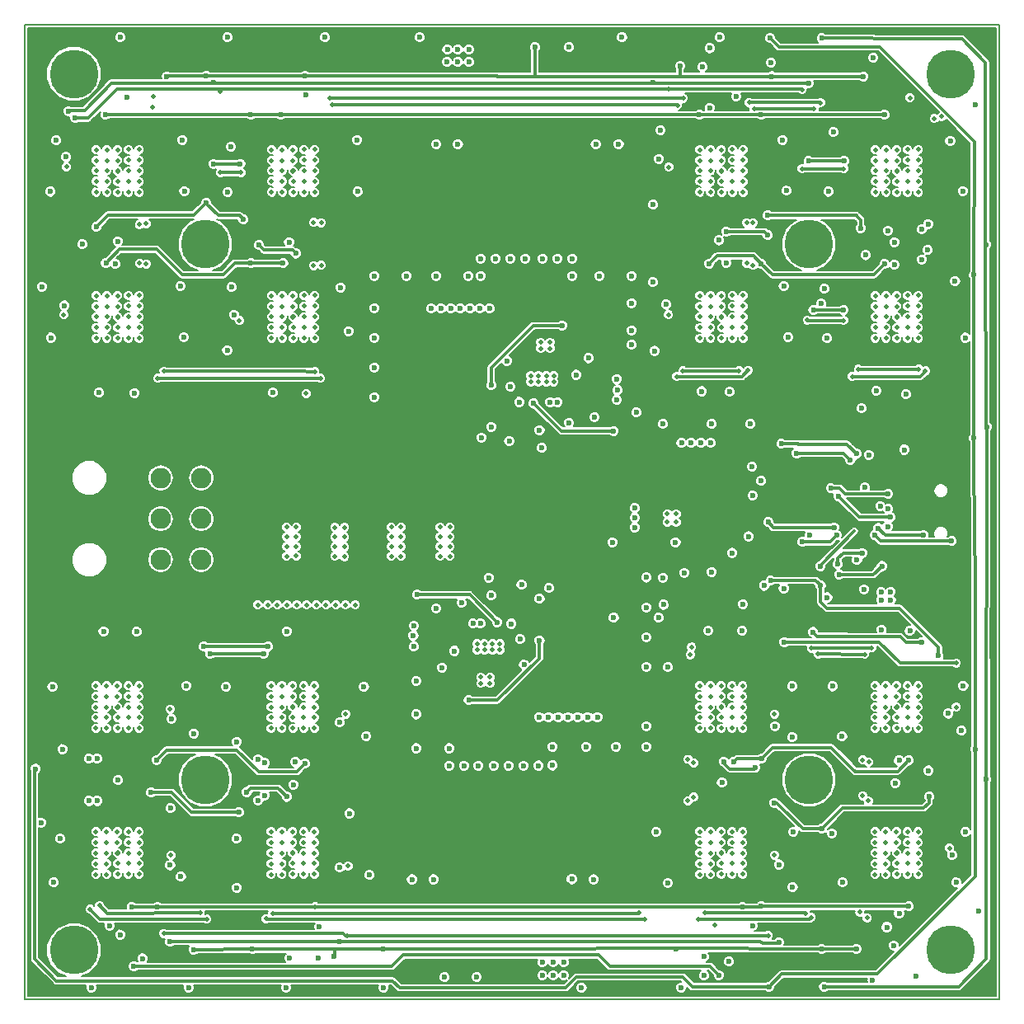
<source format=gbr>
G04 (created by PCBNEW (2013-05-16 BZR 4016)-stable) date 18. 1. 2014 1:36:01*
%MOIN*%
G04 Gerber Fmt 3.4, Leading zero omitted, Abs format*
%FSLAX34Y34*%
G01*
G70*
G90*
G04 APERTURE LIST*
%ADD10C,0.00590551*%
%ADD11C,0.19685*%
%ADD12O,0.0826X0.0826*%
%ADD13C,0.023622*%
%ADD14C,0.019685*%
%ADD15C,0.011811*%
%ADD16C,0.00787402*%
G04 APERTURE END LIST*
G54D10*
X38779Y-61023D02*
X78149Y-61023D01*
X78149Y-61023D02*
X78149Y-21653D01*
X78149Y-21653D02*
X38779Y-21653D01*
X38779Y-21653D02*
X38779Y-61023D01*
G54D11*
X46062Y-30511D03*
X40748Y-23622D03*
X40748Y-59055D03*
X46062Y-52165D03*
X70472Y-52165D03*
X76181Y-59055D03*
X76181Y-23622D03*
X70472Y-30511D03*
G54D12*
X44252Y-43267D03*
X44252Y-41614D03*
X44252Y-39961D03*
X45904Y-39961D03*
X45904Y-41614D03*
X45904Y-43267D03*
G54D13*
X58948Y-47516D03*
X56138Y-46956D03*
X61060Y-35790D03*
X58250Y-35230D03*
X62578Y-45610D03*
X64389Y-45610D03*
X62519Y-42559D03*
X65078Y-42559D03*
X59390Y-22550D03*
X65266Y-23307D03*
X72559Y-29862D03*
X72667Y-23730D03*
X50098Y-23720D03*
X47608Y-29517D03*
X41653Y-29812D03*
X44507Y-23740D03*
X68976Y-23724D03*
X46102Y-23720D03*
X46102Y-28838D03*
X68809Y-29350D03*
X57035Y-60140D03*
X53270Y-59015D03*
X65088Y-58996D03*
X45590Y-59025D03*
X47972Y-59015D03*
X70984Y-59011D03*
X70984Y-54143D03*
X72381Y-59005D03*
X47421Y-53484D03*
X69074Y-53100D03*
X75344Y-52844D03*
X43877Y-52677D03*
X51278Y-59320D03*
X73523Y-31318D03*
X49212Y-31279D03*
X49114Y-25275D03*
X68543Y-31299D03*
X66437Y-31299D03*
X42047Y-31259D03*
X42027Y-25275D03*
X47913Y-25275D03*
X47913Y-31279D03*
X68169Y-39507D03*
X68543Y-25275D03*
X73523Y-25275D03*
X66043Y-25275D03*
X68188Y-40669D03*
X44094Y-51358D03*
X67421Y-51437D03*
X74507Y-51377D03*
X50098Y-51515D03*
G54D14*
X50511Y-57303D03*
G54D13*
X43090Y-57303D03*
X68562Y-51299D03*
X68543Y-57283D03*
X74507Y-57283D03*
X67785Y-57303D03*
X44129Y-57307D03*
X71484Y-41964D03*
X68818Y-41751D03*
G54D14*
X73011Y-46830D03*
X70570Y-46850D03*
X70326Y-57559D03*
X66271Y-57549D03*
X72724Y-47090D03*
X70846Y-47086D03*
X70561Y-57724D03*
X66003Y-57793D03*
X72889Y-51448D03*
X72866Y-53019D03*
X72645Y-52807D03*
X72641Y-51358D03*
X65807Y-52870D03*
X65807Y-51484D03*
X65580Y-51338D03*
X65578Y-53015D03*
X48789Y-57559D03*
X63582Y-57549D03*
X65728Y-46801D03*
X48523Y-57785D03*
X63818Y-57795D03*
X65669Y-47106D03*
G54D13*
X48602Y-46781D03*
X46003Y-46781D03*
G54D14*
X45856Y-57549D03*
X41791Y-57253D03*
X41407Y-57401D03*
X46122Y-57805D03*
G54D13*
X46259Y-47076D03*
X48415Y-47066D03*
X48464Y-51486D03*
X48464Y-52795D03*
X48198Y-53001D03*
X48198Y-51328D03*
X41692Y-51318D03*
X41692Y-53021D03*
X41358Y-53021D03*
X41358Y-51318D03*
G54D14*
X50492Y-35657D03*
X44393Y-35645D03*
X43980Y-24555D03*
X50716Y-35937D03*
X44145Y-35937D03*
X43917Y-24984D03*
X65381Y-24610D03*
X65374Y-35633D03*
X67645Y-35625D03*
X51098Y-24618D03*
X65149Y-24889D03*
X65127Y-35860D03*
X68011Y-35606D03*
X51181Y-24881D03*
X43405Y-31287D03*
X43397Y-29716D03*
X43677Y-31311D03*
X43673Y-29688D03*
X50440Y-31374D03*
X50444Y-29633D03*
X50751Y-29641D03*
X50751Y-31366D03*
X68051Y-24779D03*
X70935Y-24789D03*
X72468Y-35570D03*
X74909Y-35561D03*
X75177Y-35637D03*
X72214Y-35856D03*
X70679Y-25033D03*
X68248Y-25043D03*
G54D13*
X73125Y-42273D03*
X76240Y-42516D03*
G54D14*
X75836Y-25354D03*
X75531Y-25437D03*
G54D13*
X75098Y-42263D03*
X73274Y-41990D03*
G54D14*
X67952Y-29641D03*
X67952Y-31283D03*
X68212Y-29645D03*
X68208Y-31370D03*
G54D13*
X75031Y-31133D03*
X75031Y-29909D03*
X75275Y-30748D03*
X75283Y-29696D03*
X72621Y-42993D03*
X71643Y-43445D03*
G54D14*
X72824Y-57755D03*
X72529Y-57507D03*
G54D13*
X72411Y-43277D03*
X69350Y-38582D03*
X72391Y-38986D03*
X72145Y-39232D03*
X69980Y-38956D03*
X63492Y-37310D03*
X62720Y-36410D03*
X59670Y-38750D03*
X58350Y-38470D03*
X57620Y-37900D03*
X60010Y-36900D03*
X57188Y-45846D03*
X59578Y-44846D03*
X58848Y-44276D03*
X57528Y-43996D03*
X54478Y-46336D03*
X70208Y-42546D03*
X71595Y-42282D03*
X72893Y-39025D03*
X73647Y-41930D03*
X73415Y-43523D03*
X71692Y-43868D03*
X73359Y-41094D03*
X70935Y-43523D03*
X69251Y-58750D03*
X51496Y-58700D03*
X44645Y-58710D03*
X44694Y-49704D03*
X44645Y-55620D03*
X51496Y-55718D03*
X51496Y-49852D03*
X69251Y-55590D03*
X69094Y-50000D03*
X76259Y-55216D03*
X76102Y-49488D03*
X40374Y-32992D03*
X40433Y-26988D03*
X47224Y-33366D03*
X47480Y-27263D03*
X46397Y-27263D03*
X64153Y-23986D03*
X64685Y-32952D03*
X64409Y-27066D03*
X71870Y-33169D03*
X70649Y-33169D03*
X71889Y-27145D03*
X70452Y-27145D03*
X70944Y-44320D03*
X68917Y-44104D03*
X75708Y-47155D03*
X70452Y-23996D03*
X46397Y-23976D03*
X40531Y-25127D03*
G54D14*
X44675Y-55216D03*
X44645Y-49311D03*
X44389Y-58375D03*
X51830Y-55649D03*
X51742Y-49507D03*
X68818Y-58464D03*
X51801Y-58464D03*
X69074Y-55206D03*
X69074Y-49507D03*
X76151Y-54931D03*
X76427Y-49222D03*
G54D13*
X69468Y-46594D03*
G54D14*
X76427Y-47440D03*
X40344Y-33366D03*
X40452Y-27381D03*
X47440Y-33602D03*
X47509Y-27618D03*
X46673Y-24340D03*
X46673Y-27618D03*
X64793Y-33366D03*
X64803Y-27391D03*
X64803Y-24242D03*
X71879Y-27460D03*
X70196Y-27460D03*
X71870Y-33592D03*
X70403Y-33572D03*
G54D13*
X68651Y-44320D03*
G54D14*
X70196Y-24271D03*
G54D13*
X40807Y-25403D03*
X77145Y-38346D03*
X74326Y-38822D03*
X73668Y-41216D03*
X39202Y-51722D03*
X77185Y-50925D03*
X68897Y-22185D03*
X68858Y-60531D03*
X77145Y-31751D03*
X43179Y-59704D03*
X39429Y-53897D03*
X66820Y-60059D03*
X77637Y-52145D03*
X70984Y-22185D03*
X71082Y-60531D03*
X77618Y-30531D03*
X77657Y-37893D03*
X75019Y-46614D03*
X70639Y-46190D03*
X70503Y-42276D03*
X72731Y-40349D03*
X70964Y-32903D03*
X72598Y-37145D03*
X62709Y-35967D03*
X60310Y-36900D03*
X56888Y-45846D03*
X54489Y-46779D03*
X52900Y-31800D03*
X54200Y-31800D03*
X55400Y-31800D03*
X56700Y-31800D03*
X57200Y-31800D03*
X57200Y-31100D03*
X57800Y-31100D03*
X58400Y-31100D03*
X59000Y-31100D03*
X59700Y-31100D03*
X60300Y-31100D03*
X60900Y-31100D03*
X60900Y-31800D03*
X62000Y-31800D03*
X63300Y-31800D03*
X63300Y-32900D03*
X63300Y-34000D03*
X63300Y-34578D03*
G54D14*
X55561Y-43129D03*
X55561Y-42736D03*
X55561Y-42342D03*
X55561Y-41948D03*
X55954Y-41948D03*
X55954Y-42342D03*
X55954Y-42736D03*
X55954Y-43129D03*
G54D13*
X59551Y-49625D03*
X61850Y-26470D03*
X62780Y-26460D03*
X55410Y-26470D03*
X56280Y-26470D03*
X59540Y-51590D03*
X58930Y-51600D03*
X58320Y-51600D03*
X57720Y-51600D03*
X57110Y-51600D03*
X56520Y-51600D03*
X55920Y-51600D03*
X55920Y-50890D03*
X63896Y-45199D03*
X63896Y-46403D03*
X63896Y-47600D03*
X63896Y-50001D03*
X63896Y-43988D03*
X60107Y-51588D03*
X60107Y-50828D03*
X61457Y-50828D03*
X62676Y-50828D03*
X63896Y-50828D03*
X54590Y-48170D03*
X54590Y-49520D03*
X54590Y-50890D03*
X61763Y-56192D03*
X60881Y-56187D03*
X55293Y-56190D03*
X54417Y-56190D03*
G54D14*
X57973Y-46921D03*
X57973Y-46671D03*
X57048Y-46921D03*
X57048Y-46671D03*
X57673Y-46921D03*
X57348Y-46921D03*
X57673Y-46671D03*
X57348Y-46671D03*
X57573Y-48021D03*
X57573Y-48271D03*
X57198Y-48021D03*
X57198Y-48271D03*
X60000Y-34475D03*
X60000Y-34725D03*
X59625Y-34475D03*
X59625Y-34725D03*
X59850Y-36075D03*
X59525Y-36075D03*
X59850Y-35825D03*
X59525Y-35825D03*
X60150Y-36075D03*
X60150Y-35825D03*
X59225Y-36075D03*
X59225Y-35825D03*
G54D13*
X52900Y-36700D03*
X52900Y-35500D03*
X52900Y-34300D03*
X52900Y-33100D03*
X60560Y-59550D03*
X59685Y-59550D03*
X59685Y-60070D03*
X60130Y-60070D03*
X60130Y-59550D03*
X65310Y-60565D03*
X66220Y-60078D03*
X61280Y-60570D03*
X60560Y-60070D03*
X41456Y-60570D03*
X45393Y-60570D03*
X49330Y-60570D03*
X53267Y-60570D03*
X42194Y-58070D03*
X55735Y-60145D03*
X55840Y-23140D03*
X56720Y-22640D03*
X56720Y-23150D03*
X56280Y-22640D03*
X56280Y-23150D03*
X46960Y-22150D03*
X54730Y-22150D03*
X55850Y-22650D03*
X50910Y-22150D03*
X42620Y-22150D03*
X60770Y-22550D03*
X73385Y-44576D03*
X73769Y-44566D03*
X73779Y-44891D03*
X72696Y-44468D03*
X73385Y-44891D03*
G54D14*
X53582Y-43129D03*
X53582Y-42736D03*
X53582Y-42342D03*
X53582Y-41948D03*
X53976Y-41948D03*
X53976Y-42342D03*
X53976Y-42736D03*
X51299Y-43129D03*
X51692Y-43139D03*
X51692Y-42746D03*
X51692Y-42352D03*
X51692Y-41958D03*
X51299Y-41958D03*
X51299Y-42352D03*
X51299Y-42746D03*
X49744Y-43120D03*
X49350Y-43129D03*
X49350Y-42736D03*
X49350Y-42342D03*
X49350Y-41948D03*
X49744Y-41948D03*
X49744Y-42342D03*
X49744Y-42736D03*
G54D13*
X73041Y-60265D03*
X67244Y-59517D03*
X66456Y-22588D03*
X49478Y-59370D03*
X71211Y-44790D03*
X69448Y-44429D03*
X67805Y-45068D03*
X64586Y-45088D03*
X43523Y-59389D03*
X40285Y-50925D03*
X47125Y-32244D03*
X74393Y-36578D03*
X67519Y-24537D03*
X50137Y-24488D03*
X42906Y-24562D03*
G54D14*
X74015Y-55551D03*
X74015Y-55984D03*
X74448Y-55984D03*
X74881Y-55984D03*
X74881Y-55551D03*
X74448Y-55551D03*
X74015Y-55118D03*
X74015Y-55137D03*
X74448Y-54704D03*
X74448Y-54271D03*
X74881Y-54271D03*
X74881Y-54704D03*
X74881Y-55137D03*
X74448Y-55137D03*
X74005Y-54694D03*
X74005Y-54261D03*
X73572Y-54261D03*
X73139Y-54261D03*
X73139Y-54694D03*
X73572Y-54694D03*
X74005Y-55127D03*
X74005Y-55127D03*
X73572Y-55561D03*
X73572Y-55994D03*
X73139Y-55994D03*
X73139Y-55561D03*
X73139Y-55127D03*
X73572Y-55127D03*
X66929Y-55551D03*
X66929Y-55984D03*
X67362Y-55984D03*
X67795Y-55984D03*
X67795Y-55551D03*
X67362Y-55551D03*
X66929Y-55118D03*
X66929Y-55137D03*
X67362Y-54704D03*
X67362Y-54271D03*
X67795Y-54271D03*
X67795Y-54704D03*
X67795Y-55137D03*
X67362Y-55137D03*
X66919Y-54694D03*
X66919Y-54261D03*
X66486Y-54261D03*
X66053Y-54261D03*
X66053Y-54694D03*
X66486Y-54694D03*
X66919Y-55127D03*
X66919Y-55127D03*
X66486Y-55561D03*
X66486Y-55994D03*
X66053Y-55994D03*
X66053Y-55561D03*
X66053Y-55127D03*
X66486Y-55127D03*
X74015Y-49645D03*
X74015Y-50078D03*
X74448Y-50078D03*
X74881Y-50078D03*
X74881Y-49645D03*
X74448Y-49645D03*
X74015Y-49212D03*
X74015Y-49232D03*
X74448Y-48799D03*
X74448Y-48366D03*
X74881Y-48366D03*
X74881Y-48799D03*
X74881Y-49232D03*
X74448Y-49232D03*
X74005Y-48789D03*
X74005Y-48356D03*
X73572Y-48356D03*
X73139Y-48356D03*
X73139Y-48789D03*
X73572Y-48789D03*
X74005Y-49222D03*
X74005Y-49222D03*
X73572Y-49655D03*
X73572Y-50088D03*
X73139Y-50088D03*
X73139Y-49655D03*
X73139Y-49222D03*
X73572Y-49222D03*
X66486Y-49222D03*
X66053Y-49222D03*
X66053Y-49655D03*
X66053Y-50088D03*
X66486Y-50088D03*
X66486Y-49655D03*
X66919Y-49222D03*
X66919Y-49222D03*
X66486Y-48789D03*
X66053Y-48789D03*
X66053Y-48356D03*
X66486Y-48356D03*
X66919Y-48356D03*
X66919Y-48789D03*
X67362Y-49232D03*
X67795Y-49232D03*
X67795Y-48799D03*
X67795Y-48366D03*
X67362Y-48366D03*
X67362Y-48799D03*
X66929Y-49232D03*
X66929Y-49212D03*
X67362Y-49645D03*
X67795Y-49645D03*
X67795Y-50078D03*
X67362Y-50078D03*
X66929Y-50078D03*
X66929Y-49645D03*
X49163Y-55127D03*
X48730Y-55127D03*
X48730Y-55561D03*
X48730Y-55994D03*
X49163Y-55994D03*
X49163Y-55561D03*
X49596Y-55127D03*
X49596Y-55127D03*
X49163Y-54694D03*
X48730Y-54694D03*
X48730Y-54261D03*
X49163Y-54261D03*
X49596Y-54261D03*
X49596Y-54694D03*
X50039Y-55137D03*
X50472Y-55137D03*
X50472Y-54704D03*
X50472Y-54271D03*
X50039Y-54271D03*
X50039Y-54704D03*
X49606Y-55137D03*
X49606Y-55118D03*
X50039Y-55551D03*
X50472Y-55551D03*
X50472Y-55984D03*
X50039Y-55984D03*
X49606Y-55984D03*
X49606Y-55551D03*
X49163Y-49222D03*
X48730Y-49222D03*
X48730Y-49655D03*
X48730Y-50088D03*
X49163Y-50088D03*
X49163Y-49655D03*
X49596Y-49222D03*
X49596Y-49222D03*
X49163Y-48789D03*
X48730Y-48789D03*
X48730Y-48356D03*
X49163Y-48356D03*
X49596Y-48356D03*
X49596Y-48789D03*
X50039Y-49232D03*
X50472Y-49232D03*
X50472Y-48799D03*
X50472Y-48366D03*
X50039Y-48366D03*
X50039Y-48799D03*
X49606Y-49232D03*
X49606Y-49212D03*
X50039Y-49645D03*
X50472Y-49645D03*
X50472Y-50078D03*
X50039Y-50078D03*
X49606Y-50078D03*
X49606Y-49645D03*
X42076Y-55127D03*
X41643Y-55127D03*
X41643Y-55561D03*
X41643Y-55994D03*
X42076Y-55994D03*
X42076Y-55561D03*
X42509Y-55127D03*
X42509Y-55127D03*
X42076Y-54694D03*
X41643Y-54694D03*
X41643Y-54261D03*
X42076Y-54261D03*
X42509Y-54261D03*
X42509Y-54694D03*
X42952Y-55137D03*
X43385Y-55137D03*
X43385Y-54704D03*
X43385Y-54271D03*
X42952Y-54271D03*
X42952Y-54704D03*
X42519Y-55137D03*
X42519Y-55118D03*
X42952Y-55551D03*
X43385Y-55551D03*
X43385Y-55984D03*
X42952Y-55984D03*
X42519Y-55984D03*
X42519Y-55551D03*
X42519Y-49645D03*
X42519Y-50078D03*
X42952Y-50078D03*
X43385Y-50078D03*
X43385Y-49645D03*
X42952Y-49645D03*
X42519Y-49212D03*
X42519Y-49232D03*
X42952Y-48799D03*
X42952Y-48366D03*
X43385Y-48366D03*
X43385Y-48799D03*
X43385Y-49232D03*
X42952Y-49232D03*
X42509Y-48789D03*
X42509Y-48356D03*
X42076Y-48356D03*
X41643Y-48356D03*
X41643Y-48789D03*
X42076Y-48789D03*
X42509Y-49222D03*
X42509Y-49222D03*
X42076Y-49655D03*
X42076Y-50088D03*
X41643Y-50088D03*
X41643Y-49655D03*
X41643Y-49222D03*
X42076Y-49222D03*
X74458Y-33454D03*
X74891Y-33454D03*
X74891Y-33021D03*
X74891Y-32588D03*
X74458Y-32588D03*
X74458Y-33021D03*
X74025Y-33454D03*
X74025Y-33454D03*
X74458Y-33887D03*
X74891Y-33887D03*
X74891Y-34320D03*
X74458Y-34320D03*
X74025Y-34320D03*
X74025Y-33887D03*
X73582Y-33444D03*
X73149Y-33444D03*
X73149Y-33877D03*
X73149Y-34311D03*
X73582Y-34311D03*
X73582Y-33877D03*
X74015Y-33444D03*
X74015Y-33464D03*
X73582Y-33031D03*
X73149Y-33031D03*
X73149Y-32598D03*
X73582Y-32598D03*
X74015Y-32598D03*
X74015Y-33031D03*
X67372Y-33454D03*
X67805Y-33454D03*
X67805Y-33021D03*
X67805Y-32588D03*
X67372Y-32588D03*
X67372Y-33021D03*
X66938Y-33454D03*
X66938Y-33454D03*
X67372Y-33887D03*
X67805Y-33887D03*
X67805Y-34320D03*
X67372Y-34320D03*
X66938Y-34320D03*
X66938Y-33887D03*
X66496Y-33444D03*
X66062Y-33444D03*
X66062Y-33877D03*
X66062Y-34311D03*
X66496Y-34311D03*
X66496Y-33877D03*
X66929Y-33444D03*
X66929Y-33464D03*
X66496Y-33031D03*
X66062Y-33031D03*
X66062Y-32598D03*
X66496Y-32598D03*
X66929Y-32598D03*
X66929Y-33031D03*
X74458Y-27549D03*
X74891Y-27549D03*
X74891Y-27116D03*
X74891Y-26683D03*
X74458Y-26683D03*
X74458Y-27116D03*
X74025Y-27549D03*
X74025Y-27549D03*
X74458Y-27982D03*
X74891Y-27982D03*
X74891Y-28415D03*
X74458Y-28415D03*
X74025Y-28415D03*
X74025Y-27982D03*
X73582Y-27539D03*
X73149Y-27539D03*
X73149Y-27972D03*
X73149Y-28405D03*
X73582Y-28405D03*
X73582Y-27972D03*
X74015Y-27539D03*
X74015Y-27559D03*
X73582Y-27125D03*
X73149Y-27125D03*
X73149Y-26692D03*
X73582Y-26692D03*
X74015Y-26692D03*
X74015Y-27125D03*
X66929Y-27125D03*
X66929Y-26692D03*
X66496Y-26692D03*
X66062Y-26692D03*
X66062Y-27125D03*
X66496Y-27125D03*
X66929Y-27559D03*
X66929Y-27539D03*
X66496Y-27972D03*
X66496Y-28405D03*
X66062Y-28405D03*
X66062Y-27972D03*
X66062Y-27539D03*
X66496Y-27539D03*
X66938Y-27982D03*
X66938Y-28415D03*
X67372Y-28415D03*
X67805Y-28415D03*
X67805Y-27982D03*
X67372Y-27982D03*
X66938Y-27549D03*
X66938Y-27549D03*
X67372Y-27116D03*
X67372Y-26683D03*
X67805Y-26683D03*
X67805Y-27116D03*
X67805Y-27549D03*
X67372Y-27549D03*
X49606Y-33031D03*
X49606Y-32598D03*
X49173Y-32598D03*
X48740Y-32598D03*
X48740Y-33031D03*
X49173Y-33031D03*
X49606Y-33464D03*
X49606Y-33444D03*
X49173Y-33877D03*
X49173Y-34311D03*
X48740Y-34311D03*
X48740Y-33877D03*
X48740Y-33444D03*
X49173Y-33444D03*
X49616Y-33887D03*
X49616Y-34320D03*
X50049Y-34320D03*
X50482Y-34320D03*
X50482Y-33887D03*
X50049Y-33887D03*
X49616Y-33454D03*
X49616Y-33454D03*
X50049Y-33021D03*
X50049Y-32588D03*
X50482Y-32588D03*
X50482Y-33021D03*
X50482Y-33454D03*
X50049Y-33454D03*
X42519Y-33031D03*
X42519Y-32598D03*
X42086Y-32598D03*
X41653Y-32598D03*
X41653Y-33031D03*
X42086Y-33031D03*
X42519Y-33464D03*
X42519Y-33444D03*
X42086Y-33877D03*
X42086Y-34311D03*
X41653Y-34311D03*
X41653Y-33877D03*
X41653Y-33444D03*
X42086Y-33444D03*
X42529Y-33887D03*
X42529Y-34320D03*
X42962Y-34320D03*
X43395Y-34320D03*
X43395Y-33887D03*
X42962Y-33887D03*
X42529Y-33454D03*
X42529Y-33454D03*
X42962Y-33021D03*
X42962Y-32588D03*
X43395Y-32588D03*
X43395Y-33021D03*
X43395Y-33454D03*
X42962Y-33454D03*
X49606Y-27125D03*
X49606Y-26692D03*
X49173Y-26692D03*
X48740Y-26692D03*
X48740Y-27125D03*
X49173Y-27125D03*
X49606Y-27559D03*
X49606Y-27539D03*
X49173Y-27972D03*
X49173Y-28405D03*
X48740Y-28405D03*
X48740Y-27972D03*
X48740Y-27539D03*
X49173Y-27539D03*
X49616Y-27982D03*
X49616Y-28415D03*
X50049Y-28415D03*
X50482Y-28415D03*
X50482Y-27982D03*
X50049Y-27982D03*
X49616Y-27549D03*
X49616Y-27549D03*
X50049Y-27116D03*
X50049Y-26683D03*
X50482Y-26683D03*
X50482Y-27116D03*
X50482Y-27549D03*
X50049Y-27549D03*
X42962Y-27549D03*
X43395Y-27549D03*
X43395Y-27116D03*
X43395Y-26683D03*
X42962Y-26683D03*
X42962Y-27116D03*
X42529Y-27549D03*
X42529Y-27549D03*
X42962Y-27982D03*
X43395Y-27982D03*
X43395Y-28415D03*
X42962Y-28415D03*
X42529Y-28415D03*
X42529Y-27982D03*
X42086Y-27539D03*
X41653Y-27539D03*
X41653Y-27972D03*
X41653Y-28405D03*
X42086Y-28405D03*
X42086Y-27972D03*
X42519Y-27539D03*
X42519Y-27559D03*
X42086Y-27125D03*
X41653Y-27125D03*
X41653Y-26692D03*
X42086Y-26692D03*
X42519Y-26692D03*
X42519Y-27125D03*
G54D13*
X62913Y-22145D03*
X66850Y-22145D03*
X77204Y-24862D03*
X76417Y-56318D03*
X77342Y-57480D03*
X74783Y-60098D03*
X73614Y-58122D03*
X68031Y-42322D03*
X67362Y-42992D03*
X66535Y-43759D03*
X65433Y-43799D03*
X64566Y-43996D03*
X68110Y-37775D03*
X66535Y-37775D03*
X64566Y-37775D03*
X59945Y-49625D03*
X60339Y-49625D03*
X60732Y-49625D03*
X61126Y-49625D03*
X61520Y-49625D03*
X61914Y-49625D03*
G54D14*
X74551Y-24598D03*
G54D13*
X73070Y-22972D03*
X57559Y-33110D03*
X57165Y-33110D03*
X56771Y-33110D03*
X56377Y-33110D03*
X55984Y-33110D03*
X55590Y-33110D03*
X55196Y-33110D03*
G54D14*
X48188Y-45098D03*
X48582Y-45098D03*
X48976Y-45098D03*
X49370Y-45098D03*
X49763Y-45098D03*
X52125Y-45098D03*
X51732Y-45098D03*
X51338Y-45098D03*
X50944Y-45098D03*
X50551Y-45098D03*
X50157Y-45098D03*
X53976Y-43129D03*
G54D13*
X66948Y-52282D03*
X71830Y-56318D03*
X76377Y-32007D03*
G54D14*
X50141Y-36555D03*
X66653Y-58055D03*
G54D13*
X39823Y-34291D03*
X76181Y-26338D03*
X39940Y-56318D03*
X43287Y-46181D03*
X45610Y-50295D03*
X45294Y-48366D03*
X46969Y-28405D03*
X39804Y-28385D03*
X76692Y-28366D03*
X67775Y-46141D03*
X64763Y-47618D03*
X69783Y-48385D03*
X66397Y-46141D03*
X64763Y-56338D03*
X64292Y-54271D03*
X69842Y-54271D03*
X76790Y-34291D03*
X76790Y-54271D03*
X73956Y-52302D03*
X74547Y-46141D03*
X73405Y-46102D03*
X71811Y-50413D03*
X71201Y-34311D03*
X76712Y-48366D03*
X76643Y-50177D03*
X71260Y-28385D03*
X71092Y-32312D03*
X71456Y-25984D03*
X73917Y-30433D03*
X66830Y-30355D03*
X67263Y-36480D03*
X69448Y-32204D03*
X66141Y-36456D03*
X73188Y-36437D03*
X52204Y-26299D03*
X43208Y-36535D03*
X48799Y-36515D03*
X45059Y-32204D03*
X41771Y-36515D03*
X64232Y-34822D03*
X69409Y-26299D03*
X64173Y-28917D03*
X52706Y-56013D03*
X45078Y-56082D03*
X52480Y-48405D03*
X49350Y-46161D03*
X49625Y-52361D03*
X51889Y-53524D03*
X44655Y-53316D03*
X42539Y-52184D03*
X51535Y-32263D03*
X46948Y-34803D03*
X49448Y-30432D03*
X42519Y-30392D03*
X68937Y-23169D03*
X63425Y-41968D03*
X63425Y-41574D03*
X63425Y-41181D03*
X66496Y-38543D03*
X66102Y-38543D03*
X65708Y-38543D03*
X65314Y-38543D03*
G54D14*
X65098Y-41751D03*
X64744Y-41751D03*
X65098Y-41417D03*
X64744Y-41417D03*
G54D13*
X68543Y-40078D03*
X47342Y-56534D03*
X41948Y-46161D03*
X47342Y-50629D03*
X52568Y-50403D03*
X69793Y-50442D03*
X69812Y-56505D03*
X69566Y-28346D03*
X64468Y-25905D03*
X69625Y-34271D03*
X64153Y-32047D03*
X51850Y-34034D03*
X52224Y-28385D03*
X45196Y-34271D03*
X45137Y-26299D03*
X45216Y-28366D03*
X47106Y-26574D03*
X39458Y-32234D03*
X40039Y-26318D03*
X46909Y-48405D03*
X71397Y-54330D03*
X47322Y-54546D03*
X40196Y-54546D03*
X39881Y-48405D03*
X71417Y-48385D03*
X66220Y-59311D03*
X68188Y-58061D03*
X75305Y-51791D03*
X74114Y-51377D03*
X66456Y-25000D03*
X66171Y-23346D03*
X57620Y-36210D03*
X60482Y-33800D03*
X42421Y-31318D03*
X41092Y-30511D03*
X49723Y-30885D03*
X48238Y-30551D03*
X55398Y-45241D03*
X57618Y-44716D03*
X56425Y-45009D03*
X59966Y-44414D03*
X57854Y-45792D03*
X54628Y-44685D03*
X59580Y-38030D03*
X61800Y-37505D03*
X62570Y-38061D03*
X59344Y-36954D03*
X57232Y-38332D03*
X60773Y-37737D03*
X54495Y-45939D03*
X58438Y-45856D03*
X56716Y-48946D03*
X59578Y-46536D03*
X55638Y-47626D03*
X58788Y-46476D03*
X71654Y-40694D03*
X73769Y-41553D03*
X71352Y-40374D03*
X73670Y-40608D03*
X47746Y-52658D03*
X49350Y-52854D03*
X49704Y-51437D03*
X50679Y-58120D03*
X50620Y-59370D03*
X42618Y-58425D03*
X58410Y-36270D03*
X61560Y-35120D03*
X58760Y-36890D03*
X62703Y-36807D03*
X72765Y-30954D03*
X73917Y-31338D03*
X73661Y-29960D03*
X74114Y-57559D03*
X73897Y-58858D03*
X67125Y-31259D03*
X67125Y-30000D03*
X68809Y-30147D03*
X68306Y-51673D03*
X67027Y-51427D03*
X70929Y-41670D03*
X60150Y-23050D03*
X60570Y-23050D03*
X59730Y-23050D03*
X56360Y-59620D03*
X55940Y-59620D03*
X56780Y-59620D03*
X69635Y-39419D03*
X69133Y-34901D03*
X71200Y-44094D03*
X67706Y-43780D03*
X76279Y-34901D03*
X39183Y-49990D03*
X76663Y-26279D03*
X47480Y-29015D03*
X40314Y-34901D03*
X64409Y-50551D03*
X64763Y-48129D03*
X69192Y-47755D03*
X64271Y-56437D03*
X64803Y-53681D03*
X69271Y-53700D03*
X71338Y-56456D03*
X76279Y-53681D03*
X71889Y-53641D03*
X71318Y-50511D03*
X71712Y-34960D03*
X76122Y-47795D03*
X71909Y-47795D03*
X71771Y-29015D03*
X76889Y-32578D03*
X76220Y-28996D03*
X69911Y-32214D03*
X64724Y-34192D03*
X69881Y-26240D03*
X69133Y-28937D03*
X64685Y-28307D03*
X52007Y-47716D03*
X46614Y-50531D03*
X47421Y-47795D03*
X46594Y-56456D03*
X52007Y-54035D03*
X47185Y-54035D03*
X44665Y-54311D03*
X39448Y-56476D03*
X40059Y-54035D03*
X40374Y-47814D03*
X44783Y-47795D03*
X52027Y-31614D03*
X51968Y-34547D03*
X47460Y-34212D03*
X45551Y-32106D03*
X52696Y-26200D03*
X45629Y-26181D03*
X40295Y-29015D03*
X72303Y-38543D03*
X67086Y-40019D03*
X66692Y-40019D03*
X66692Y-39625D03*
X67086Y-39625D03*
X67086Y-39232D03*
X66692Y-39232D03*
X75000Y-38346D03*
X51732Y-28956D03*
X44704Y-34881D03*
X44704Y-28956D03*
X69271Y-59527D03*
X71062Y-23169D03*
G54D15*
X59390Y-22550D02*
X59390Y-23724D01*
X65255Y-23724D02*
X65255Y-23317D01*
X65255Y-23317D02*
X65266Y-23307D01*
X57874Y-23724D02*
X59390Y-23724D01*
X59390Y-23724D02*
X65255Y-23724D01*
X65255Y-23724D02*
X66830Y-23724D01*
X72381Y-29350D02*
X72381Y-29360D01*
X72559Y-29537D02*
X72559Y-29862D01*
X69921Y-29350D02*
X69448Y-29350D01*
X72381Y-29350D02*
X69921Y-29350D01*
X69448Y-29350D02*
X68809Y-29350D01*
X72381Y-29360D02*
X72559Y-29537D01*
X72661Y-23724D02*
X68976Y-23724D01*
X72667Y-23730D02*
X72661Y-23724D01*
X47460Y-29350D02*
X47608Y-29517D01*
X46102Y-28838D02*
X46102Y-28858D01*
X46594Y-29350D02*
X47460Y-29350D01*
X46102Y-28858D02*
X46594Y-29350D01*
X45610Y-29330D02*
X42135Y-29330D01*
X42135Y-29330D02*
X41653Y-29812D01*
X45610Y-29330D02*
X46102Y-28838D01*
X44507Y-23740D02*
X44507Y-23720D01*
X66830Y-23724D02*
X68976Y-23724D01*
X57869Y-23720D02*
X50098Y-23720D01*
X50098Y-23720D02*
X49507Y-23720D01*
X57869Y-23720D02*
X57874Y-23724D01*
X49507Y-23720D02*
X46102Y-23720D01*
X46102Y-23720D02*
X44507Y-23720D01*
X44507Y-23720D02*
X44488Y-23720D01*
X58562Y-59015D02*
X54220Y-59015D01*
X54220Y-59015D02*
X53270Y-59015D01*
X53270Y-59015D02*
X51309Y-59015D01*
X65088Y-58988D02*
X58582Y-58995D01*
X58562Y-59015D02*
X58582Y-58995D01*
X70984Y-54143D02*
X70216Y-54143D01*
X70984Y-59011D02*
X72381Y-59005D01*
X65088Y-58996D02*
X65088Y-58996D01*
X65088Y-58996D02*
X65088Y-58988D01*
X70984Y-54143D02*
X71820Y-53307D01*
X51309Y-59015D02*
X51309Y-59290D01*
X51309Y-59015D02*
X49921Y-59015D01*
X49921Y-59015D02*
X47972Y-59015D01*
X47972Y-59015D02*
X45590Y-59025D01*
X45590Y-59025D02*
X45600Y-59025D01*
X70984Y-59011D02*
X65088Y-58988D01*
X69409Y-53346D02*
X69163Y-53100D01*
X70216Y-54143D02*
X69409Y-53346D01*
X75098Y-53307D02*
X75108Y-53307D01*
X71820Y-53307D02*
X75098Y-53307D01*
X75108Y-53307D02*
X75324Y-53090D01*
X45511Y-53484D02*
X44704Y-52677D01*
X45511Y-53484D02*
X47421Y-53484D01*
X51309Y-59290D02*
X51278Y-59320D01*
X75324Y-53090D02*
X75344Y-52844D01*
X69163Y-53100D02*
X69074Y-53100D01*
X43877Y-52677D02*
X44704Y-52677D01*
X43877Y-52677D02*
X43877Y-52677D01*
X73090Y-31751D02*
X73523Y-31318D01*
X68996Y-31751D02*
X73090Y-31751D01*
X68543Y-31299D02*
X68996Y-31751D01*
X49212Y-31279D02*
X47913Y-31279D01*
X66437Y-31299D02*
X66764Y-30982D01*
X66764Y-30982D02*
X68226Y-30982D01*
X68226Y-30982D02*
X68543Y-31299D01*
X66043Y-25275D02*
X49192Y-25275D01*
X49192Y-25275D02*
X49114Y-25275D01*
X49114Y-25275D02*
X47913Y-25275D01*
X42047Y-25275D02*
X42027Y-25275D01*
X47913Y-25275D02*
X42047Y-25275D01*
X47283Y-31279D02*
X47263Y-31279D01*
X47913Y-31279D02*
X47283Y-31279D01*
X46791Y-31751D02*
X45137Y-31751D01*
X45137Y-31751D02*
X44106Y-30716D01*
X44106Y-30716D02*
X42590Y-30712D01*
X42590Y-30712D02*
X42047Y-31259D01*
X47263Y-31279D02*
X46791Y-31751D01*
X68543Y-25275D02*
X73523Y-25275D01*
X68543Y-25275D02*
X66043Y-25275D01*
X67421Y-51437D02*
X67568Y-51299D01*
X67568Y-51299D02*
X68562Y-51299D01*
X72338Y-51826D02*
X74059Y-51822D01*
X74059Y-51822D02*
X74507Y-51377D01*
X71377Y-50866D02*
X68996Y-50866D01*
X68562Y-51299D02*
X68996Y-50866D01*
X72318Y-51807D02*
X72338Y-51826D01*
X72338Y-51826D02*
X71377Y-50866D01*
X44094Y-51358D02*
X44494Y-50964D01*
X44494Y-50964D02*
X47338Y-50960D01*
X47338Y-50960D02*
X48218Y-51840D01*
X48218Y-51840D02*
X49773Y-51840D01*
X49773Y-51840D02*
X50098Y-51515D01*
X43090Y-57303D02*
X44129Y-57307D01*
X68543Y-57283D02*
X74507Y-57283D01*
X68543Y-57283D02*
X68523Y-57303D01*
X68523Y-57303D02*
X67785Y-57303D01*
X50413Y-57303D02*
X50511Y-57303D01*
X50511Y-57303D02*
X67785Y-57303D01*
X44129Y-57307D02*
X50413Y-57303D01*
X68818Y-41754D02*
X69028Y-41964D01*
X69028Y-41964D02*
X71484Y-41964D01*
X68818Y-41751D02*
X68818Y-41754D01*
X73011Y-46830D02*
X72992Y-46850D01*
X72992Y-46850D02*
X70570Y-46850D01*
X70326Y-57559D02*
X70316Y-57549D01*
X66271Y-57549D02*
X70316Y-57549D01*
X72724Y-47090D02*
X70846Y-47086D01*
X66003Y-57793D02*
X70492Y-57793D01*
X48789Y-57559D02*
X48779Y-57559D01*
X63553Y-57578D02*
X48789Y-57559D01*
X48789Y-57559D02*
X48779Y-57559D01*
X63582Y-57549D02*
X63553Y-57578D01*
X63818Y-57795D02*
X48533Y-57795D01*
X48533Y-57795D02*
X48523Y-57785D01*
X63818Y-57795D02*
X63828Y-57805D01*
X46003Y-46781D02*
X48602Y-46781D01*
X42096Y-57559D02*
X45856Y-57549D01*
X41791Y-57253D02*
X42096Y-57559D01*
X46112Y-57795D02*
X41801Y-57795D01*
X41801Y-57795D02*
X41407Y-57401D01*
X46122Y-57805D02*
X46112Y-57795D01*
X48405Y-47076D02*
X46259Y-47076D01*
X48415Y-47066D02*
X48405Y-47076D01*
X50492Y-35657D02*
X49763Y-35653D01*
X49763Y-35653D02*
X44830Y-35649D01*
X44830Y-35649D02*
X44393Y-35645D01*
X50488Y-35938D02*
X50716Y-35937D01*
X44375Y-35938D02*
X50488Y-35938D01*
X44145Y-35937D02*
X44375Y-35938D01*
X67635Y-35635D02*
X65374Y-35633D01*
X67645Y-35625D02*
X67635Y-35635D01*
X65377Y-24606D02*
X51098Y-24618D01*
X65381Y-24610D02*
X65377Y-24606D01*
X65127Y-35860D02*
X65137Y-35870D01*
X65137Y-35870D02*
X67751Y-35870D01*
X67751Y-35870D02*
X68011Y-35606D01*
X65141Y-24881D02*
X51181Y-24881D01*
X65149Y-24889D02*
X65141Y-24881D01*
X70925Y-24779D02*
X68051Y-24779D01*
X70935Y-24789D02*
X70925Y-24779D01*
X74899Y-35570D02*
X72468Y-35570D01*
X74909Y-35561D02*
X74899Y-35570D01*
X75177Y-35667D02*
X75177Y-35637D01*
X74980Y-35856D02*
X75177Y-35667D01*
X72214Y-35856D02*
X74980Y-35856D01*
X68257Y-25033D02*
X70679Y-25033D01*
X68248Y-25043D02*
X68257Y-25033D01*
X76240Y-42516D02*
X73368Y-42516D01*
X73368Y-42516D02*
X73125Y-42273D01*
X75836Y-25354D02*
X75816Y-25374D01*
X75098Y-42263D02*
X73547Y-42263D01*
X73547Y-42263D02*
X73274Y-41990D01*
X71643Y-43206D02*
X71857Y-42993D01*
X71857Y-42993D02*
X72621Y-42993D01*
X71643Y-43206D02*
X71643Y-43445D01*
X70019Y-38582D02*
X69350Y-38582D01*
X70029Y-38592D02*
X70019Y-38582D01*
X71998Y-38592D02*
X70029Y-38592D01*
X72391Y-38986D02*
X71998Y-38592D01*
X72145Y-39232D02*
X71879Y-38956D01*
X71879Y-38956D02*
X69960Y-38956D01*
X69960Y-38956D02*
X69980Y-38956D01*
X71595Y-42285D02*
X71334Y-42546D01*
X71334Y-42546D02*
X70208Y-42546D01*
X71595Y-42285D02*
X71595Y-42282D01*
X71595Y-42283D02*
X71595Y-42282D01*
X73061Y-43877D02*
X73415Y-43523D01*
X71702Y-43877D02*
X73061Y-43877D01*
X71692Y-43868D02*
X71702Y-43877D01*
X72312Y-42119D02*
X72312Y-42116D01*
X70944Y-43494D02*
X72312Y-42119D01*
X70974Y-43484D02*
X70944Y-43494D01*
X70935Y-43523D02*
X70974Y-43484D01*
X68582Y-58769D02*
X69232Y-58769D01*
X68513Y-58700D02*
X68582Y-58769D01*
X51496Y-58700D02*
X68513Y-58700D01*
X69232Y-58769D02*
X69251Y-58750D01*
X44645Y-58710D02*
X44714Y-58710D01*
X44724Y-58700D02*
X51496Y-58700D01*
X44714Y-58710D02*
X44724Y-58700D01*
X46397Y-27263D02*
X47480Y-27263D01*
X70649Y-33169D02*
X71870Y-33169D01*
X70452Y-27145D02*
X71889Y-27145D01*
X70944Y-44320D02*
X70954Y-44320D01*
X70738Y-44104D02*
X68917Y-44104D01*
X70954Y-44320D02*
X70738Y-44104D01*
X71240Y-45226D02*
X71190Y-45226D01*
X70935Y-44970D02*
X70944Y-44320D01*
X71190Y-45226D02*
X70935Y-44970D01*
X74124Y-45226D02*
X75708Y-46811D01*
X71230Y-45226D02*
X71240Y-45226D01*
X71240Y-45226D02*
X74124Y-45226D01*
X75708Y-46811D02*
X75708Y-47155D01*
X46397Y-23976D02*
X46397Y-23996D01*
X70452Y-23996D02*
X64153Y-23996D01*
X64153Y-23996D02*
X46397Y-23996D01*
X46397Y-23996D02*
X42261Y-23996D01*
X41188Y-25108D02*
X42261Y-23996D01*
X40551Y-25108D02*
X41188Y-25108D01*
X40531Y-25127D02*
X40551Y-25108D01*
X51732Y-58464D02*
X51801Y-58464D01*
X51643Y-58375D02*
X44389Y-58375D01*
X51732Y-58464D02*
X51643Y-58375D01*
X51801Y-58464D02*
X52106Y-58464D01*
X52106Y-58464D02*
X68818Y-58464D01*
X72293Y-46594D02*
X73307Y-46594D01*
X72293Y-46594D02*
X69468Y-46594D01*
X74153Y-47440D02*
X76427Y-47440D01*
X73307Y-46594D02*
X74153Y-47440D01*
X46663Y-24330D02*
X46673Y-24340D01*
X46663Y-24330D02*
X46663Y-24232D01*
X47509Y-27618D02*
X46673Y-27618D01*
X70196Y-27460D02*
X71879Y-27460D01*
X71870Y-33592D02*
X70423Y-33592D01*
X70423Y-33592D02*
X70403Y-33572D01*
X53838Y-24232D02*
X64803Y-24234D01*
X64803Y-24234D02*
X70192Y-24236D01*
X70192Y-24236D02*
X70196Y-24232D01*
X70149Y-24224D02*
X70196Y-24232D01*
X70196Y-24271D02*
X70149Y-24224D01*
X42499Y-24232D02*
X46663Y-24232D01*
X46663Y-24232D02*
X46673Y-24232D01*
X46673Y-24232D02*
X46681Y-24232D01*
X46681Y-24232D02*
X53838Y-24232D01*
X53838Y-24232D02*
X53842Y-24232D01*
X41318Y-25413D02*
X42499Y-24232D01*
X40814Y-25411D02*
X41318Y-25413D01*
X40807Y-25403D02*
X40814Y-25411D01*
X68858Y-60531D02*
X65757Y-60531D01*
X39163Y-51761D02*
X39202Y-51722D01*
X39163Y-59419D02*
X39163Y-51761D01*
X40039Y-60295D02*
X39163Y-59419D01*
X53641Y-60295D02*
X40039Y-60295D01*
X53917Y-60570D02*
X53641Y-60295D01*
X60639Y-60570D02*
X53917Y-60570D01*
X61072Y-60137D02*
X60639Y-60570D01*
X65364Y-60137D02*
X61072Y-60137D01*
X65757Y-60531D02*
X65364Y-60137D01*
X77185Y-50925D02*
X77185Y-50984D01*
X72913Y-22539D02*
X69251Y-22539D01*
X69251Y-22539D02*
X68897Y-22185D01*
X69370Y-60019D02*
X68858Y-60531D01*
X73238Y-60019D02*
X69370Y-60019D01*
X77185Y-56072D02*
X73238Y-60019D01*
X77185Y-55905D02*
X77185Y-56072D01*
X77185Y-53011D02*
X77185Y-55905D01*
X77185Y-50984D02*
X77185Y-53011D01*
X77185Y-47204D02*
X77185Y-50984D01*
X77145Y-38346D02*
X77145Y-38051D01*
X77165Y-42933D02*
X77185Y-43267D01*
X77185Y-43267D02*
X77185Y-47204D01*
X77185Y-47204D02*
X77185Y-47204D01*
X77145Y-38346D02*
X77165Y-42933D01*
X77145Y-31673D02*
X77157Y-26360D01*
X73336Y-22539D02*
X72913Y-22539D01*
X72913Y-22539D02*
X72893Y-22539D01*
X77157Y-26360D02*
X73336Y-22539D01*
X77145Y-38051D02*
X77145Y-31751D01*
X77145Y-31751D02*
X77145Y-31673D01*
X61955Y-59245D02*
X62414Y-59704D01*
X54060Y-59245D02*
X61955Y-59245D01*
X53610Y-59695D02*
X54060Y-59245D01*
X53610Y-59704D02*
X53610Y-59695D01*
X53610Y-59704D02*
X43179Y-59704D01*
X66820Y-60059D02*
X66466Y-59704D01*
X66466Y-59704D02*
X62414Y-59704D01*
X43179Y-59704D02*
X43218Y-59704D01*
X75157Y-22204D02*
X70984Y-22185D01*
X77637Y-57755D02*
X77637Y-59409D01*
X77637Y-50059D02*
X77637Y-52145D01*
X77637Y-52145D02*
X77637Y-57755D01*
X77637Y-59409D02*
X76515Y-60531D01*
X77637Y-47263D02*
X77637Y-50059D01*
X77634Y-47260D02*
X77637Y-47263D01*
X77660Y-43185D02*
X77634Y-47260D01*
X76515Y-60531D02*
X71082Y-60531D01*
X77612Y-30531D02*
X77612Y-30531D01*
X77618Y-30531D02*
X77612Y-30531D01*
X77618Y-30531D02*
X77618Y-30531D01*
X77657Y-37893D02*
X77618Y-37716D01*
X77618Y-37460D02*
X77612Y-30531D01*
X77612Y-30531D02*
X77612Y-30511D01*
X77608Y-24188D02*
X77608Y-23159D01*
X77612Y-30511D02*
X77608Y-24188D01*
X77608Y-23159D02*
X76653Y-22204D01*
X77618Y-37716D02*
X77618Y-37460D01*
X77657Y-42500D02*
X77660Y-43185D01*
X77657Y-42500D02*
X77657Y-37893D01*
X76653Y-22204D02*
X76240Y-22204D01*
X76240Y-22204D02*
X75157Y-22204D01*
X74399Y-46614D02*
X74153Y-46368D01*
X74153Y-46368D02*
X70797Y-46358D01*
X75019Y-46614D02*
X74399Y-46614D01*
X70797Y-46358D02*
X70639Y-46190D01*
X60482Y-33800D02*
X59325Y-33800D01*
X57635Y-35490D02*
X59325Y-33800D01*
X57620Y-36210D02*
X57620Y-35490D01*
X57620Y-35490D02*
X57635Y-35490D01*
X48435Y-30748D02*
X48238Y-30551D01*
X49585Y-30748D02*
X48435Y-30748D01*
X49723Y-30885D02*
X49585Y-30748D01*
X56848Y-44786D02*
X57854Y-45792D01*
X56748Y-44686D02*
X56848Y-44786D01*
X54628Y-44685D02*
X56748Y-44686D01*
X62570Y-38061D02*
X60450Y-38060D01*
X60450Y-38060D02*
X60350Y-37960D01*
X60350Y-37960D02*
X59344Y-36954D01*
X59578Y-47256D02*
X59563Y-47256D01*
X59578Y-46536D02*
X59578Y-47256D01*
X59563Y-47256D02*
X57873Y-48946D01*
X56716Y-48946D02*
X57873Y-48946D01*
X72513Y-41553D02*
X71654Y-40694D01*
X73769Y-41553D02*
X72513Y-41553D01*
X71942Y-40608D02*
X71708Y-40374D01*
X71708Y-40374D02*
X71352Y-40374D01*
X73670Y-40608D02*
X71942Y-40608D01*
X48996Y-52500D02*
X49350Y-52854D01*
X47904Y-52500D02*
X48996Y-52500D01*
X47904Y-52500D02*
X47746Y-52658D01*
X67125Y-30000D02*
X68661Y-30000D01*
X68661Y-30000D02*
X68809Y-30147D01*
X67027Y-51496D02*
X67027Y-51427D01*
X67253Y-51722D02*
X67027Y-51496D01*
X68256Y-51722D02*
X67253Y-51722D01*
X68306Y-51673D02*
X68256Y-51722D01*
G54D10*
G36*
X78031Y-60905D02*
X77893Y-60905D01*
X77893Y-37846D01*
X77857Y-37760D01*
X77795Y-37697D01*
X77795Y-37697D01*
X77795Y-37460D01*
X77790Y-37434D01*
X77790Y-30693D01*
X77818Y-30665D01*
X77854Y-30578D01*
X77854Y-30484D01*
X77818Y-30397D01*
X77785Y-30364D01*
X77785Y-24188D01*
X77785Y-23159D01*
X77785Y-23159D01*
X77771Y-23091D01*
X77733Y-23034D01*
X77733Y-23034D01*
X76778Y-22079D01*
X76721Y-22041D01*
X76653Y-22027D01*
X76240Y-22027D01*
X75157Y-22027D01*
X75146Y-22029D01*
X71141Y-22008D01*
X71118Y-21984D01*
X71031Y-21948D01*
X70937Y-21948D01*
X70850Y-21984D01*
X70784Y-22051D01*
X70748Y-22137D01*
X70747Y-22231D01*
X70783Y-22318D01*
X70827Y-22362D01*
X69325Y-22362D01*
X69133Y-22170D01*
X69133Y-22138D01*
X69098Y-22051D01*
X69031Y-21984D01*
X68944Y-21948D01*
X68850Y-21948D01*
X68764Y-21984D01*
X68697Y-22051D01*
X68661Y-22137D01*
X68661Y-22231D01*
X68697Y-22318D01*
X68763Y-22385D01*
X68850Y-22421D01*
X68883Y-22421D01*
X69126Y-22664D01*
X69184Y-22703D01*
X69251Y-22716D01*
X72893Y-22716D01*
X72913Y-22716D01*
X73263Y-22716D01*
X75716Y-25169D01*
X75714Y-25170D01*
X75653Y-25231D01*
X75645Y-25249D01*
X75574Y-25220D01*
X75488Y-25220D01*
X75408Y-25253D01*
X75348Y-25314D01*
X75314Y-25393D01*
X75314Y-25479D01*
X75347Y-25559D01*
X75408Y-25620D01*
X75488Y-25653D01*
X75574Y-25653D01*
X75653Y-25620D01*
X75714Y-25559D01*
X75722Y-25541D01*
X75793Y-25570D01*
X75879Y-25570D01*
X75959Y-25538D01*
X76020Y-25477D01*
X76021Y-25474D01*
X76977Y-26430D01*
X76968Y-31594D01*
X76945Y-31617D01*
X76929Y-31657D01*
X76929Y-28319D01*
X76893Y-28232D01*
X76826Y-28166D01*
X76740Y-28129D01*
X76646Y-28129D01*
X76559Y-28165D01*
X76492Y-28232D01*
X76456Y-28318D01*
X76456Y-28412D01*
X76492Y-28499D01*
X76558Y-28566D01*
X76645Y-28602D01*
X76739Y-28602D01*
X76826Y-28566D01*
X76893Y-28500D01*
X76929Y-28413D01*
X76929Y-28319D01*
X76929Y-31657D01*
X76909Y-31704D01*
X76909Y-31798D01*
X76945Y-31885D01*
X76968Y-31908D01*
X76968Y-34135D01*
X76924Y-34091D01*
X76837Y-34055D01*
X76743Y-34055D01*
X76656Y-34090D01*
X76614Y-34133D01*
X76614Y-31961D01*
X76578Y-31874D01*
X76511Y-31807D01*
X76425Y-31771D01*
X76417Y-31771D01*
X76417Y-26291D01*
X76381Y-26204D01*
X76315Y-26138D01*
X76228Y-26102D01*
X76134Y-26102D01*
X76047Y-26138D01*
X75980Y-26204D01*
X75944Y-26291D01*
X75944Y-26385D01*
X75980Y-26472D01*
X76047Y-26538D01*
X76133Y-26574D01*
X76227Y-26574D01*
X76314Y-26538D01*
X76381Y-26472D01*
X76417Y-26385D01*
X76417Y-26291D01*
X76417Y-31771D01*
X76331Y-31771D01*
X76244Y-31807D01*
X76177Y-31873D01*
X76141Y-31960D01*
X76141Y-32054D01*
X76177Y-32141D01*
X76243Y-32208D01*
X76330Y-32244D01*
X76424Y-32244D01*
X76511Y-32208D01*
X76578Y-32141D01*
X76614Y-32055D01*
X76614Y-31961D01*
X76614Y-34133D01*
X76590Y-34157D01*
X76554Y-34244D01*
X76554Y-34338D01*
X76590Y-34424D01*
X76656Y-34491D01*
X76743Y-34527D01*
X76837Y-34527D01*
X76924Y-34491D01*
X76968Y-34447D01*
X76968Y-38051D01*
X76968Y-38189D01*
X76945Y-38212D01*
X76909Y-38299D01*
X76909Y-38393D01*
X76945Y-38480D01*
X76969Y-38503D01*
X76984Y-42933D01*
X76989Y-42957D01*
X77007Y-43269D01*
X77007Y-47204D01*
X77007Y-50768D01*
X76984Y-50791D01*
X76948Y-50878D01*
X76948Y-48319D01*
X76912Y-48232D01*
X76846Y-48166D01*
X76759Y-48129D01*
X76665Y-48129D01*
X76643Y-48139D01*
X76643Y-47398D01*
X76610Y-47318D01*
X76549Y-47257D01*
X76476Y-47226D01*
X76476Y-42469D01*
X76440Y-42382D01*
X76373Y-42315D01*
X76287Y-42279D01*
X76193Y-42279D01*
X76106Y-42315D01*
X76083Y-42338D01*
X76071Y-42338D01*
X76102Y-42263D01*
X76102Y-42146D01*
X76102Y-40414D01*
X76058Y-40305D01*
X75975Y-40222D01*
X75866Y-40177D01*
X75749Y-40177D01*
X75640Y-40222D01*
X75557Y-40305D01*
X75519Y-40396D01*
X75519Y-29650D01*
X75483Y-29563D01*
X75417Y-29496D01*
X75330Y-29460D01*
X75236Y-29460D01*
X75149Y-29496D01*
X75108Y-29537D01*
X75108Y-28372D01*
X75075Y-28292D01*
X75014Y-28231D01*
X74934Y-28198D01*
X74934Y-28198D01*
X75014Y-28165D01*
X75075Y-28105D01*
X75108Y-28025D01*
X75108Y-27939D01*
X75075Y-27859D01*
X75014Y-27798D01*
X74934Y-27765D01*
X74934Y-27765D01*
X75014Y-27732D01*
X75075Y-27672D01*
X75108Y-27592D01*
X75108Y-27506D01*
X75075Y-27426D01*
X75014Y-27365D01*
X74934Y-27332D01*
X74934Y-27332D01*
X75014Y-27299D01*
X75075Y-27238D01*
X75108Y-27159D01*
X75108Y-27073D01*
X75075Y-26993D01*
X75014Y-26932D01*
X74934Y-26899D01*
X74934Y-26899D01*
X75014Y-26866D01*
X75075Y-26805D01*
X75108Y-26726D01*
X75108Y-26640D01*
X75075Y-26560D01*
X75014Y-26499D01*
X74934Y-26466D01*
X74848Y-26466D01*
X74769Y-26499D01*
X74767Y-26500D01*
X74767Y-24555D01*
X74734Y-24475D01*
X74673Y-24414D01*
X74594Y-24381D01*
X74508Y-24381D01*
X74428Y-24414D01*
X74367Y-24475D01*
X74334Y-24555D01*
X74334Y-24641D01*
X74367Y-24720D01*
X74428Y-24781D01*
X74507Y-24814D01*
X74594Y-24814D01*
X74673Y-24782D01*
X74734Y-24721D01*
X74767Y-24641D01*
X74767Y-24555D01*
X74767Y-26500D01*
X74708Y-26560D01*
X74675Y-26639D01*
X74675Y-26640D01*
X74642Y-26560D01*
X74581Y-26499D01*
X74501Y-26466D01*
X74415Y-26466D01*
X74336Y-26499D01*
X74275Y-26560D01*
X74242Y-26639D01*
X74242Y-26725D01*
X74274Y-26805D01*
X74335Y-26866D01*
X74415Y-26899D01*
X74501Y-26899D01*
X74415Y-26899D01*
X74336Y-26932D01*
X74275Y-26993D01*
X74242Y-27072D01*
X74242Y-27159D01*
X74274Y-27238D01*
X74335Y-27299D01*
X74415Y-27332D01*
X74501Y-27332D01*
X74415Y-27332D01*
X74336Y-27365D01*
X74275Y-27426D01*
X74242Y-27505D01*
X74242Y-27506D01*
X74209Y-27426D01*
X74148Y-27365D01*
X74148Y-27365D01*
X74138Y-27355D01*
X74082Y-27332D01*
X74138Y-27309D01*
X74199Y-27248D01*
X74232Y-27169D01*
X74232Y-27083D01*
X74199Y-27003D01*
X74138Y-26942D01*
X74059Y-26909D01*
X74058Y-26909D01*
X74138Y-26876D01*
X74199Y-26815D01*
X74232Y-26736D01*
X74232Y-26650D01*
X74199Y-26570D01*
X74138Y-26509D01*
X74059Y-26476D01*
X73972Y-26476D01*
X73893Y-26509D01*
X73832Y-26570D01*
X73799Y-26649D01*
X73799Y-26650D01*
X73766Y-26570D01*
X73759Y-26563D01*
X73759Y-25228D01*
X73723Y-25141D01*
X73657Y-25075D01*
X73570Y-25039D01*
X73476Y-25039D01*
X73389Y-25075D01*
X73366Y-25098D01*
X73307Y-25098D01*
X73307Y-22925D01*
X73271Y-22838D01*
X73204Y-22772D01*
X73118Y-22736D01*
X73024Y-22736D01*
X72937Y-22772D01*
X72870Y-22838D01*
X72834Y-22925D01*
X72834Y-23019D01*
X72870Y-23106D01*
X72936Y-23172D01*
X73023Y-23208D01*
X73117Y-23208D01*
X73204Y-23172D01*
X73271Y-23106D01*
X73307Y-23019D01*
X73307Y-22925D01*
X73307Y-25098D01*
X70886Y-25098D01*
X70895Y-25076D01*
X70895Y-25005D01*
X70977Y-25005D01*
X71057Y-24973D01*
X71118Y-24912D01*
X71151Y-24832D01*
X71151Y-24746D01*
X71118Y-24666D01*
X71057Y-24605D01*
X70978Y-24572D01*
X70892Y-24572D01*
X70820Y-24602D01*
X68180Y-24602D01*
X68173Y-24596D01*
X68094Y-24563D01*
X68008Y-24562D01*
X67928Y-24595D01*
X67867Y-24656D01*
X67834Y-24736D01*
X67834Y-24822D01*
X67867Y-24902D01*
X67928Y-24962D01*
X68007Y-24996D01*
X68033Y-24996D01*
X68031Y-25000D01*
X68031Y-25086D01*
X68036Y-25098D01*
X66671Y-25098D01*
X66692Y-25047D01*
X66692Y-24953D01*
X66657Y-24866D01*
X66590Y-24799D01*
X66503Y-24763D01*
X66409Y-24763D01*
X66323Y-24799D01*
X66256Y-24866D01*
X66220Y-24952D01*
X66220Y-25046D01*
X66241Y-25098D01*
X66200Y-25098D01*
X66177Y-25075D01*
X66090Y-25039D01*
X65996Y-25039D01*
X65909Y-25075D01*
X65886Y-25098D01*
X65211Y-25098D01*
X65272Y-25073D01*
X65333Y-25012D01*
X65366Y-24933D01*
X65366Y-24846D01*
X65357Y-24826D01*
X65424Y-24826D01*
X65504Y-24793D01*
X65565Y-24733D01*
X65598Y-24653D01*
X65598Y-24567D01*
X65565Y-24487D01*
X65504Y-24426D01*
X65469Y-24412D01*
X67315Y-24412D01*
X67283Y-24490D01*
X67283Y-24584D01*
X67319Y-24671D01*
X67385Y-24737D01*
X67472Y-24773D01*
X67566Y-24773D01*
X67653Y-24737D01*
X67719Y-24671D01*
X67755Y-24584D01*
X67755Y-24490D01*
X67723Y-24412D01*
X70031Y-24412D01*
X70074Y-24455D01*
X70153Y-24488D01*
X70239Y-24488D01*
X70319Y-24455D01*
X70380Y-24394D01*
X70413Y-24314D01*
X70413Y-24232D01*
X70499Y-24232D01*
X70586Y-24196D01*
X70652Y-24130D01*
X70688Y-24043D01*
X70689Y-23949D01*
X70669Y-23902D01*
X72504Y-23902D01*
X72533Y-23930D01*
X72620Y-23966D01*
X72714Y-23966D01*
X72800Y-23930D01*
X72867Y-23864D01*
X72903Y-23777D01*
X72903Y-23683D01*
X72867Y-23596D01*
X72801Y-23530D01*
X72714Y-23494D01*
X72620Y-23494D01*
X72533Y-23529D01*
X72515Y-23547D01*
X69173Y-23547D01*
X69173Y-23122D01*
X69137Y-23035D01*
X69070Y-22969D01*
X68984Y-22933D01*
X68890Y-22933D01*
X68803Y-22968D01*
X68736Y-23035D01*
X68700Y-23122D01*
X68700Y-23216D01*
X68736Y-23302D01*
X68803Y-23369D01*
X68889Y-23405D01*
X68983Y-23405D01*
X69070Y-23369D01*
X69137Y-23303D01*
X69173Y-23216D01*
X69173Y-23122D01*
X69173Y-23547D01*
X69133Y-23547D01*
X69110Y-23524D01*
X69023Y-23488D01*
X68929Y-23488D01*
X68842Y-23524D01*
X68819Y-23547D01*
X67086Y-23547D01*
X67086Y-22098D01*
X67050Y-22012D01*
X66984Y-21945D01*
X66897Y-21909D01*
X66803Y-21909D01*
X66716Y-21945D01*
X66650Y-22011D01*
X66614Y-22098D01*
X66614Y-22192D01*
X66650Y-22279D01*
X66716Y-22345D01*
X66803Y-22381D01*
X66897Y-22381D01*
X66984Y-22346D01*
X67050Y-22279D01*
X67086Y-22192D01*
X67086Y-22098D01*
X67086Y-23547D01*
X66830Y-23547D01*
X66692Y-23547D01*
X66692Y-22541D01*
X66657Y-22454D01*
X66590Y-22388D01*
X66503Y-22352D01*
X66409Y-22352D01*
X66323Y-22388D01*
X66256Y-22454D01*
X66220Y-22541D01*
X66220Y-22635D01*
X66256Y-22722D01*
X66322Y-22788D01*
X66409Y-22824D01*
X66503Y-22824D01*
X66590Y-22788D01*
X66656Y-22722D01*
X66692Y-22635D01*
X66692Y-22541D01*
X66692Y-23547D01*
X66302Y-23547D01*
X66304Y-23546D01*
X66371Y-23480D01*
X66407Y-23393D01*
X66407Y-23299D01*
X66371Y-23212D01*
X66305Y-23146D01*
X66218Y-23110D01*
X66124Y-23110D01*
X66037Y-23146D01*
X65971Y-23212D01*
X65935Y-23299D01*
X65934Y-23393D01*
X65970Y-23480D01*
X66037Y-23546D01*
X66039Y-23547D01*
X65433Y-23547D01*
X65433Y-23474D01*
X65466Y-23441D01*
X65502Y-23354D01*
X65502Y-23260D01*
X65466Y-23173D01*
X65400Y-23106D01*
X65313Y-23070D01*
X65219Y-23070D01*
X65132Y-23106D01*
X65066Y-23173D01*
X65030Y-23259D01*
X65030Y-23353D01*
X65066Y-23440D01*
X65078Y-23453D01*
X65078Y-23547D01*
X63149Y-23547D01*
X63149Y-22098D01*
X63113Y-22012D01*
X63047Y-21945D01*
X62960Y-21909D01*
X62866Y-21909D01*
X62779Y-21945D01*
X62713Y-22011D01*
X62677Y-22098D01*
X62677Y-22192D01*
X62713Y-22279D01*
X62779Y-22345D01*
X62866Y-22381D01*
X62960Y-22381D01*
X63047Y-22346D01*
X63113Y-22279D01*
X63149Y-22192D01*
X63149Y-22098D01*
X63149Y-23547D01*
X61006Y-23547D01*
X61006Y-22503D01*
X60970Y-22416D01*
X60903Y-22349D01*
X60817Y-22313D01*
X60723Y-22313D01*
X60636Y-22349D01*
X60569Y-22416D01*
X60533Y-22502D01*
X60533Y-22596D01*
X60569Y-22683D01*
X60636Y-22750D01*
X60722Y-22786D01*
X60816Y-22786D01*
X60903Y-22750D01*
X60970Y-22683D01*
X61006Y-22597D01*
X61006Y-22503D01*
X61006Y-23547D01*
X59567Y-23547D01*
X59567Y-22706D01*
X59590Y-22683D01*
X59626Y-22597D01*
X59626Y-22503D01*
X59590Y-22416D01*
X59523Y-22349D01*
X59437Y-22313D01*
X59343Y-22313D01*
X59256Y-22349D01*
X59189Y-22416D01*
X59153Y-22502D01*
X59153Y-22596D01*
X59189Y-22683D01*
X59212Y-22706D01*
X59212Y-23547D01*
X57891Y-23547D01*
X57869Y-23543D01*
X56956Y-23543D01*
X56956Y-23103D01*
X56956Y-22593D01*
X56920Y-22506D01*
X56853Y-22439D01*
X56767Y-22403D01*
X56673Y-22403D01*
X56586Y-22439D01*
X56519Y-22506D01*
X56499Y-22553D01*
X56480Y-22506D01*
X56413Y-22439D01*
X56327Y-22403D01*
X56233Y-22403D01*
X56146Y-22439D01*
X56079Y-22506D01*
X56062Y-22546D01*
X56050Y-22516D01*
X55983Y-22449D01*
X55897Y-22413D01*
X55803Y-22413D01*
X55716Y-22449D01*
X55649Y-22516D01*
X55613Y-22602D01*
X55613Y-22696D01*
X55649Y-22783D01*
X55716Y-22850D01*
X55802Y-22886D01*
X55896Y-22886D01*
X55983Y-22850D01*
X56050Y-22783D01*
X56067Y-22743D01*
X56079Y-22773D01*
X56146Y-22840D01*
X56232Y-22876D01*
X56326Y-22876D01*
X56413Y-22840D01*
X56480Y-22773D01*
X56500Y-22726D01*
X56519Y-22773D01*
X56586Y-22840D01*
X56672Y-22876D01*
X56766Y-22876D01*
X56853Y-22840D01*
X56920Y-22773D01*
X56956Y-22687D01*
X56956Y-22593D01*
X56956Y-23103D01*
X56920Y-23016D01*
X56853Y-22949D01*
X56767Y-22913D01*
X56673Y-22913D01*
X56586Y-22949D01*
X56519Y-23016D01*
X56499Y-23063D01*
X56480Y-23016D01*
X56413Y-22949D01*
X56327Y-22913D01*
X56233Y-22913D01*
X56146Y-22949D01*
X56079Y-23016D01*
X56062Y-23058D01*
X56040Y-23006D01*
X55973Y-22939D01*
X55887Y-22903D01*
X55793Y-22903D01*
X55706Y-22939D01*
X55639Y-23006D01*
X55603Y-23092D01*
X55603Y-23186D01*
X55639Y-23273D01*
X55706Y-23340D01*
X55792Y-23376D01*
X55886Y-23376D01*
X55973Y-23340D01*
X56040Y-23273D01*
X56057Y-23231D01*
X56079Y-23283D01*
X56146Y-23350D01*
X56232Y-23386D01*
X56326Y-23386D01*
X56413Y-23350D01*
X56480Y-23283D01*
X56500Y-23236D01*
X56519Y-23283D01*
X56586Y-23350D01*
X56672Y-23386D01*
X56766Y-23386D01*
X56853Y-23350D01*
X56920Y-23283D01*
X56956Y-23197D01*
X56956Y-23103D01*
X56956Y-23543D01*
X54966Y-23543D01*
X54966Y-22103D01*
X54930Y-22016D01*
X54863Y-21949D01*
X54777Y-21913D01*
X54683Y-21913D01*
X54596Y-21949D01*
X54529Y-22016D01*
X54493Y-22102D01*
X54493Y-22196D01*
X54529Y-22283D01*
X54596Y-22350D01*
X54682Y-22386D01*
X54776Y-22386D01*
X54863Y-22350D01*
X54930Y-22283D01*
X54966Y-22197D01*
X54966Y-22103D01*
X54966Y-23543D01*
X51146Y-23543D01*
X51146Y-22103D01*
X51110Y-22016D01*
X51043Y-21949D01*
X50957Y-21913D01*
X50863Y-21913D01*
X50776Y-21949D01*
X50709Y-22016D01*
X50673Y-22102D01*
X50673Y-22196D01*
X50709Y-22283D01*
X50776Y-22350D01*
X50862Y-22386D01*
X50956Y-22386D01*
X51043Y-22350D01*
X51110Y-22283D01*
X51146Y-22197D01*
X51146Y-22103D01*
X51146Y-23543D01*
X50255Y-23543D01*
X50232Y-23520D01*
X50145Y-23484D01*
X50051Y-23484D01*
X49964Y-23520D01*
X49941Y-23543D01*
X49507Y-23543D01*
X47196Y-23543D01*
X47196Y-22103D01*
X47160Y-22016D01*
X47093Y-21949D01*
X47007Y-21913D01*
X46913Y-21913D01*
X46826Y-21949D01*
X46759Y-22016D01*
X46723Y-22102D01*
X46723Y-22196D01*
X46759Y-22283D01*
X46826Y-22350D01*
X46912Y-22386D01*
X47006Y-22386D01*
X47093Y-22350D01*
X47160Y-22283D01*
X47196Y-22197D01*
X47196Y-22103D01*
X47196Y-23543D01*
X46259Y-23543D01*
X46236Y-23520D01*
X46149Y-23484D01*
X46055Y-23484D01*
X45968Y-23520D01*
X45945Y-23543D01*
X44645Y-23543D01*
X44641Y-23540D01*
X44555Y-23503D01*
X44461Y-23503D01*
X44374Y-23539D01*
X44307Y-23606D01*
X44271Y-23692D01*
X44271Y-23786D01*
X44284Y-23818D01*
X42856Y-23818D01*
X42856Y-22103D01*
X42820Y-22016D01*
X42753Y-21949D01*
X42667Y-21913D01*
X42573Y-21913D01*
X42486Y-21949D01*
X42419Y-22016D01*
X42383Y-22102D01*
X42383Y-22196D01*
X42419Y-22283D01*
X42486Y-22350D01*
X42572Y-22386D01*
X42666Y-22386D01*
X42753Y-22350D01*
X42820Y-22283D01*
X42856Y-22197D01*
X42856Y-22103D01*
X42856Y-23818D01*
X42261Y-23818D01*
X42193Y-23832D01*
X42136Y-23870D01*
X42133Y-23874D01*
X41850Y-24167D01*
X41850Y-23403D01*
X41683Y-22998D01*
X41373Y-22688D01*
X40968Y-22519D01*
X40529Y-22519D01*
X40124Y-22686D01*
X39814Y-22996D01*
X39645Y-23401D01*
X39645Y-23840D01*
X39812Y-24245D01*
X40122Y-24556D01*
X40527Y-24724D01*
X40966Y-24724D01*
X41371Y-24557D01*
X41682Y-24247D01*
X41850Y-23842D01*
X41850Y-23403D01*
X41850Y-24167D01*
X41113Y-24931D01*
X40668Y-24931D01*
X40665Y-24927D01*
X40578Y-24891D01*
X40484Y-24891D01*
X40397Y-24927D01*
X40331Y-24993D01*
X40295Y-25080D01*
X40295Y-25174D01*
X40331Y-25261D01*
X40397Y-25328D01*
X40484Y-25364D01*
X40570Y-25364D01*
X40570Y-25450D01*
X40606Y-25537D01*
X40673Y-25603D01*
X40759Y-25639D01*
X40853Y-25639D01*
X40940Y-25603D01*
X40955Y-25589D01*
X41317Y-25590D01*
X41318Y-25590D01*
X41386Y-25577D01*
X41444Y-25538D01*
X41817Y-25165D01*
X41791Y-25228D01*
X41791Y-25322D01*
X41827Y-25409D01*
X41893Y-25475D01*
X41980Y-25511D01*
X42074Y-25511D01*
X42161Y-25475D01*
X42184Y-25452D01*
X47756Y-25452D01*
X47779Y-25475D01*
X47866Y-25511D01*
X47960Y-25511D01*
X48047Y-25475D01*
X48070Y-25452D01*
X48957Y-25452D01*
X48980Y-25475D01*
X49066Y-25511D01*
X49160Y-25511D01*
X49247Y-25475D01*
X49271Y-25452D01*
X65886Y-25452D01*
X65909Y-25475D01*
X65996Y-25511D01*
X66090Y-25511D01*
X66176Y-25475D01*
X66200Y-25452D01*
X68386Y-25452D01*
X68409Y-25475D01*
X68496Y-25511D01*
X68590Y-25511D01*
X68676Y-25475D01*
X68700Y-25452D01*
X73366Y-25452D01*
X73389Y-25475D01*
X73476Y-25511D01*
X73570Y-25511D01*
X73657Y-25475D01*
X73723Y-25409D01*
X73759Y-25322D01*
X73759Y-25228D01*
X73759Y-26563D01*
X73705Y-26509D01*
X73625Y-26476D01*
X73539Y-26476D01*
X73460Y-26509D01*
X73399Y-26570D01*
X73366Y-26649D01*
X73366Y-26650D01*
X73333Y-26570D01*
X73272Y-26509D01*
X73192Y-26476D01*
X73106Y-26476D01*
X73027Y-26509D01*
X72966Y-26570D01*
X72933Y-26649D01*
X72933Y-26735D01*
X72965Y-26815D01*
X73026Y-26876D01*
X73106Y-26909D01*
X73192Y-26909D01*
X73106Y-26909D01*
X73027Y-26942D01*
X72966Y-27003D01*
X72933Y-27082D01*
X72933Y-27168D01*
X72965Y-27248D01*
X73026Y-27309D01*
X73082Y-27332D01*
X73027Y-27355D01*
X72966Y-27416D01*
X72933Y-27496D01*
X72933Y-27582D01*
X72965Y-27661D01*
X73026Y-27722D01*
X73106Y-27755D01*
X73192Y-27755D01*
X73106Y-27755D01*
X73027Y-27788D01*
X72966Y-27849D01*
X72933Y-27929D01*
X72933Y-28015D01*
X72965Y-28094D01*
X73026Y-28155D01*
X73106Y-28188D01*
X73192Y-28189D01*
X73106Y-28188D01*
X73027Y-28221D01*
X72966Y-28282D01*
X72933Y-28362D01*
X72933Y-28448D01*
X72965Y-28528D01*
X73026Y-28588D01*
X73106Y-28622D01*
X73192Y-28622D01*
X73272Y-28589D01*
X73333Y-28528D01*
X73366Y-28448D01*
X73366Y-28362D01*
X73366Y-28448D01*
X73399Y-28528D01*
X73459Y-28588D01*
X73539Y-28622D01*
X73625Y-28622D01*
X73705Y-28589D01*
X73766Y-28528D01*
X73799Y-28448D01*
X73799Y-28362D01*
X73766Y-28283D01*
X73705Y-28222D01*
X73625Y-28189D01*
X73625Y-28189D01*
X73705Y-28156D01*
X73766Y-28095D01*
X73799Y-28015D01*
X73799Y-27929D01*
X73766Y-27849D01*
X73705Y-27788D01*
X73625Y-27755D01*
X73625Y-27755D01*
X73705Y-27723D01*
X73766Y-27662D01*
X73799Y-27582D01*
X73799Y-27496D01*
X73799Y-27582D01*
X73799Y-27582D01*
X73799Y-27601D01*
X73832Y-27681D01*
X73892Y-27742D01*
X73965Y-27772D01*
X73903Y-27798D01*
X73842Y-27859D01*
X73809Y-27939D01*
X73809Y-28025D01*
X73841Y-28104D01*
X73902Y-28165D01*
X73982Y-28198D01*
X74068Y-28198D01*
X73982Y-28198D01*
X73903Y-28231D01*
X73842Y-28292D01*
X73809Y-28372D01*
X73809Y-28458D01*
X73841Y-28537D01*
X73902Y-28598D01*
X73982Y-28631D01*
X74068Y-28631D01*
X74148Y-28599D01*
X74209Y-28538D01*
X74242Y-28458D01*
X74242Y-28372D01*
X74242Y-28458D01*
X74274Y-28537D01*
X74335Y-28598D01*
X74415Y-28631D01*
X74501Y-28631D01*
X74581Y-28599D01*
X74642Y-28538D01*
X74675Y-28458D01*
X74675Y-28372D01*
X74675Y-28458D01*
X74708Y-28537D01*
X74768Y-28598D01*
X74848Y-28631D01*
X74934Y-28631D01*
X75014Y-28599D01*
X75075Y-28538D01*
X75108Y-28458D01*
X75108Y-28372D01*
X75108Y-29537D01*
X75083Y-29562D01*
X75047Y-29649D01*
X75047Y-29673D01*
X74984Y-29673D01*
X74897Y-29709D01*
X74831Y-29775D01*
X74795Y-29862D01*
X74795Y-29956D01*
X74831Y-30043D01*
X74897Y-30109D01*
X74984Y-30145D01*
X75078Y-30145D01*
X75165Y-30109D01*
X75231Y-30043D01*
X75267Y-29956D01*
X75267Y-29933D01*
X75330Y-29933D01*
X75417Y-29897D01*
X75483Y-29830D01*
X75519Y-29744D01*
X75519Y-29650D01*
X75519Y-40396D01*
X75512Y-40413D01*
X75512Y-40531D01*
X75557Y-40639D01*
X75640Y-40722D01*
X75748Y-40767D01*
X75866Y-40767D01*
X75974Y-40722D01*
X76057Y-40639D01*
X76102Y-40531D01*
X76102Y-40414D01*
X76102Y-42146D01*
X76058Y-42037D01*
X75975Y-41954D01*
X75866Y-41909D01*
X75749Y-41909D01*
X75640Y-41954D01*
X75557Y-42037D01*
X75512Y-42145D01*
X75512Y-42263D01*
X75543Y-42338D01*
X75511Y-42338D01*
X75511Y-30701D01*
X75475Y-30614D01*
X75409Y-30547D01*
X75322Y-30511D01*
X75228Y-30511D01*
X75141Y-30547D01*
X75075Y-30614D01*
X75039Y-30700D01*
X75039Y-30794D01*
X75075Y-30881D01*
X75100Y-30906D01*
X75078Y-30897D01*
X74984Y-30897D01*
X74897Y-30933D01*
X74831Y-30999D01*
X74795Y-31086D01*
X74795Y-31180D01*
X74831Y-31267D01*
X74897Y-31333D01*
X74984Y-31370D01*
X75078Y-31370D01*
X75165Y-31334D01*
X75231Y-31267D01*
X75267Y-31181D01*
X75267Y-31087D01*
X75231Y-31000D01*
X75207Y-30975D01*
X75228Y-30984D01*
X75322Y-30984D01*
X75409Y-30948D01*
X75475Y-30882D01*
X75511Y-30795D01*
X75511Y-30701D01*
X75511Y-42338D01*
X75393Y-42338D01*
X75393Y-35594D01*
X75360Y-35515D01*
X75299Y-35454D01*
X75220Y-35421D01*
X75134Y-35421D01*
X75108Y-35431D01*
X75108Y-34277D01*
X75075Y-34198D01*
X75014Y-34137D01*
X74934Y-34104D01*
X74934Y-34104D01*
X75014Y-34071D01*
X75075Y-34010D01*
X75108Y-33931D01*
X75108Y-33844D01*
X75075Y-33765D01*
X75014Y-33704D01*
X74934Y-33671D01*
X74934Y-33671D01*
X75014Y-33638D01*
X75075Y-33577D01*
X75108Y-33497D01*
X75108Y-33411D01*
X75075Y-33332D01*
X75014Y-33271D01*
X74934Y-33238D01*
X74934Y-33238D01*
X75014Y-33205D01*
X75075Y-33144D01*
X75108Y-33064D01*
X75108Y-32978D01*
X75075Y-32899D01*
X75014Y-32838D01*
X74934Y-32805D01*
X74934Y-32805D01*
X75014Y-32772D01*
X75075Y-32711D01*
X75108Y-32631D01*
X75108Y-32545D01*
X75075Y-32466D01*
X75014Y-32405D01*
X74934Y-32372D01*
X74848Y-32372D01*
X74769Y-32404D01*
X74708Y-32465D01*
X74675Y-32545D01*
X74675Y-32545D01*
X74642Y-32466D01*
X74581Y-32405D01*
X74501Y-32372D01*
X74415Y-32372D01*
X74336Y-32404D01*
X74275Y-32465D01*
X74242Y-32545D01*
X74242Y-32631D01*
X74274Y-32711D01*
X74335Y-32772D01*
X74415Y-32805D01*
X74501Y-32805D01*
X74415Y-32805D01*
X74336Y-32837D01*
X74275Y-32898D01*
X74242Y-32978D01*
X74242Y-33064D01*
X74274Y-33144D01*
X74335Y-33205D01*
X74415Y-33238D01*
X74501Y-33238D01*
X74415Y-33238D01*
X74336Y-33271D01*
X74275Y-33331D01*
X74242Y-33411D01*
X74242Y-33411D01*
X74209Y-33332D01*
X74148Y-33271D01*
X74148Y-33271D01*
X74138Y-33261D01*
X74082Y-33238D01*
X74138Y-33215D01*
X74199Y-33154D01*
X74232Y-33074D01*
X74232Y-32988D01*
X74199Y-32908D01*
X74138Y-32848D01*
X74059Y-32814D01*
X74058Y-32814D01*
X74138Y-32782D01*
X74199Y-32721D01*
X74232Y-32641D01*
X74232Y-32555D01*
X74199Y-32475D01*
X74154Y-32430D01*
X74154Y-31291D01*
X74153Y-31290D01*
X74153Y-30387D01*
X74117Y-30300D01*
X74051Y-30233D01*
X73964Y-30197D01*
X73897Y-30197D01*
X73897Y-29913D01*
X73861Y-29826D01*
X73795Y-29760D01*
X73708Y-29724D01*
X73614Y-29724D01*
X73527Y-29760D01*
X73461Y-29826D01*
X73425Y-29913D01*
X73425Y-30007D01*
X73461Y-30094D01*
X73527Y-30160D01*
X73614Y-30196D01*
X73708Y-30196D01*
X73795Y-30161D01*
X73861Y-30094D01*
X73897Y-30007D01*
X73897Y-29913D01*
X73897Y-30197D01*
X73870Y-30197D01*
X73783Y-30233D01*
X73717Y-30299D01*
X73681Y-30386D01*
X73681Y-30480D01*
X73716Y-30567D01*
X73783Y-30634D01*
X73870Y-30670D01*
X73964Y-30670D01*
X74050Y-30634D01*
X74117Y-30567D01*
X74153Y-30481D01*
X74153Y-30387D01*
X74153Y-31290D01*
X74118Y-31204D01*
X74051Y-31138D01*
X73964Y-31102D01*
X73870Y-31102D01*
X73784Y-31138D01*
X73727Y-31194D01*
X73723Y-31185D01*
X73657Y-31118D01*
X73570Y-31082D01*
X73476Y-31082D01*
X73389Y-31118D01*
X73323Y-31184D01*
X73287Y-31271D01*
X73287Y-31304D01*
X73017Y-31574D01*
X73002Y-31574D01*
X73002Y-30907D01*
X72966Y-30821D01*
X72899Y-30754D01*
X72812Y-30718D01*
X72718Y-30718D01*
X72632Y-30754D01*
X72565Y-30820D01*
X72529Y-30907D01*
X72529Y-31001D01*
X72565Y-31088D01*
X72631Y-31154D01*
X72718Y-31190D01*
X72812Y-31190D01*
X72899Y-31155D01*
X72965Y-31088D01*
X73001Y-31001D01*
X73002Y-30907D01*
X73002Y-31574D01*
X70786Y-31574D01*
X71096Y-31446D01*
X71406Y-31137D01*
X71574Y-30732D01*
X71574Y-30293D01*
X71407Y-29888D01*
X71097Y-29577D01*
X70976Y-29527D01*
X72298Y-29527D01*
X72381Y-29610D01*
X72381Y-29705D01*
X72358Y-29728D01*
X72322Y-29815D01*
X72322Y-29908D01*
X72358Y-29995D01*
X72425Y-30062D01*
X72511Y-30098D01*
X72605Y-30098D01*
X72692Y-30062D01*
X72759Y-29996D01*
X72795Y-29909D01*
X72795Y-29815D01*
X72759Y-29728D01*
X72736Y-29705D01*
X72736Y-29537D01*
X72722Y-29469D01*
X72722Y-29469D01*
X72684Y-29412D01*
X72526Y-29254D01*
X72507Y-29225D01*
X72449Y-29186D01*
X72381Y-29173D01*
X72126Y-29173D01*
X72126Y-27098D01*
X72090Y-27012D01*
X72023Y-26945D01*
X71936Y-26909D01*
X71842Y-26909D01*
X71756Y-26945D01*
X71732Y-26968D01*
X71692Y-26968D01*
X71692Y-25937D01*
X71657Y-25850D01*
X71590Y-25784D01*
X71503Y-25748D01*
X71409Y-25747D01*
X71323Y-25783D01*
X71256Y-25850D01*
X71220Y-25937D01*
X71220Y-26031D01*
X71256Y-26117D01*
X71322Y-26184D01*
X71409Y-26220D01*
X71503Y-26220D01*
X71590Y-26184D01*
X71656Y-26118D01*
X71692Y-26031D01*
X71692Y-25937D01*
X71692Y-26968D01*
X70609Y-26968D01*
X70586Y-26945D01*
X70499Y-26909D01*
X70405Y-26909D01*
X70319Y-26945D01*
X70252Y-27011D01*
X70216Y-27098D01*
X70216Y-27192D01*
X70237Y-27244D01*
X70153Y-27244D01*
X70074Y-27276D01*
X70013Y-27337D01*
X69980Y-27417D01*
X69980Y-27503D01*
X70013Y-27583D01*
X70074Y-27644D01*
X70153Y-27677D01*
X70239Y-27677D01*
X70319Y-27644D01*
X70325Y-27637D01*
X71750Y-27637D01*
X71757Y-27644D01*
X71836Y-27677D01*
X71922Y-27677D01*
X72002Y-27644D01*
X72063Y-27583D01*
X72096Y-27503D01*
X72096Y-27417D01*
X72063Y-27338D01*
X72047Y-27321D01*
X72089Y-27279D01*
X72125Y-27192D01*
X72126Y-27098D01*
X72126Y-29173D01*
X71497Y-29173D01*
X71497Y-28339D01*
X71461Y-28252D01*
X71394Y-28185D01*
X71307Y-28149D01*
X71213Y-28149D01*
X71127Y-28185D01*
X71060Y-28251D01*
X71024Y-28338D01*
X71024Y-28432D01*
X71060Y-28519D01*
X71126Y-28585D01*
X71213Y-28622D01*
X71307Y-28622D01*
X71394Y-28586D01*
X71460Y-28519D01*
X71496Y-28433D01*
X71497Y-28339D01*
X71497Y-29173D01*
X69921Y-29173D01*
X69803Y-29173D01*
X69803Y-28299D01*
X69767Y-28212D01*
X69700Y-28146D01*
X69645Y-28123D01*
X69645Y-26252D01*
X69609Y-26165D01*
X69543Y-26099D01*
X69456Y-26063D01*
X69362Y-26062D01*
X69275Y-26098D01*
X69209Y-26165D01*
X69173Y-26252D01*
X69173Y-26345D01*
X69209Y-26432D01*
X69275Y-26499D01*
X69362Y-26535D01*
X69456Y-26535D01*
X69543Y-26499D01*
X69609Y-26433D01*
X69645Y-26346D01*
X69645Y-26252D01*
X69645Y-28123D01*
X69614Y-28110D01*
X69520Y-28110D01*
X69433Y-28146D01*
X69366Y-28212D01*
X69330Y-28299D01*
X69330Y-28393D01*
X69366Y-28480D01*
X69432Y-28546D01*
X69519Y-28582D01*
X69613Y-28582D01*
X69700Y-28546D01*
X69767Y-28480D01*
X69803Y-28393D01*
X69803Y-28299D01*
X69803Y-29173D01*
X69448Y-29173D01*
X68965Y-29173D01*
X68943Y-29150D01*
X68856Y-29114D01*
X68762Y-29114D01*
X68675Y-29150D01*
X68608Y-29216D01*
X68572Y-29303D01*
X68572Y-29397D01*
X68608Y-29484D01*
X68675Y-29550D01*
X68761Y-29586D01*
X68855Y-29586D01*
X68942Y-29550D01*
X68965Y-29527D01*
X69448Y-29527D01*
X69921Y-29527D01*
X69967Y-29527D01*
X69848Y-29576D01*
X69538Y-29886D01*
X69370Y-30291D01*
X69369Y-30730D01*
X69537Y-31135D01*
X69847Y-31445D01*
X70157Y-31574D01*
X69069Y-31574D01*
X69045Y-31550D01*
X69045Y-30100D01*
X69009Y-30014D01*
X68943Y-29947D01*
X68856Y-29911D01*
X68823Y-29911D01*
X68786Y-29874D01*
X68729Y-29836D01*
X68661Y-29822D01*
X68341Y-29822D01*
X68396Y-29768D01*
X68429Y-29688D01*
X68429Y-29602D01*
X68396Y-29523D01*
X68335Y-29462D01*
X68255Y-29429D01*
X68169Y-29429D01*
X68090Y-29461D01*
X68084Y-29467D01*
X68075Y-29458D01*
X68021Y-29435D01*
X68021Y-28372D01*
X67988Y-28292D01*
X67927Y-28231D01*
X67848Y-28198D01*
X67848Y-28198D01*
X67927Y-28165D01*
X67988Y-28105D01*
X68021Y-28025D01*
X68021Y-27939D01*
X67988Y-27859D01*
X67927Y-27798D01*
X67848Y-27765D01*
X67848Y-27765D01*
X67927Y-27732D01*
X67988Y-27672D01*
X68021Y-27592D01*
X68021Y-27506D01*
X67988Y-27426D01*
X67927Y-27365D01*
X67848Y-27332D01*
X67848Y-27332D01*
X67927Y-27299D01*
X67988Y-27238D01*
X68021Y-27159D01*
X68021Y-27073D01*
X67988Y-26993D01*
X67927Y-26932D01*
X67848Y-26899D01*
X67848Y-26899D01*
X67927Y-26866D01*
X67988Y-26805D01*
X68021Y-26726D01*
X68021Y-26640D01*
X67988Y-26560D01*
X67927Y-26499D01*
X67848Y-26466D01*
X67762Y-26466D01*
X67682Y-26499D01*
X67621Y-26560D01*
X67588Y-26639D01*
X67588Y-26640D01*
X67555Y-26560D01*
X67494Y-26499D01*
X67415Y-26466D01*
X67329Y-26466D01*
X67249Y-26499D01*
X67188Y-26560D01*
X67155Y-26639D01*
X67155Y-26725D01*
X67188Y-26805D01*
X67249Y-26866D01*
X67328Y-26899D01*
X67414Y-26899D01*
X67329Y-26899D01*
X67249Y-26932D01*
X67188Y-26993D01*
X67155Y-27072D01*
X67155Y-27159D01*
X67188Y-27238D01*
X67249Y-27299D01*
X67328Y-27332D01*
X67414Y-27332D01*
X67329Y-27332D01*
X67249Y-27365D01*
X67188Y-27426D01*
X67155Y-27505D01*
X67155Y-27506D01*
X67122Y-27426D01*
X67061Y-27365D01*
X67061Y-27365D01*
X67051Y-27355D01*
X66995Y-27332D01*
X67051Y-27309D01*
X67112Y-27248D01*
X67145Y-27169D01*
X67145Y-27083D01*
X67112Y-27003D01*
X67051Y-26942D01*
X66972Y-26909D01*
X66972Y-26909D01*
X67051Y-26876D01*
X67112Y-26815D01*
X67145Y-26736D01*
X67145Y-26650D01*
X67112Y-26570D01*
X67051Y-26509D01*
X66972Y-26476D01*
X66886Y-26476D01*
X66806Y-26509D01*
X66745Y-26570D01*
X66712Y-26649D01*
X66712Y-26650D01*
X66679Y-26570D01*
X66618Y-26509D01*
X66539Y-26476D01*
X66453Y-26476D01*
X66373Y-26509D01*
X66312Y-26570D01*
X66279Y-26649D01*
X66279Y-26650D01*
X66246Y-26570D01*
X66185Y-26509D01*
X66106Y-26476D01*
X66020Y-26476D01*
X65940Y-26509D01*
X65879Y-26570D01*
X65846Y-26649D01*
X65846Y-26735D01*
X65879Y-26815D01*
X65940Y-26876D01*
X66019Y-26909D01*
X66105Y-26909D01*
X66020Y-26909D01*
X65940Y-26942D01*
X65879Y-27003D01*
X65846Y-27082D01*
X65846Y-27168D01*
X65879Y-27248D01*
X65940Y-27309D01*
X65996Y-27332D01*
X65940Y-27355D01*
X65879Y-27416D01*
X65846Y-27496D01*
X65846Y-27582D01*
X65879Y-27661D01*
X65940Y-27722D01*
X66019Y-27755D01*
X66105Y-27755D01*
X66020Y-27755D01*
X65940Y-27788D01*
X65879Y-27849D01*
X65846Y-27929D01*
X65846Y-28015D01*
X65879Y-28094D01*
X65940Y-28155D01*
X66019Y-28188D01*
X66105Y-28189D01*
X66020Y-28188D01*
X65940Y-28221D01*
X65879Y-28282D01*
X65846Y-28362D01*
X65846Y-28448D01*
X65879Y-28528D01*
X65940Y-28588D01*
X66019Y-28622D01*
X66105Y-28622D01*
X66185Y-28589D01*
X66246Y-28528D01*
X66279Y-28448D01*
X66279Y-28362D01*
X66279Y-28448D01*
X66312Y-28528D01*
X66373Y-28588D01*
X66452Y-28622D01*
X66538Y-28622D01*
X66618Y-28589D01*
X66679Y-28528D01*
X66712Y-28448D01*
X66712Y-28362D01*
X66679Y-28283D01*
X66618Y-28222D01*
X66539Y-28189D01*
X66538Y-28189D01*
X66618Y-28156D01*
X66679Y-28095D01*
X66712Y-28015D01*
X66712Y-27929D01*
X66679Y-27849D01*
X66618Y-27788D01*
X66539Y-27755D01*
X66538Y-27755D01*
X66618Y-27723D01*
X66679Y-27662D01*
X66712Y-27582D01*
X66712Y-27496D01*
X66712Y-27582D01*
X66712Y-27582D01*
X66712Y-27601D01*
X66745Y-27681D01*
X66806Y-27742D01*
X66879Y-27772D01*
X66816Y-27798D01*
X66755Y-27859D01*
X66722Y-27939D01*
X66722Y-28025D01*
X66755Y-28104D01*
X66816Y-28165D01*
X66895Y-28198D01*
X66981Y-28198D01*
X66896Y-28198D01*
X66816Y-28231D01*
X66755Y-28292D01*
X66722Y-28372D01*
X66722Y-28458D01*
X66755Y-28537D01*
X66816Y-28598D01*
X66895Y-28631D01*
X66981Y-28631D01*
X67061Y-28599D01*
X67122Y-28538D01*
X67155Y-28458D01*
X67155Y-28372D01*
X67155Y-28458D01*
X67188Y-28537D01*
X67249Y-28598D01*
X67328Y-28631D01*
X67414Y-28631D01*
X67494Y-28599D01*
X67555Y-28538D01*
X67588Y-28458D01*
X67588Y-28372D01*
X67588Y-28458D01*
X67621Y-28537D01*
X67682Y-28598D01*
X67761Y-28631D01*
X67848Y-28631D01*
X67927Y-28599D01*
X67988Y-28538D01*
X68021Y-28458D01*
X68021Y-28372D01*
X68021Y-29435D01*
X67996Y-29425D01*
X67909Y-29425D01*
X67830Y-29458D01*
X67769Y-29518D01*
X67736Y-29598D01*
X67736Y-29684D01*
X67769Y-29764D01*
X67827Y-29822D01*
X67282Y-29822D01*
X67259Y-29799D01*
X67173Y-29763D01*
X67079Y-29763D01*
X66992Y-29799D01*
X66925Y-29866D01*
X66889Y-29952D01*
X66889Y-30046D01*
X66925Y-30133D01*
X66934Y-30142D01*
X66877Y-30119D01*
X66783Y-30118D01*
X66697Y-30154D01*
X66630Y-30221D01*
X66594Y-30308D01*
X66594Y-30402D01*
X66630Y-30488D01*
X66696Y-30555D01*
X66783Y-30591D01*
X66877Y-30591D01*
X66964Y-30555D01*
X67030Y-30489D01*
X67066Y-30402D01*
X67066Y-30308D01*
X67031Y-30221D01*
X67022Y-30212D01*
X67078Y-30236D01*
X67172Y-30236D01*
X67259Y-30200D01*
X67282Y-30177D01*
X68572Y-30177D01*
X68572Y-30194D01*
X68608Y-30281D01*
X68675Y-30347D01*
X68761Y-30383D01*
X68855Y-30383D01*
X68942Y-30348D01*
X69009Y-30281D01*
X69045Y-30194D01*
X69045Y-30100D01*
X69045Y-31550D01*
X68779Y-31284D01*
X68779Y-31252D01*
X68743Y-31165D01*
X68677Y-31099D01*
X68590Y-31063D01*
X68557Y-31063D01*
X68351Y-30857D01*
X68294Y-30818D01*
X68226Y-30805D01*
X66768Y-30805D01*
X66767Y-30804D01*
X66765Y-30805D01*
X66764Y-30805D01*
X66752Y-30807D01*
X66699Y-30817D01*
X66697Y-30818D01*
X66696Y-30818D01*
X66689Y-30823D01*
X66641Y-30854D01*
X66426Y-31062D01*
X66390Y-31062D01*
X66303Y-31098D01*
X66236Y-31165D01*
X66200Y-31252D01*
X66200Y-31345D01*
X66236Y-31432D01*
X66303Y-31499D01*
X66389Y-31535D01*
X66483Y-31535D01*
X66570Y-31499D01*
X66637Y-31433D01*
X66673Y-31346D01*
X66673Y-31317D01*
X66835Y-31159D01*
X66911Y-31159D01*
X66889Y-31212D01*
X66889Y-31306D01*
X66925Y-31393D01*
X66992Y-31459D01*
X67078Y-31496D01*
X67172Y-31496D01*
X67259Y-31460D01*
X67326Y-31393D01*
X67362Y-31307D01*
X67362Y-31213D01*
X67340Y-31159D01*
X67770Y-31159D01*
X67769Y-31160D01*
X67736Y-31240D01*
X67736Y-31326D01*
X67769Y-31405D01*
X67829Y-31466D01*
X67909Y-31499D01*
X67995Y-31500D01*
X68023Y-31488D01*
X68024Y-31492D01*
X68085Y-31553D01*
X68165Y-31586D01*
X68251Y-31586D01*
X68331Y-31553D01*
X68392Y-31492D01*
X68395Y-31485D01*
X68409Y-31499D01*
X68496Y-31535D01*
X68528Y-31535D01*
X68870Y-31877D01*
X68928Y-31915D01*
X68996Y-31929D01*
X73090Y-31929D01*
X73158Y-31915D01*
X73158Y-31915D01*
X73215Y-31877D01*
X73537Y-31555D01*
X73570Y-31555D01*
X73657Y-31519D01*
X73713Y-31463D01*
X73717Y-31472D01*
X73783Y-31538D01*
X73870Y-31574D01*
X73964Y-31574D01*
X74051Y-31538D01*
X74117Y-31472D01*
X74153Y-31385D01*
X74154Y-31291D01*
X74154Y-32430D01*
X74138Y-32414D01*
X74059Y-32381D01*
X73972Y-32381D01*
X73893Y-32414D01*
X73832Y-32475D01*
X73799Y-32555D01*
X73799Y-32555D01*
X73766Y-32475D01*
X73705Y-32414D01*
X73625Y-32381D01*
X73539Y-32381D01*
X73460Y-32414D01*
X73399Y-32475D01*
X73366Y-32555D01*
X73366Y-32555D01*
X73333Y-32475D01*
X73272Y-32414D01*
X73192Y-32381D01*
X73106Y-32381D01*
X73027Y-32414D01*
X72966Y-32475D01*
X72933Y-32555D01*
X72933Y-32641D01*
X72965Y-32720D01*
X73026Y-32781D01*
X73106Y-32814D01*
X73192Y-32814D01*
X73106Y-32814D01*
X73027Y-32847D01*
X72966Y-32908D01*
X72933Y-32988D01*
X72933Y-33074D01*
X72965Y-33153D01*
X73026Y-33214D01*
X73082Y-33238D01*
X73027Y-33261D01*
X72966Y-33322D01*
X72933Y-33401D01*
X72933Y-33487D01*
X72965Y-33567D01*
X73026Y-33628D01*
X73106Y-33661D01*
X73192Y-33661D01*
X73106Y-33661D01*
X73027Y-33694D01*
X72966Y-33755D01*
X72933Y-33834D01*
X72933Y-33920D01*
X72965Y-34000D01*
X73026Y-34061D01*
X73106Y-34094D01*
X73192Y-34094D01*
X73106Y-34094D01*
X73027Y-34127D01*
X72966Y-34188D01*
X72933Y-34267D01*
X72933Y-34353D01*
X72965Y-34433D01*
X73026Y-34494D01*
X73106Y-34527D01*
X73192Y-34527D01*
X73272Y-34494D01*
X73333Y-34433D01*
X73366Y-34354D01*
X73366Y-34268D01*
X73366Y-34353D01*
X73399Y-34433D01*
X73459Y-34494D01*
X73539Y-34527D01*
X73625Y-34527D01*
X73705Y-34494D01*
X73766Y-34433D01*
X73799Y-34354D01*
X73799Y-34268D01*
X73766Y-34188D01*
X73705Y-34127D01*
X73625Y-34094D01*
X73625Y-34094D01*
X73705Y-34061D01*
X73766Y-34000D01*
X73799Y-33921D01*
X73799Y-33835D01*
X73766Y-33755D01*
X73705Y-33694D01*
X73625Y-33661D01*
X73625Y-33661D01*
X73705Y-33628D01*
X73766Y-33567D01*
X73799Y-33488D01*
X73799Y-33401D01*
X73799Y-33487D01*
X73799Y-33487D01*
X73799Y-33507D01*
X73832Y-33587D01*
X73892Y-33648D01*
X73965Y-33678D01*
X73903Y-33704D01*
X73842Y-33764D01*
X73809Y-33844D01*
X73809Y-33930D01*
X73841Y-34010D01*
X73902Y-34071D01*
X73982Y-34104D01*
X74068Y-34104D01*
X73982Y-34104D01*
X73903Y-34137D01*
X73842Y-34198D01*
X73809Y-34277D01*
X73809Y-34363D01*
X73841Y-34443D01*
X73902Y-34504D01*
X73982Y-34537D01*
X74068Y-34537D01*
X74148Y-34504D01*
X74209Y-34443D01*
X74242Y-34364D01*
X74242Y-34277D01*
X74242Y-34363D01*
X74274Y-34443D01*
X74335Y-34504D01*
X74415Y-34537D01*
X74501Y-34537D01*
X74581Y-34504D01*
X74642Y-34443D01*
X74675Y-34364D01*
X74675Y-34277D01*
X74675Y-34363D01*
X74708Y-34443D01*
X74768Y-34504D01*
X74848Y-34537D01*
X74934Y-34537D01*
X75014Y-34504D01*
X75075Y-34443D01*
X75108Y-34364D01*
X75108Y-34277D01*
X75108Y-35431D01*
X75092Y-35438D01*
X75032Y-35377D01*
X74952Y-35344D01*
X74866Y-35344D01*
X74786Y-35377D01*
X74770Y-35393D01*
X72597Y-35393D01*
X72591Y-35387D01*
X72511Y-35354D01*
X72425Y-35354D01*
X72346Y-35387D01*
X72285Y-35448D01*
X72252Y-35527D01*
X72251Y-35613D01*
X72263Y-35642D01*
X72257Y-35639D01*
X72171Y-35639D01*
X72106Y-35666D01*
X72106Y-33122D01*
X72070Y-33035D01*
X72004Y-32969D01*
X71917Y-32933D01*
X71823Y-32933D01*
X71736Y-32968D01*
X71713Y-32992D01*
X71328Y-32992D01*
X71328Y-32266D01*
X71292Y-32179D01*
X71226Y-32112D01*
X71139Y-32076D01*
X71045Y-32076D01*
X70958Y-32112D01*
X70892Y-32179D01*
X70856Y-32265D01*
X70856Y-32359D01*
X70892Y-32446D01*
X70958Y-32513D01*
X71045Y-32549D01*
X71139Y-32549D01*
X71226Y-32513D01*
X71292Y-32446D01*
X71328Y-32360D01*
X71328Y-32266D01*
X71328Y-32992D01*
X71183Y-32992D01*
X71200Y-32950D01*
X71200Y-32856D01*
X71164Y-32769D01*
X71098Y-32703D01*
X71011Y-32667D01*
X70917Y-32667D01*
X70830Y-32703D01*
X70764Y-32769D01*
X70728Y-32856D01*
X70728Y-32946D01*
X70696Y-32933D01*
X70602Y-32933D01*
X70515Y-32968D01*
X70449Y-33035D01*
X70413Y-33122D01*
X70413Y-33216D01*
X70449Y-33302D01*
X70515Y-33369D01*
X70602Y-33405D01*
X70696Y-33405D01*
X70783Y-33369D01*
X70806Y-33346D01*
X71713Y-33346D01*
X71736Y-33369D01*
X71789Y-33391D01*
X71747Y-33408D01*
X71741Y-33415D01*
X70552Y-33415D01*
X70526Y-33389D01*
X70446Y-33356D01*
X70360Y-33356D01*
X70281Y-33389D01*
X70220Y-33450D01*
X70187Y-33529D01*
X70186Y-33615D01*
X70219Y-33695D01*
X70280Y-33756D01*
X70360Y-33789D01*
X70446Y-33789D01*
X70494Y-33769D01*
X71740Y-33769D01*
X71747Y-33775D01*
X71826Y-33809D01*
X71912Y-33809D01*
X71992Y-33776D01*
X72053Y-33715D01*
X72086Y-33635D01*
X72086Y-33549D01*
X72053Y-33470D01*
X71992Y-33409D01*
X71950Y-33391D01*
X72003Y-33369D01*
X72070Y-33303D01*
X72106Y-33216D01*
X72106Y-33122D01*
X72106Y-35666D01*
X72092Y-35672D01*
X72031Y-35733D01*
X71998Y-35813D01*
X71997Y-35899D01*
X72030Y-35978D01*
X72091Y-36039D01*
X72171Y-36072D01*
X72257Y-36072D01*
X72337Y-36039D01*
X72343Y-36033D01*
X74980Y-36033D01*
X75012Y-36027D01*
X75044Y-36021D01*
X75046Y-36020D01*
X75048Y-36019D01*
X75075Y-36001D01*
X75102Y-35984D01*
X75252Y-35841D01*
X75299Y-35821D01*
X75360Y-35760D01*
X75393Y-35681D01*
X75393Y-35594D01*
X75393Y-42338D01*
X75323Y-42338D01*
X75334Y-42310D01*
X75334Y-42216D01*
X75298Y-42130D01*
X75232Y-42063D01*
X75145Y-42027D01*
X75051Y-42027D01*
X74964Y-42063D01*
X74941Y-42086D01*
X74629Y-42086D01*
X74629Y-36531D01*
X74594Y-36445D01*
X74527Y-36378D01*
X74440Y-36342D01*
X74346Y-36342D01*
X74260Y-36378D01*
X74193Y-36444D01*
X74157Y-36531D01*
X74157Y-36625D01*
X74193Y-36712D01*
X74259Y-36778D01*
X74346Y-36814D01*
X74440Y-36815D01*
X74527Y-36779D01*
X74593Y-36712D01*
X74629Y-36625D01*
X74629Y-36531D01*
X74629Y-42086D01*
X74562Y-42086D01*
X74562Y-38775D01*
X74526Y-38688D01*
X74459Y-38621D01*
X74373Y-38585D01*
X74279Y-38585D01*
X74192Y-38621D01*
X74125Y-38688D01*
X74089Y-38774D01*
X74089Y-38868D01*
X74125Y-38955D01*
X74192Y-39022D01*
X74278Y-39058D01*
X74372Y-39058D01*
X74459Y-39022D01*
X74526Y-38955D01*
X74562Y-38869D01*
X74562Y-38775D01*
X74562Y-42086D01*
X73824Y-42086D01*
X73847Y-42063D01*
X73883Y-41977D01*
X73883Y-41883D01*
X73847Y-41796D01*
X73833Y-41782D01*
X73902Y-41753D01*
X73969Y-41686D01*
X74005Y-41600D01*
X74005Y-41506D01*
X73969Y-41419D01*
X73902Y-41352D01*
X73872Y-41340D01*
X73904Y-41263D01*
X73904Y-41169D01*
X73868Y-41082D01*
X73801Y-41015D01*
X73715Y-40979D01*
X73621Y-40979D01*
X73575Y-40998D01*
X73559Y-40960D01*
X73492Y-40893D01*
X73406Y-40857D01*
X73312Y-40857D01*
X73225Y-40893D01*
X73158Y-40960D01*
X73122Y-41046D01*
X73122Y-41140D01*
X73158Y-41227D01*
X73225Y-41294D01*
X73311Y-41330D01*
X73405Y-41330D01*
X73451Y-41311D01*
X73467Y-41349D01*
X73493Y-41375D01*
X72586Y-41375D01*
X71995Y-40785D01*
X73513Y-40785D01*
X73536Y-40808D01*
X73622Y-40844D01*
X73716Y-40844D01*
X73803Y-40808D01*
X73870Y-40741D01*
X73906Y-40655D01*
X73906Y-40561D01*
X73870Y-40474D01*
X73803Y-40407D01*
X73717Y-40371D01*
X73623Y-40371D01*
X73536Y-40407D01*
X73513Y-40430D01*
X73425Y-40430D01*
X73425Y-36390D01*
X73389Y-36303D01*
X73322Y-36236D01*
X73236Y-36200D01*
X73142Y-36200D01*
X73055Y-36236D01*
X72988Y-36303D01*
X72952Y-36389D01*
X72952Y-36483D01*
X72988Y-36570D01*
X73054Y-36637D01*
X73141Y-36673D01*
X73235Y-36673D01*
X73322Y-36637D01*
X73389Y-36570D01*
X73425Y-36484D01*
X73425Y-36390D01*
X73425Y-40430D01*
X73129Y-40430D01*
X73129Y-38978D01*
X73094Y-38891D01*
X73027Y-38825D01*
X72940Y-38789D01*
X72846Y-38789D01*
X72834Y-38794D01*
X72834Y-37098D01*
X72798Y-37012D01*
X72732Y-36945D01*
X72645Y-36909D01*
X72551Y-36909D01*
X72464Y-36945D01*
X72398Y-37011D01*
X72362Y-37098D01*
X72362Y-37192D01*
X72398Y-37279D01*
X72464Y-37345D01*
X72551Y-37381D01*
X72645Y-37381D01*
X72732Y-37346D01*
X72798Y-37279D01*
X72834Y-37192D01*
X72834Y-37098D01*
X72834Y-38794D01*
X72760Y-38825D01*
X72693Y-38891D01*
X72657Y-38978D01*
X72657Y-39072D01*
X72693Y-39159D01*
X72759Y-39225D01*
X72846Y-39261D01*
X72940Y-39261D01*
X73027Y-39225D01*
X73093Y-39159D01*
X73129Y-39072D01*
X73129Y-38978D01*
X73129Y-40430D01*
X72952Y-40430D01*
X72967Y-40396D01*
X72967Y-40302D01*
X72931Y-40215D01*
X72864Y-40148D01*
X72778Y-40112D01*
X72684Y-40112D01*
X72627Y-40135D01*
X72627Y-38939D01*
X72592Y-38852D01*
X72525Y-38786D01*
X72438Y-38750D01*
X72406Y-38750D01*
X72123Y-38467D01*
X72065Y-38428D01*
X71998Y-38415D01*
X71437Y-38415D01*
X71437Y-34264D01*
X71402Y-34177D01*
X71335Y-34110D01*
X71248Y-34074D01*
X71154Y-34074D01*
X71068Y-34110D01*
X71001Y-34177D01*
X70965Y-34263D01*
X70965Y-34357D01*
X71001Y-34444D01*
X71067Y-34511D01*
X71154Y-34547D01*
X71248Y-34547D01*
X71335Y-34511D01*
X71401Y-34445D01*
X71437Y-34358D01*
X71437Y-34264D01*
X71437Y-38415D01*
X70069Y-38415D01*
X70019Y-38405D01*
X69862Y-38405D01*
X69862Y-34224D01*
X69826Y-34138D01*
X69759Y-34071D01*
X69685Y-34040D01*
X69685Y-32157D01*
X69649Y-32071D01*
X69582Y-32004D01*
X69496Y-31968D01*
X69402Y-31968D01*
X69315Y-32004D01*
X69248Y-32070D01*
X69212Y-32157D01*
X69212Y-32251D01*
X69248Y-32338D01*
X69314Y-32404D01*
X69401Y-32440D01*
X69495Y-32440D01*
X69582Y-32405D01*
X69648Y-32338D01*
X69684Y-32251D01*
X69685Y-32157D01*
X69685Y-34040D01*
X69673Y-34035D01*
X69579Y-34035D01*
X69492Y-34071D01*
X69425Y-34137D01*
X69389Y-34224D01*
X69389Y-34318D01*
X69425Y-34405D01*
X69492Y-34471D01*
X69578Y-34507D01*
X69672Y-34507D01*
X69759Y-34472D01*
X69826Y-34405D01*
X69862Y-34318D01*
X69862Y-34224D01*
X69862Y-38405D01*
X69507Y-38405D01*
X69484Y-38382D01*
X69397Y-38346D01*
X69303Y-38346D01*
X69216Y-38382D01*
X69150Y-38448D01*
X69114Y-38535D01*
X69114Y-38629D01*
X69150Y-38716D01*
X69216Y-38782D01*
X69303Y-38818D01*
X69397Y-38818D01*
X69484Y-38783D01*
X69507Y-38759D01*
X69843Y-38759D01*
X69780Y-38822D01*
X69744Y-38909D01*
X69744Y-39003D01*
X69779Y-39090D01*
X69846Y-39156D01*
X69933Y-39192D01*
X70027Y-39192D01*
X70113Y-39157D01*
X70137Y-39133D01*
X71804Y-39133D01*
X71909Y-39242D01*
X71909Y-39279D01*
X71945Y-39365D01*
X72011Y-39432D01*
X72098Y-39468D01*
X72192Y-39468D01*
X72279Y-39432D01*
X72345Y-39366D01*
X72381Y-39279D01*
X72381Y-39222D01*
X72438Y-39222D01*
X72525Y-39186D01*
X72591Y-39120D01*
X72627Y-39033D01*
X72627Y-38939D01*
X72627Y-40135D01*
X72597Y-40148D01*
X72530Y-40215D01*
X72494Y-40301D01*
X72494Y-40395D01*
X72509Y-40430D01*
X72015Y-40430D01*
X71833Y-40248D01*
X71775Y-40210D01*
X71708Y-40196D01*
X71508Y-40196D01*
X71485Y-40173D01*
X71399Y-40137D01*
X71305Y-40137D01*
X71218Y-40173D01*
X71151Y-40240D01*
X71115Y-40326D01*
X71115Y-40420D01*
X71151Y-40507D01*
X71218Y-40574D01*
X71304Y-40610D01*
X71398Y-40610D01*
X71440Y-40593D01*
X71417Y-40646D01*
X71417Y-40740D01*
X71453Y-40827D01*
X71520Y-40894D01*
X71606Y-40930D01*
X71639Y-40930D01*
X72387Y-41678D01*
X72445Y-41716D01*
X72445Y-41716D01*
X72513Y-41730D01*
X73512Y-41730D01*
X73446Y-41796D01*
X73437Y-41819D01*
X73407Y-41789D01*
X73321Y-41753D01*
X73227Y-41753D01*
X73140Y-41789D01*
X73073Y-41856D01*
X73037Y-41942D01*
X73037Y-42036D01*
X73043Y-42051D01*
X72991Y-42072D01*
X72924Y-42139D01*
X72888Y-42225D01*
X72888Y-42319D01*
X72924Y-42406D01*
X72991Y-42473D01*
X73077Y-42509D01*
X73110Y-42509D01*
X73242Y-42641D01*
X73242Y-42641D01*
X73300Y-42679D01*
X73367Y-42693D01*
X73368Y-42693D01*
X76083Y-42693D01*
X76106Y-42716D01*
X76192Y-42752D01*
X76286Y-42752D01*
X76373Y-42716D01*
X76440Y-42649D01*
X76476Y-42563D01*
X76476Y-42469D01*
X76476Y-47226D01*
X76470Y-47224D01*
X76384Y-47224D01*
X76304Y-47257D01*
X76298Y-47263D01*
X75919Y-47263D01*
X75944Y-47202D01*
X75944Y-47108D01*
X75909Y-47021D01*
X75885Y-46998D01*
X75885Y-46811D01*
X75872Y-46743D01*
X75833Y-46685D01*
X74249Y-45101D01*
X74191Y-45062D01*
X74124Y-45049D01*
X73956Y-45049D01*
X73979Y-45025D01*
X74015Y-44938D01*
X74015Y-44844D01*
X73979Y-44758D01*
X73946Y-44724D01*
X73969Y-44700D01*
X74005Y-44614D01*
X74005Y-44520D01*
X73970Y-44433D01*
X73903Y-44366D01*
X73816Y-44330D01*
X73722Y-44330D01*
X73651Y-44360D01*
X73651Y-43476D01*
X73615Y-43389D01*
X73549Y-43323D01*
X73462Y-43287D01*
X73368Y-43287D01*
X73281Y-43323D01*
X73215Y-43389D01*
X73179Y-43476D01*
X73179Y-43509D01*
X72987Y-43700D01*
X71859Y-43700D01*
X71826Y-43667D01*
X71774Y-43646D01*
X71776Y-43645D01*
X71843Y-43579D01*
X71879Y-43492D01*
X71879Y-43398D01*
X71843Y-43311D01*
X71820Y-43288D01*
X71820Y-43280D01*
X71930Y-43170D01*
X72200Y-43170D01*
X72175Y-43230D01*
X72175Y-43324D01*
X72211Y-43411D01*
X72277Y-43477D01*
X72364Y-43513D01*
X72458Y-43513D01*
X72545Y-43477D01*
X72611Y-43411D01*
X72647Y-43324D01*
X72647Y-43230D01*
X72647Y-43229D01*
X72667Y-43229D01*
X72754Y-43193D01*
X72821Y-43126D01*
X72857Y-43040D01*
X72857Y-42946D01*
X72821Y-42859D01*
X72754Y-42792D01*
X72668Y-42756D01*
X72574Y-42756D01*
X72487Y-42792D01*
X72464Y-42815D01*
X71870Y-42815D01*
X72439Y-42245D01*
X72477Y-42187D01*
X72490Y-42120D01*
X72487Y-42105D01*
X72476Y-42048D01*
X72438Y-41990D01*
X72380Y-41952D01*
X72312Y-41938D01*
X72245Y-41952D01*
X72187Y-41990D01*
X72177Y-42006D01*
X71813Y-42371D01*
X71831Y-42329D01*
X71831Y-42235D01*
X71795Y-42148D01*
X71728Y-42081D01*
X71696Y-42068D01*
X71720Y-42011D01*
X71720Y-41917D01*
X71684Y-41830D01*
X71617Y-41763D01*
X71531Y-41727D01*
X71437Y-41727D01*
X71350Y-41763D01*
X71327Y-41786D01*
X69101Y-41786D01*
X69055Y-41740D01*
X69055Y-41705D01*
X69019Y-41618D01*
X68952Y-41551D01*
X68866Y-41515D01*
X68779Y-41515D01*
X68779Y-40031D01*
X68743Y-39945D01*
X68677Y-39878D01*
X68590Y-39842D01*
X68496Y-39842D01*
X68409Y-39878D01*
X68405Y-39882D01*
X68405Y-39461D01*
X68369Y-39374D01*
X68346Y-39351D01*
X68346Y-37728D01*
X68310Y-37641D01*
X68244Y-37575D01*
X68228Y-37568D01*
X68228Y-35563D01*
X68195Y-35483D01*
X68134Y-35422D01*
X68055Y-35389D01*
X68021Y-35389D01*
X68021Y-34277D01*
X67988Y-34198D01*
X67927Y-34137D01*
X67848Y-34104D01*
X67848Y-34104D01*
X67927Y-34071D01*
X67988Y-34010D01*
X68021Y-33931D01*
X68021Y-33844D01*
X67988Y-33765D01*
X67927Y-33704D01*
X67848Y-33671D01*
X67848Y-33671D01*
X67927Y-33638D01*
X67988Y-33577D01*
X68021Y-33497D01*
X68021Y-33411D01*
X67988Y-33332D01*
X67927Y-33271D01*
X67848Y-33238D01*
X67848Y-33238D01*
X67927Y-33205D01*
X67988Y-33144D01*
X68021Y-33064D01*
X68021Y-32978D01*
X67988Y-32899D01*
X67927Y-32838D01*
X67848Y-32805D01*
X67848Y-32805D01*
X67927Y-32772D01*
X67988Y-32711D01*
X68021Y-32631D01*
X68021Y-32545D01*
X67988Y-32466D01*
X67927Y-32405D01*
X67848Y-32372D01*
X67762Y-32372D01*
X67682Y-32404D01*
X67621Y-32465D01*
X67588Y-32545D01*
X67588Y-32545D01*
X67555Y-32466D01*
X67494Y-32405D01*
X67415Y-32372D01*
X67329Y-32372D01*
X67249Y-32404D01*
X67188Y-32465D01*
X67155Y-32545D01*
X67155Y-32631D01*
X67188Y-32711D01*
X67249Y-32772D01*
X67328Y-32805D01*
X67414Y-32805D01*
X67329Y-32805D01*
X67249Y-32837D01*
X67188Y-32898D01*
X67155Y-32978D01*
X67155Y-33064D01*
X67188Y-33144D01*
X67249Y-33205D01*
X67328Y-33238D01*
X67414Y-33238D01*
X67329Y-33238D01*
X67249Y-33271D01*
X67188Y-33331D01*
X67155Y-33411D01*
X67155Y-33411D01*
X67122Y-33332D01*
X67061Y-33271D01*
X67061Y-33271D01*
X67051Y-33261D01*
X66995Y-33238D01*
X67051Y-33215D01*
X67112Y-33154D01*
X67145Y-33074D01*
X67145Y-32988D01*
X67112Y-32908D01*
X67051Y-32848D01*
X66972Y-32814D01*
X66972Y-32814D01*
X67051Y-32782D01*
X67112Y-32721D01*
X67145Y-32641D01*
X67145Y-32555D01*
X67112Y-32475D01*
X67051Y-32414D01*
X66972Y-32381D01*
X66886Y-32381D01*
X66806Y-32414D01*
X66745Y-32475D01*
X66712Y-32555D01*
X66712Y-32555D01*
X66679Y-32475D01*
X66618Y-32414D01*
X66539Y-32381D01*
X66453Y-32381D01*
X66373Y-32414D01*
X66312Y-32475D01*
X66279Y-32555D01*
X66279Y-32555D01*
X66246Y-32475D01*
X66185Y-32414D01*
X66106Y-32381D01*
X66020Y-32381D01*
X65940Y-32414D01*
X65879Y-32475D01*
X65846Y-32555D01*
X65846Y-32641D01*
X65879Y-32720D01*
X65940Y-32781D01*
X66019Y-32814D01*
X66105Y-32814D01*
X66020Y-32814D01*
X65940Y-32847D01*
X65879Y-32908D01*
X65846Y-32988D01*
X65846Y-33074D01*
X65879Y-33153D01*
X65940Y-33214D01*
X65996Y-33238D01*
X65940Y-33261D01*
X65879Y-33322D01*
X65846Y-33401D01*
X65846Y-33487D01*
X65879Y-33567D01*
X65940Y-33628D01*
X66019Y-33661D01*
X66105Y-33661D01*
X66020Y-33661D01*
X65940Y-33694D01*
X65879Y-33755D01*
X65846Y-33834D01*
X65846Y-33920D01*
X65879Y-34000D01*
X65940Y-34061D01*
X66019Y-34094D01*
X66105Y-34094D01*
X66020Y-34094D01*
X65940Y-34127D01*
X65879Y-34188D01*
X65846Y-34267D01*
X65846Y-34353D01*
X65879Y-34433D01*
X65940Y-34494D01*
X66019Y-34527D01*
X66105Y-34527D01*
X66185Y-34494D01*
X66246Y-34433D01*
X66279Y-34354D01*
X66279Y-34268D01*
X66279Y-34353D01*
X66312Y-34433D01*
X66373Y-34494D01*
X66452Y-34527D01*
X66538Y-34527D01*
X66618Y-34494D01*
X66679Y-34433D01*
X66712Y-34354D01*
X66712Y-34268D01*
X66679Y-34188D01*
X66618Y-34127D01*
X66539Y-34094D01*
X66538Y-34094D01*
X66618Y-34061D01*
X66679Y-34000D01*
X66712Y-33921D01*
X66712Y-33835D01*
X66679Y-33755D01*
X66618Y-33694D01*
X66539Y-33661D01*
X66538Y-33661D01*
X66618Y-33628D01*
X66679Y-33567D01*
X66712Y-33488D01*
X66712Y-33401D01*
X66712Y-33487D01*
X66712Y-33487D01*
X66712Y-33507D01*
X66745Y-33587D01*
X66806Y-33648D01*
X66879Y-33678D01*
X66816Y-33704D01*
X66755Y-33764D01*
X66722Y-33844D01*
X66722Y-33930D01*
X66755Y-34010D01*
X66816Y-34071D01*
X66895Y-34104D01*
X66981Y-34104D01*
X66896Y-34104D01*
X66816Y-34137D01*
X66755Y-34198D01*
X66722Y-34277D01*
X66722Y-34363D01*
X66755Y-34443D01*
X66816Y-34504D01*
X66895Y-34537D01*
X66981Y-34537D01*
X67061Y-34504D01*
X67122Y-34443D01*
X67155Y-34364D01*
X67155Y-34277D01*
X67155Y-34363D01*
X67188Y-34443D01*
X67249Y-34504D01*
X67328Y-34537D01*
X67414Y-34537D01*
X67494Y-34504D01*
X67555Y-34443D01*
X67588Y-34364D01*
X67588Y-34277D01*
X67588Y-34363D01*
X67621Y-34443D01*
X67682Y-34504D01*
X67761Y-34537D01*
X67848Y-34537D01*
X67927Y-34504D01*
X67988Y-34443D01*
X68021Y-34364D01*
X68021Y-34277D01*
X68021Y-35389D01*
X67968Y-35389D01*
X67889Y-35422D01*
X67828Y-35483D01*
X67822Y-35496D01*
X67768Y-35442D01*
X67688Y-35409D01*
X67602Y-35409D01*
X67523Y-35442D01*
X67508Y-35456D01*
X65503Y-35456D01*
X65496Y-35450D01*
X65417Y-35417D01*
X65331Y-35417D01*
X65251Y-35450D01*
X65190Y-35511D01*
X65157Y-35590D01*
X65157Y-35643D01*
X65085Y-35643D01*
X65019Y-35670D01*
X65019Y-27348D01*
X64986Y-27269D01*
X64925Y-27208D01*
X64846Y-27175D01*
X64760Y-27175D01*
X64704Y-27198D01*
X64704Y-25858D01*
X64668Y-25771D01*
X64602Y-25705D01*
X64515Y-25669D01*
X64421Y-25669D01*
X64334Y-25705D01*
X64268Y-25771D01*
X64232Y-25858D01*
X64232Y-25952D01*
X64268Y-26039D01*
X64334Y-26105D01*
X64421Y-26141D01*
X64515Y-26141D01*
X64602Y-26105D01*
X64668Y-26039D01*
X64704Y-25952D01*
X64704Y-25858D01*
X64704Y-27198D01*
X64680Y-27208D01*
X64645Y-27242D01*
X64645Y-27020D01*
X64609Y-26933D01*
X64543Y-26866D01*
X64456Y-26830D01*
X64362Y-26830D01*
X64275Y-26866D01*
X64209Y-26932D01*
X64173Y-27019D01*
X64173Y-27113D01*
X64209Y-27200D01*
X64275Y-27267D01*
X64362Y-27303D01*
X64456Y-27303D01*
X64543Y-27267D01*
X64609Y-27200D01*
X64645Y-27114D01*
X64645Y-27020D01*
X64645Y-27242D01*
X64619Y-27268D01*
X64586Y-27348D01*
X64586Y-27434D01*
X64619Y-27514D01*
X64680Y-27575D01*
X64759Y-27608D01*
X64846Y-27608D01*
X64925Y-27575D01*
X64986Y-27514D01*
X65019Y-27434D01*
X65019Y-27348D01*
X65019Y-35670D01*
X65009Y-35674D01*
X65009Y-33323D01*
X64976Y-33243D01*
X64916Y-33182D01*
X64836Y-33149D01*
X64822Y-33149D01*
X64885Y-33086D01*
X64921Y-32999D01*
X64921Y-32905D01*
X64885Y-32819D01*
X64819Y-32752D01*
X64732Y-32716D01*
X64638Y-32716D01*
X64551Y-32752D01*
X64484Y-32818D01*
X64448Y-32905D01*
X64448Y-32999D01*
X64484Y-33086D01*
X64551Y-33152D01*
X64637Y-33188D01*
X64664Y-33188D01*
X64609Y-33243D01*
X64576Y-33322D01*
X64576Y-33409D01*
X64609Y-33488D01*
X64670Y-33549D01*
X64750Y-33582D01*
X64836Y-33582D01*
X64915Y-33549D01*
X64976Y-33488D01*
X65009Y-33409D01*
X65009Y-33323D01*
X65009Y-35674D01*
X65005Y-35676D01*
X64944Y-35737D01*
X64911Y-35816D01*
X64911Y-35903D01*
X64944Y-35982D01*
X65005Y-36043D01*
X65084Y-36076D01*
X65170Y-36076D01*
X65242Y-36047D01*
X67751Y-36047D01*
X67752Y-36047D01*
X67753Y-36047D01*
X67786Y-36040D01*
X67819Y-36033D01*
X67820Y-36033D01*
X67820Y-36033D01*
X67849Y-36014D01*
X67877Y-35995D01*
X67877Y-35994D01*
X67878Y-35994D01*
X68047Y-35822D01*
X68054Y-35822D01*
X68134Y-35789D01*
X68195Y-35729D01*
X68228Y-35649D01*
X68228Y-35563D01*
X68228Y-37568D01*
X68157Y-37539D01*
X68063Y-37539D01*
X67976Y-37575D01*
X67910Y-37641D01*
X67874Y-37728D01*
X67873Y-37822D01*
X67909Y-37909D01*
X67976Y-37975D01*
X68063Y-38011D01*
X68157Y-38011D01*
X68243Y-37975D01*
X68310Y-37909D01*
X68346Y-37822D01*
X68346Y-37728D01*
X68346Y-39351D01*
X68303Y-39307D01*
X68216Y-39271D01*
X68122Y-39271D01*
X68035Y-39307D01*
X67969Y-39373D01*
X67933Y-39460D01*
X67933Y-39554D01*
X67968Y-39641D01*
X68035Y-39708D01*
X68122Y-39744D01*
X68216Y-39744D01*
X68302Y-39708D01*
X68369Y-39641D01*
X68405Y-39555D01*
X68405Y-39461D01*
X68405Y-39882D01*
X68343Y-39944D01*
X68307Y-40031D01*
X68307Y-40125D01*
X68342Y-40212D01*
X68409Y-40278D01*
X68496Y-40314D01*
X68590Y-40315D01*
X68676Y-40279D01*
X68743Y-40212D01*
X68779Y-40125D01*
X68779Y-40031D01*
X68779Y-41515D01*
X68772Y-41515D01*
X68685Y-41551D01*
X68618Y-41617D01*
X68582Y-41704D01*
X68582Y-41798D01*
X68618Y-41885D01*
X68684Y-41952D01*
X68771Y-41988D01*
X68801Y-41988D01*
X68902Y-42089D01*
X68960Y-42127D01*
X68960Y-42127D01*
X69028Y-42141D01*
X70303Y-42141D01*
X70302Y-42142D01*
X70266Y-42228D01*
X70266Y-42314D01*
X70255Y-42309D01*
X70161Y-42309D01*
X70074Y-42345D01*
X70007Y-42412D01*
X69971Y-42498D01*
X69971Y-42592D01*
X70007Y-42679D01*
X70074Y-42746D01*
X70160Y-42782D01*
X70254Y-42782D01*
X70341Y-42746D01*
X70364Y-42723D01*
X71334Y-42723D01*
X71401Y-42709D01*
X71401Y-42709D01*
X71459Y-42671D01*
X71612Y-42518D01*
X71641Y-42518D01*
X71684Y-42500D01*
X70900Y-43287D01*
X70888Y-43287D01*
X70801Y-43323D01*
X70734Y-43389D01*
X70698Y-43476D01*
X70698Y-43570D01*
X70734Y-43657D01*
X70801Y-43723D01*
X70887Y-43759D01*
X70981Y-43759D01*
X71068Y-43723D01*
X71135Y-43657D01*
X71171Y-43570D01*
X71171Y-43517D01*
X71466Y-43221D01*
X71466Y-43288D01*
X71443Y-43311D01*
X71407Y-43398D01*
X71407Y-43491D01*
X71442Y-43578D01*
X71509Y-43645D01*
X71561Y-43666D01*
X71559Y-43667D01*
X71492Y-43734D01*
X71456Y-43820D01*
X71456Y-43914D01*
X71492Y-44001D01*
X71558Y-44068D01*
X71645Y-44104D01*
X71739Y-44104D01*
X71826Y-44068D01*
X71839Y-44055D01*
X73061Y-44055D01*
X73128Y-44041D01*
X73128Y-44041D01*
X73186Y-44003D01*
X73429Y-43759D01*
X73462Y-43759D01*
X73548Y-43723D01*
X73615Y-43657D01*
X73651Y-43570D01*
X73651Y-43476D01*
X73651Y-44360D01*
X73636Y-44366D01*
X73572Y-44429D01*
X73519Y-44376D01*
X73433Y-44340D01*
X73339Y-44340D01*
X73252Y-44376D01*
X73185Y-44442D01*
X73149Y-44529D01*
X73149Y-44623D01*
X73185Y-44710D01*
X73209Y-44734D01*
X73185Y-44757D01*
X73149Y-44844D01*
X73149Y-44938D01*
X73185Y-45025D01*
X73209Y-45049D01*
X72933Y-45049D01*
X72933Y-44421D01*
X72897Y-44334D01*
X72830Y-44268D01*
X72744Y-44232D01*
X72650Y-44232D01*
X72563Y-44268D01*
X72496Y-44334D01*
X72460Y-44421D01*
X72460Y-44515D01*
X72496Y-44602D01*
X72562Y-44668D01*
X72649Y-44704D01*
X72743Y-44704D01*
X72830Y-44668D01*
X72896Y-44602D01*
X72933Y-44515D01*
X72933Y-44421D01*
X72933Y-45049D01*
X71264Y-45049D01*
X71241Y-45026D01*
X71257Y-45026D01*
X71344Y-44990D01*
X71411Y-44923D01*
X71447Y-44837D01*
X71447Y-44743D01*
X71411Y-44656D01*
X71344Y-44589D01*
X71258Y-44553D01*
X71164Y-44553D01*
X71118Y-44572D01*
X71119Y-44479D01*
X71145Y-44454D01*
X71181Y-44368D01*
X71181Y-44274D01*
X71145Y-44187D01*
X71078Y-44120D01*
X70992Y-44084D01*
X70969Y-44084D01*
X70863Y-43979D01*
X70805Y-43940D01*
X70738Y-43927D01*
X69074Y-43927D01*
X69051Y-43904D01*
X68964Y-43868D01*
X68870Y-43868D01*
X68783Y-43903D01*
X68717Y-43970D01*
X68681Y-44057D01*
X68681Y-44084D01*
X68604Y-44084D01*
X68517Y-44120D01*
X68451Y-44186D01*
X68425Y-44249D01*
X68425Y-40622D01*
X68389Y-40535D01*
X68322Y-40469D01*
X68236Y-40433D01*
X68142Y-40433D01*
X68055Y-40468D01*
X67988Y-40535D01*
X67952Y-40622D01*
X67952Y-40716D01*
X67988Y-40802D01*
X68054Y-40869D01*
X68141Y-40905D01*
X68235Y-40905D01*
X68322Y-40869D01*
X68389Y-40803D01*
X68425Y-40716D01*
X68425Y-40622D01*
X68425Y-44249D01*
X68415Y-44273D01*
X68415Y-44367D01*
X68451Y-44454D01*
X68517Y-44521D01*
X68604Y-44557D01*
X68698Y-44557D01*
X68785Y-44521D01*
X68851Y-44454D01*
X68887Y-44368D01*
X68887Y-44340D01*
X68964Y-44340D01*
X69050Y-44304D01*
X69074Y-44281D01*
X69262Y-44281D01*
X69248Y-44295D01*
X69212Y-44381D01*
X69212Y-44475D01*
X69248Y-44562D01*
X69314Y-44629D01*
X69401Y-44665D01*
X69495Y-44665D01*
X69582Y-44629D01*
X69648Y-44563D01*
X69684Y-44476D01*
X69685Y-44382D01*
X69649Y-44295D01*
X69635Y-44281D01*
X70664Y-44281D01*
X70708Y-44325D01*
X70708Y-44367D01*
X70744Y-44454D01*
X70765Y-44475D01*
X70757Y-44967D01*
X70758Y-44969D01*
X70757Y-44970D01*
X70764Y-45003D01*
X70770Y-45035D01*
X70771Y-45036D01*
X70771Y-45038D01*
X70789Y-45065D01*
X70807Y-45093D01*
X70808Y-45094D01*
X70809Y-45095D01*
X71065Y-45351D01*
X71065Y-45351D01*
X71123Y-45390D01*
X71190Y-45403D01*
X71190Y-45403D01*
X71230Y-45403D01*
X71240Y-45403D01*
X74050Y-45403D01*
X74552Y-45905D01*
X74500Y-45905D01*
X74413Y-45941D01*
X74347Y-46007D01*
X74311Y-46094D01*
X74310Y-46188D01*
X74346Y-46275D01*
X74413Y-46341D01*
X74500Y-46377D01*
X74594Y-46377D01*
X74680Y-46342D01*
X74747Y-46275D01*
X74783Y-46188D01*
X74783Y-46136D01*
X75025Y-46377D01*
X74972Y-46377D01*
X74886Y-46413D01*
X74862Y-46437D01*
X74472Y-46437D01*
X74278Y-46242D01*
X74221Y-46204D01*
X74153Y-46190D01*
X74144Y-46192D01*
X73624Y-46190D01*
X73641Y-46149D01*
X73641Y-46055D01*
X73605Y-45968D01*
X73539Y-45902D01*
X73452Y-45866D01*
X73358Y-45866D01*
X73271Y-45901D01*
X73205Y-45968D01*
X73169Y-46055D01*
X73169Y-46149D01*
X73185Y-46189D01*
X70875Y-46181D01*
X70876Y-46144D01*
X70840Y-46057D01*
X70773Y-45990D01*
X70686Y-45954D01*
X70592Y-45954D01*
X70506Y-45990D01*
X70439Y-46056D01*
X70403Y-46143D01*
X70403Y-46237D01*
X70439Y-46324D01*
X70505Y-46391D01*
X70568Y-46417D01*
X69625Y-46417D01*
X69602Y-46394D01*
X69515Y-46358D01*
X69421Y-46358D01*
X69334Y-46394D01*
X69268Y-46460D01*
X69232Y-46547D01*
X69232Y-46641D01*
X69268Y-46728D01*
X69334Y-46794D01*
X69421Y-46830D01*
X69515Y-46830D01*
X69602Y-46794D01*
X69625Y-46771D01*
X70369Y-46771D01*
X70354Y-46807D01*
X70354Y-46893D01*
X70387Y-46972D01*
X70448Y-47033D01*
X70527Y-47066D01*
X70613Y-47066D01*
X70629Y-47060D01*
X70629Y-47129D01*
X70662Y-47209D01*
X70723Y-47270D01*
X70803Y-47303D01*
X70889Y-47303D01*
X70968Y-47270D01*
X70975Y-47264D01*
X72594Y-47266D01*
X72601Y-47274D01*
X72681Y-47307D01*
X72767Y-47307D01*
X72846Y-47274D01*
X72907Y-47213D01*
X72940Y-47133D01*
X72940Y-47047D01*
X72935Y-47033D01*
X72968Y-47047D01*
X73054Y-47047D01*
X73134Y-47014D01*
X73195Y-46953D01*
X73228Y-46873D01*
X73228Y-46787D01*
X73221Y-46771D01*
X73233Y-46771D01*
X74028Y-47566D01*
X74085Y-47604D01*
X74085Y-47604D01*
X74153Y-47618D01*
X76298Y-47618D01*
X76304Y-47624D01*
X76383Y-47657D01*
X76470Y-47657D01*
X76549Y-47624D01*
X76610Y-47563D01*
X76643Y-47484D01*
X76643Y-47398D01*
X76643Y-48139D01*
X76578Y-48165D01*
X76512Y-48232D01*
X76476Y-48318D01*
X76476Y-48412D01*
X76512Y-48499D01*
X76578Y-48566D01*
X76665Y-48602D01*
X76759Y-48602D01*
X76846Y-48566D01*
X76912Y-48500D01*
X76948Y-48413D01*
X76948Y-48319D01*
X76948Y-50878D01*
X76948Y-50971D01*
X76984Y-51058D01*
X77007Y-51082D01*
X77007Y-53011D01*
X77007Y-54179D01*
X76990Y-54138D01*
X76924Y-54071D01*
X76879Y-54053D01*
X76879Y-50130D01*
X76844Y-50043D01*
X76777Y-49977D01*
X76690Y-49940D01*
X76643Y-49940D01*
X76643Y-49179D01*
X76610Y-49099D01*
X76549Y-49038D01*
X76470Y-49005D01*
X76384Y-49005D01*
X76304Y-49038D01*
X76243Y-49099D01*
X76210Y-49179D01*
X76210Y-49265D01*
X76216Y-49279D01*
X76149Y-49252D01*
X76055Y-49251D01*
X75968Y-49287D01*
X75902Y-49354D01*
X75866Y-49440D01*
X75866Y-49534D01*
X75901Y-49621D01*
X75968Y-49688D01*
X76055Y-49724D01*
X76149Y-49724D01*
X76235Y-49688D01*
X76302Y-49622D01*
X76338Y-49535D01*
X76338Y-49441D01*
X76328Y-49415D01*
X76383Y-49438D01*
X76470Y-49439D01*
X76549Y-49406D01*
X76610Y-49345D01*
X76643Y-49265D01*
X76643Y-49179D01*
X76643Y-49940D01*
X76596Y-49940D01*
X76510Y-49976D01*
X76443Y-50043D01*
X76407Y-50129D01*
X76407Y-50223D01*
X76443Y-50310D01*
X76509Y-50377D01*
X76596Y-50413D01*
X76690Y-50413D01*
X76777Y-50377D01*
X76843Y-50311D01*
X76879Y-50224D01*
X76879Y-50130D01*
X76879Y-54053D01*
X76837Y-54035D01*
X76743Y-54035D01*
X76656Y-54071D01*
X76590Y-54137D01*
X76554Y-54224D01*
X76554Y-54318D01*
X76590Y-54405D01*
X76656Y-54471D01*
X76743Y-54507D01*
X76837Y-54507D01*
X76924Y-54472D01*
X76990Y-54405D01*
X77007Y-54363D01*
X77007Y-55905D01*
X77007Y-55999D01*
X76653Y-56353D01*
X76653Y-56272D01*
X76617Y-56185D01*
X76551Y-56118D01*
X76496Y-56095D01*
X76496Y-55169D01*
X76460Y-55082D01*
X76393Y-55016D01*
X76356Y-55001D01*
X76368Y-54974D01*
X76368Y-54888D01*
X76335Y-54808D01*
X76274Y-54747D01*
X76194Y-54714D01*
X76108Y-54714D01*
X76029Y-54747D01*
X75968Y-54808D01*
X75935Y-54887D01*
X75935Y-54973D01*
X75967Y-55053D01*
X76028Y-55114D01*
X76043Y-55120D01*
X76023Y-55169D01*
X76023Y-55263D01*
X76059Y-55350D01*
X76125Y-55416D01*
X76212Y-55452D01*
X76306Y-55452D01*
X76393Y-55416D01*
X76459Y-55350D01*
X76496Y-55263D01*
X76496Y-55169D01*
X76496Y-56095D01*
X76464Y-56082D01*
X76370Y-56082D01*
X76283Y-56118D01*
X76217Y-56184D01*
X76181Y-56271D01*
X76181Y-56365D01*
X76216Y-56452D01*
X76283Y-56519D01*
X76370Y-56555D01*
X76452Y-56555D01*
X75580Y-57426D01*
X75580Y-52797D01*
X75544Y-52710D01*
X75541Y-52707D01*
X75541Y-51744D01*
X75505Y-51657D01*
X75439Y-51591D01*
X75352Y-51555D01*
X75258Y-51555D01*
X75171Y-51590D01*
X75104Y-51657D01*
X75098Y-51673D01*
X75098Y-50035D01*
X75065Y-49956D01*
X75004Y-49895D01*
X74925Y-49862D01*
X74924Y-49862D01*
X75004Y-49829D01*
X75065Y-49768D01*
X75098Y-49688D01*
X75098Y-49602D01*
X75065Y-49523D01*
X75004Y-49462D01*
X74948Y-49438D01*
X75004Y-49415D01*
X75065Y-49355D01*
X75098Y-49275D01*
X75098Y-49189D01*
X75065Y-49109D01*
X75004Y-49048D01*
X74925Y-49015D01*
X74924Y-49015D01*
X75004Y-48982D01*
X75065Y-48922D01*
X75098Y-48842D01*
X75098Y-48756D01*
X75065Y-48676D01*
X75004Y-48615D01*
X74925Y-48582D01*
X74924Y-48582D01*
X75004Y-48549D01*
X75065Y-48488D01*
X75098Y-48409D01*
X75098Y-48323D01*
X75065Y-48243D01*
X75004Y-48182D01*
X74925Y-48149D01*
X74839Y-48149D01*
X74759Y-48182D01*
X74698Y-48243D01*
X74665Y-48322D01*
X74665Y-48323D01*
X74632Y-48243D01*
X74571Y-48182D01*
X74492Y-48149D01*
X74405Y-48149D01*
X74326Y-48182D01*
X74265Y-48243D01*
X74232Y-48322D01*
X74232Y-48409D01*
X74265Y-48488D01*
X74326Y-48549D01*
X74405Y-48582D01*
X74491Y-48582D01*
X74405Y-48582D01*
X74326Y-48615D01*
X74265Y-48676D01*
X74232Y-48755D01*
X74232Y-48842D01*
X74265Y-48921D01*
X74326Y-48982D01*
X74405Y-49015D01*
X74491Y-49015D01*
X74405Y-49015D01*
X74326Y-49048D01*
X74265Y-49109D01*
X74232Y-49189D01*
X74232Y-49189D01*
X74232Y-49189D01*
X74232Y-49169D01*
X74199Y-49090D01*
X74138Y-49029D01*
X74065Y-48998D01*
X74128Y-48973D01*
X74189Y-48912D01*
X74222Y-48832D01*
X74222Y-48746D01*
X74189Y-48666D01*
X74128Y-48605D01*
X74049Y-48572D01*
X74048Y-48572D01*
X74128Y-48539D01*
X74189Y-48479D01*
X74222Y-48399D01*
X74222Y-48313D01*
X74189Y-48233D01*
X74128Y-48172D01*
X74049Y-48139D01*
X73963Y-48139D01*
X73883Y-48172D01*
X73822Y-48233D01*
X73789Y-48313D01*
X73789Y-48313D01*
X73756Y-48233D01*
X73695Y-48172D01*
X73616Y-48139D01*
X73529Y-48139D01*
X73450Y-48172D01*
X73389Y-48233D01*
X73356Y-48313D01*
X73356Y-48313D01*
X73323Y-48233D01*
X73262Y-48172D01*
X73183Y-48139D01*
X73096Y-48139D01*
X73017Y-48172D01*
X72956Y-48233D01*
X72923Y-48313D01*
X72923Y-48399D01*
X72956Y-48478D01*
X73016Y-48539D01*
X73096Y-48572D01*
X73182Y-48572D01*
X73096Y-48572D01*
X73017Y-48605D01*
X72956Y-48666D01*
X72923Y-48746D01*
X72923Y-48832D01*
X72956Y-48911D01*
X73016Y-48972D01*
X73096Y-49005D01*
X73182Y-49005D01*
X73096Y-49005D01*
X73017Y-49038D01*
X72956Y-49099D01*
X72923Y-49179D01*
X72923Y-49265D01*
X72956Y-49344D01*
X73016Y-49405D01*
X73096Y-49438D01*
X73182Y-49439D01*
X73096Y-49438D01*
X73017Y-49471D01*
X72956Y-49532D01*
X72923Y-49612D01*
X72923Y-49698D01*
X72956Y-49778D01*
X73016Y-49838D01*
X73096Y-49872D01*
X73182Y-49872D01*
X73096Y-49872D01*
X73017Y-49904D01*
X72956Y-49965D01*
X72923Y-50045D01*
X72923Y-50131D01*
X72956Y-50211D01*
X73016Y-50272D01*
X73096Y-50305D01*
X73182Y-50305D01*
X73262Y-50272D01*
X73323Y-50211D01*
X73356Y-50131D01*
X73356Y-50045D01*
X73356Y-50131D01*
X73389Y-50211D01*
X73450Y-50272D01*
X73529Y-50305D01*
X73615Y-50305D01*
X73695Y-50272D01*
X73756Y-50211D01*
X73789Y-50131D01*
X73789Y-50045D01*
X73756Y-49966D01*
X73695Y-49905D01*
X73616Y-49872D01*
X73615Y-49872D01*
X73695Y-49839D01*
X73756Y-49778D01*
X73789Y-49698D01*
X73789Y-49612D01*
X73756Y-49533D01*
X73695Y-49472D01*
X73616Y-49439D01*
X73615Y-49439D01*
X73695Y-49406D01*
X73756Y-49345D01*
X73789Y-49265D01*
X73789Y-49179D01*
X73789Y-49265D01*
X73822Y-49344D01*
X73883Y-49405D01*
X73883Y-49405D01*
X73892Y-49415D01*
X73948Y-49438D01*
X73893Y-49461D01*
X73832Y-49522D01*
X73799Y-49602D01*
X73799Y-49688D01*
X73832Y-49768D01*
X73892Y-49829D01*
X73972Y-49862D01*
X74058Y-49862D01*
X73972Y-49862D01*
X73893Y-49895D01*
X73832Y-49955D01*
X73799Y-50035D01*
X73799Y-50121D01*
X73832Y-50201D01*
X73892Y-50262D01*
X73972Y-50295D01*
X74058Y-50295D01*
X74138Y-50262D01*
X74199Y-50201D01*
X74232Y-50122D01*
X74232Y-50035D01*
X74232Y-50121D01*
X74265Y-50201D01*
X74326Y-50262D01*
X74405Y-50295D01*
X74491Y-50295D01*
X74571Y-50262D01*
X74632Y-50201D01*
X74665Y-50122D01*
X74665Y-50035D01*
X74665Y-50121D01*
X74698Y-50201D01*
X74759Y-50262D01*
X74838Y-50295D01*
X74924Y-50295D01*
X75004Y-50262D01*
X75065Y-50201D01*
X75098Y-50122D01*
X75098Y-50035D01*
X75098Y-51673D01*
X75068Y-51744D01*
X75068Y-51838D01*
X75104Y-51924D01*
X75171Y-51991D01*
X75257Y-52027D01*
X75351Y-52027D01*
X75438Y-51991D01*
X75505Y-51925D01*
X75541Y-51838D01*
X75541Y-51744D01*
X75541Y-52707D01*
X75478Y-52644D01*
X75391Y-52608D01*
X75297Y-52608D01*
X75210Y-52644D01*
X75144Y-52710D01*
X75108Y-52797D01*
X75108Y-52891D01*
X75144Y-52978D01*
X75155Y-52989D01*
X75153Y-53011D01*
X75034Y-53129D01*
X74744Y-53129D01*
X74744Y-51331D01*
X74708Y-51244D01*
X74641Y-51177D01*
X74555Y-51141D01*
X74461Y-51141D01*
X74374Y-51177D01*
X74310Y-51240D01*
X74248Y-51177D01*
X74161Y-51141D01*
X74067Y-51141D01*
X73980Y-51177D01*
X73914Y-51243D01*
X73877Y-51330D01*
X73877Y-51424D01*
X73913Y-51511D01*
X73980Y-51578D01*
X74032Y-51599D01*
X73985Y-51646D01*
X72973Y-51648D01*
X73012Y-51632D01*
X73073Y-51571D01*
X73106Y-51492D01*
X73106Y-51405D01*
X73073Y-51326D01*
X73012Y-51265D01*
X72933Y-51232D01*
X72846Y-51232D01*
X72827Y-51240D01*
X72825Y-51235D01*
X72764Y-51174D01*
X72684Y-51141D01*
X72598Y-51141D01*
X72519Y-51174D01*
X72458Y-51235D01*
X72425Y-51315D01*
X72425Y-51401D01*
X72458Y-51480D01*
X72518Y-51541D01*
X72598Y-51574D01*
X72684Y-51574D01*
X72704Y-51566D01*
X72706Y-51571D01*
X72766Y-51632D01*
X72806Y-51648D01*
X72411Y-51649D01*
X72047Y-51284D01*
X72047Y-50366D01*
X72011Y-50279D01*
X71945Y-50213D01*
X71858Y-50177D01*
X71764Y-50177D01*
X71677Y-50213D01*
X71653Y-50236D01*
X71653Y-48339D01*
X71617Y-48252D01*
X71551Y-48185D01*
X71464Y-48149D01*
X71370Y-48149D01*
X71283Y-48185D01*
X71217Y-48251D01*
X71181Y-48338D01*
X71181Y-48432D01*
X71216Y-48519D01*
X71283Y-48585D01*
X71370Y-48622D01*
X71464Y-48622D01*
X71550Y-48586D01*
X71617Y-48519D01*
X71653Y-48433D01*
X71653Y-48339D01*
X71653Y-50236D01*
X71610Y-50279D01*
X71574Y-50366D01*
X71574Y-50460D01*
X71610Y-50547D01*
X71677Y-50613D01*
X71763Y-50649D01*
X71857Y-50649D01*
X71944Y-50613D01*
X72011Y-50547D01*
X72047Y-50460D01*
X72047Y-50366D01*
X72047Y-51284D01*
X71503Y-50740D01*
X71445Y-50702D01*
X71377Y-50688D01*
X70029Y-50688D01*
X70029Y-50396D01*
X70019Y-50372D01*
X70019Y-48339D01*
X69983Y-48252D01*
X69917Y-48185D01*
X69830Y-48149D01*
X69736Y-48149D01*
X69649Y-48185D01*
X69583Y-48251D01*
X69547Y-48338D01*
X69547Y-48432D01*
X69583Y-48519D01*
X69649Y-48585D01*
X69736Y-48622D01*
X69830Y-48622D01*
X69917Y-48586D01*
X69983Y-48519D01*
X70019Y-48433D01*
X70019Y-48339D01*
X70019Y-50372D01*
X69993Y-50309D01*
X69927Y-50242D01*
X69840Y-50206D01*
X69746Y-50206D01*
X69659Y-50242D01*
X69593Y-50308D01*
X69557Y-50395D01*
X69557Y-50489D01*
X69592Y-50576D01*
X69659Y-50643D01*
X69746Y-50679D01*
X69840Y-50679D01*
X69926Y-50643D01*
X69993Y-50576D01*
X70029Y-50490D01*
X70029Y-50396D01*
X70029Y-50688D01*
X69330Y-50688D01*
X69330Y-49953D01*
X69294Y-49866D01*
X69291Y-49862D01*
X69291Y-49464D01*
X69258Y-49385D01*
X69197Y-49324D01*
X69118Y-49291D01*
X69031Y-49291D01*
X68952Y-49324D01*
X68891Y-49385D01*
X68858Y-49464D01*
X68858Y-49550D01*
X68891Y-49630D01*
X68951Y-49691D01*
X69031Y-49724D01*
X69117Y-49724D01*
X69197Y-49691D01*
X69258Y-49630D01*
X69291Y-49551D01*
X69291Y-49464D01*
X69291Y-49862D01*
X69228Y-49799D01*
X69141Y-49763D01*
X69047Y-49763D01*
X68960Y-49799D01*
X68894Y-49866D01*
X68858Y-49952D01*
X68858Y-50046D01*
X68894Y-50133D01*
X68960Y-50200D01*
X69047Y-50236D01*
X69141Y-50236D01*
X69228Y-50200D01*
X69294Y-50133D01*
X69330Y-50047D01*
X69330Y-49953D01*
X69330Y-50688D01*
X68996Y-50688D01*
X68928Y-50702D01*
X68870Y-50740D01*
X68870Y-50740D01*
X68870Y-50740D01*
X68548Y-51062D01*
X68516Y-51062D01*
X68429Y-51098D01*
X68406Y-51122D01*
X68267Y-51122D01*
X68267Y-42276D01*
X68231Y-42189D01*
X68165Y-42122D01*
X68078Y-42086D01*
X67984Y-42086D01*
X67897Y-42122D01*
X67831Y-42188D01*
X67795Y-42275D01*
X67795Y-42369D01*
X67831Y-42456D01*
X67897Y-42522D01*
X67984Y-42559D01*
X68078Y-42559D01*
X68165Y-42523D01*
X68231Y-42456D01*
X68267Y-42370D01*
X68267Y-42276D01*
X68267Y-51122D01*
X68041Y-51122D01*
X68041Y-45022D01*
X68005Y-44935D01*
X67939Y-44868D01*
X67852Y-44832D01*
X67758Y-44832D01*
X67671Y-44868D01*
X67604Y-44934D01*
X67598Y-44950D01*
X67598Y-42945D01*
X67562Y-42858D01*
X67500Y-42795D01*
X67500Y-36433D01*
X67464Y-36346D01*
X67397Y-36280D01*
X67310Y-36244D01*
X67216Y-36244D01*
X67130Y-36279D01*
X67063Y-36346D01*
X67027Y-36433D01*
X67027Y-36527D01*
X67063Y-36613D01*
X67129Y-36680D01*
X67216Y-36716D01*
X67310Y-36716D01*
X67397Y-36680D01*
X67463Y-36614D01*
X67499Y-36527D01*
X67500Y-36433D01*
X67500Y-42795D01*
X67496Y-42791D01*
X67409Y-42755D01*
X67315Y-42755D01*
X67228Y-42791D01*
X67162Y-42858D01*
X67126Y-42944D01*
X67125Y-43038D01*
X67161Y-43125D01*
X67228Y-43192D01*
X67315Y-43228D01*
X67408Y-43228D01*
X67495Y-43192D01*
X67562Y-43126D01*
X67598Y-43039D01*
X67598Y-42945D01*
X67598Y-44950D01*
X67568Y-45021D01*
X67568Y-45115D01*
X67604Y-45202D01*
X67671Y-45269D01*
X67757Y-45305D01*
X67851Y-45305D01*
X67938Y-45269D01*
X68005Y-45202D01*
X68041Y-45116D01*
X68041Y-45022D01*
X68041Y-51122D01*
X68011Y-51122D01*
X68011Y-46094D01*
X67975Y-46008D01*
X67909Y-45941D01*
X67822Y-45905D01*
X67728Y-45905D01*
X67641Y-45941D01*
X67575Y-46007D01*
X67539Y-46094D01*
X67539Y-46188D01*
X67575Y-46275D01*
X67641Y-46341D01*
X67728Y-46377D01*
X67822Y-46377D01*
X67909Y-46342D01*
X67975Y-46275D01*
X68011Y-46188D01*
X68011Y-46094D01*
X68011Y-51122D01*
X68011Y-51122D01*
X68011Y-50035D01*
X67978Y-49956D01*
X67918Y-49895D01*
X67838Y-49862D01*
X67838Y-49862D01*
X67917Y-49829D01*
X67978Y-49768D01*
X68011Y-49688D01*
X68011Y-49602D01*
X67978Y-49523D01*
X67918Y-49462D01*
X67862Y-49438D01*
X67917Y-49415D01*
X67978Y-49355D01*
X68011Y-49275D01*
X68011Y-49189D01*
X67978Y-49109D01*
X67918Y-49048D01*
X67838Y-49015D01*
X67838Y-49015D01*
X67917Y-48982D01*
X67978Y-48922D01*
X68011Y-48842D01*
X68011Y-48756D01*
X67978Y-48676D01*
X67918Y-48615D01*
X67838Y-48582D01*
X67838Y-48582D01*
X67917Y-48549D01*
X67978Y-48488D01*
X68011Y-48409D01*
X68011Y-48323D01*
X67978Y-48243D01*
X67918Y-48182D01*
X67838Y-48149D01*
X67752Y-48149D01*
X67672Y-48182D01*
X67611Y-48243D01*
X67578Y-48322D01*
X67578Y-48323D01*
X67545Y-48243D01*
X67485Y-48182D01*
X67405Y-48149D01*
X67319Y-48149D01*
X67239Y-48182D01*
X67178Y-48243D01*
X67145Y-48322D01*
X67145Y-48409D01*
X67178Y-48488D01*
X67239Y-48549D01*
X67318Y-48582D01*
X67405Y-48582D01*
X67319Y-48582D01*
X67239Y-48615D01*
X67178Y-48676D01*
X67145Y-48755D01*
X67145Y-48842D01*
X67178Y-48921D01*
X67239Y-48982D01*
X67318Y-49015D01*
X67405Y-49015D01*
X67319Y-49015D01*
X67239Y-49048D01*
X67178Y-49109D01*
X67145Y-49189D01*
X67145Y-49189D01*
X67145Y-49189D01*
X67145Y-49169D01*
X67112Y-49090D01*
X67051Y-49029D01*
X66979Y-48998D01*
X67041Y-48973D01*
X67102Y-48912D01*
X67135Y-48832D01*
X67135Y-48746D01*
X67102Y-48666D01*
X67042Y-48605D01*
X66962Y-48572D01*
X66962Y-48572D01*
X67041Y-48539D01*
X67102Y-48479D01*
X67135Y-48399D01*
X67135Y-48313D01*
X67102Y-48233D01*
X67042Y-48172D01*
X66962Y-48139D01*
X66876Y-48139D01*
X66796Y-48172D01*
X66771Y-48197D01*
X66771Y-43713D01*
X66771Y-37728D01*
X66735Y-37641D01*
X66669Y-37575D01*
X66582Y-37539D01*
X66488Y-37539D01*
X66401Y-37575D01*
X66377Y-37598D01*
X66377Y-36409D01*
X66342Y-36323D01*
X66275Y-36256D01*
X66188Y-36220D01*
X66094Y-36220D01*
X66008Y-36256D01*
X65941Y-36322D01*
X65905Y-36409D01*
X65905Y-36503D01*
X65941Y-36590D01*
X66007Y-36656D01*
X66094Y-36692D01*
X66188Y-36692D01*
X66275Y-36657D01*
X66341Y-36590D01*
X66377Y-36503D01*
X66377Y-36409D01*
X66377Y-37598D01*
X66335Y-37641D01*
X66299Y-37728D01*
X66299Y-37822D01*
X66335Y-37909D01*
X66401Y-37975D01*
X66488Y-38011D01*
X66582Y-38011D01*
X66669Y-37975D01*
X66735Y-37909D01*
X66771Y-37822D01*
X66771Y-37728D01*
X66771Y-43713D01*
X66735Y-43626D01*
X66732Y-43622D01*
X66732Y-38496D01*
X66696Y-38409D01*
X66630Y-38343D01*
X66543Y-38307D01*
X66449Y-38307D01*
X66362Y-38342D01*
X66299Y-38406D01*
X66236Y-38343D01*
X66149Y-38307D01*
X66055Y-38307D01*
X65968Y-38342D01*
X65905Y-38406D01*
X65842Y-38343D01*
X65755Y-38307D01*
X65661Y-38307D01*
X65575Y-38342D01*
X65511Y-38406D01*
X65448Y-38343D01*
X65362Y-38307D01*
X65268Y-38307D01*
X65181Y-38342D01*
X65114Y-38409D01*
X65078Y-38496D01*
X65078Y-38590D01*
X65114Y-38676D01*
X65180Y-38743D01*
X65267Y-38779D01*
X65361Y-38779D01*
X65448Y-38743D01*
X65511Y-38680D01*
X65574Y-38743D01*
X65661Y-38779D01*
X65755Y-38779D01*
X65842Y-38743D01*
X65905Y-38680D01*
X65968Y-38743D01*
X66055Y-38779D01*
X66149Y-38779D01*
X66235Y-38743D01*
X66299Y-38680D01*
X66362Y-38743D01*
X66448Y-38779D01*
X66542Y-38779D01*
X66629Y-38743D01*
X66696Y-38677D01*
X66732Y-38590D01*
X66732Y-38496D01*
X66732Y-43622D01*
X66669Y-43559D01*
X66582Y-43523D01*
X66488Y-43523D01*
X66401Y-43559D01*
X66335Y-43625D01*
X66299Y-43712D01*
X66299Y-43806D01*
X66335Y-43893D01*
X66401Y-43959D01*
X66488Y-43996D01*
X66582Y-43996D01*
X66669Y-43960D01*
X66735Y-43893D01*
X66771Y-43807D01*
X66771Y-43713D01*
X66771Y-48197D01*
X66735Y-48233D01*
X66702Y-48313D01*
X66702Y-48313D01*
X66669Y-48233D01*
X66633Y-48197D01*
X66633Y-46094D01*
X66598Y-46008D01*
X66531Y-45941D01*
X66444Y-45905D01*
X66350Y-45905D01*
X66264Y-45941D01*
X66197Y-46007D01*
X66161Y-46094D01*
X66161Y-46188D01*
X66197Y-46275D01*
X66263Y-46341D01*
X66350Y-46377D01*
X66444Y-46377D01*
X66531Y-46342D01*
X66597Y-46275D01*
X66633Y-46188D01*
X66633Y-46094D01*
X66633Y-48197D01*
X66609Y-48172D01*
X66529Y-48139D01*
X66443Y-48139D01*
X66363Y-48172D01*
X66302Y-48233D01*
X66269Y-48313D01*
X66269Y-48313D01*
X66236Y-48233D01*
X66175Y-48172D01*
X66096Y-48139D01*
X66010Y-48139D01*
X65944Y-48166D01*
X65944Y-46758D01*
X65912Y-46678D01*
X65851Y-46617D01*
X65771Y-46584D01*
X65685Y-46584D01*
X65669Y-46591D01*
X65669Y-43752D01*
X65633Y-43665D01*
X65567Y-43599D01*
X65480Y-43563D01*
X65386Y-43562D01*
X65315Y-43592D01*
X65315Y-42512D01*
X65314Y-42512D01*
X65314Y-41709D01*
X65282Y-41629D01*
X65237Y-41584D01*
X65281Y-41540D01*
X65314Y-41460D01*
X65314Y-41374D01*
X65282Y-41294D01*
X65221Y-41233D01*
X65141Y-41200D01*
X65055Y-41200D01*
X64975Y-41233D01*
X64921Y-41288D01*
X64866Y-41233D01*
X64803Y-41207D01*
X64803Y-37728D01*
X64767Y-37641D01*
X64700Y-37575D01*
X64614Y-37539D01*
X64520Y-37539D01*
X64468Y-37560D01*
X64468Y-34776D01*
X64432Y-34689D01*
X64409Y-34665D01*
X64409Y-28870D01*
X64373Y-28783D01*
X64307Y-28717D01*
X64220Y-28681D01*
X64126Y-28681D01*
X64039Y-28716D01*
X63973Y-28783D01*
X63937Y-28870D01*
X63936Y-28964D01*
X63972Y-29050D01*
X64039Y-29117D01*
X64126Y-29153D01*
X64220Y-29153D01*
X64306Y-29117D01*
X64373Y-29051D01*
X64409Y-28964D01*
X64409Y-28870D01*
X64409Y-34665D01*
X64389Y-34646D01*
X64389Y-32000D01*
X64353Y-31913D01*
X64287Y-31847D01*
X64200Y-31811D01*
X64106Y-31810D01*
X64019Y-31846D01*
X63953Y-31913D01*
X63917Y-32000D01*
X63917Y-32094D01*
X63953Y-32180D01*
X64019Y-32247D01*
X64106Y-32283D01*
X64200Y-32283D01*
X64287Y-32247D01*
X64353Y-32181D01*
X64389Y-32094D01*
X64389Y-32000D01*
X64389Y-34646D01*
X64366Y-34622D01*
X64279Y-34586D01*
X64185Y-34586D01*
X64098Y-34622D01*
X64032Y-34688D01*
X63996Y-34775D01*
X63996Y-34869D01*
X64031Y-34956D01*
X64098Y-35022D01*
X64185Y-35059D01*
X64279Y-35059D01*
X64365Y-35023D01*
X64432Y-34956D01*
X64468Y-34870D01*
X64468Y-34776D01*
X64468Y-37560D01*
X64433Y-37575D01*
X64366Y-37641D01*
X64330Y-37728D01*
X64330Y-37822D01*
X64366Y-37909D01*
X64432Y-37975D01*
X64519Y-38011D01*
X64613Y-38011D01*
X64700Y-37975D01*
X64767Y-37909D01*
X64803Y-37822D01*
X64803Y-37728D01*
X64803Y-41207D01*
X64787Y-41200D01*
X64701Y-41200D01*
X64621Y-41233D01*
X64560Y-41294D01*
X64527Y-41374D01*
X64527Y-41460D01*
X64560Y-41539D01*
X64605Y-41584D01*
X64560Y-41629D01*
X64527Y-41708D01*
X64527Y-41794D01*
X64560Y-41874D01*
X64621Y-41935D01*
X64700Y-41968D01*
X64786Y-41968D01*
X64866Y-41935D01*
X64921Y-41881D01*
X64975Y-41935D01*
X65055Y-41968D01*
X65141Y-41968D01*
X65220Y-41935D01*
X65281Y-41874D01*
X65314Y-41795D01*
X65314Y-41709D01*
X65314Y-42512D01*
X65279Y-42425D01*
X65212Y-42358D01*
X65125Y-42322D01*
X65031Y-42322D01*
X64945Y-42358D01*
X64878Y-42425D01*
X64842Y-42511D01*
X64842Y-42605D01*
X64878Y-42692D01*
X64944Y-42759D01*
X65031Y-42795D01*
X65125Y-42795D01*
X65212Y-42759D01*
X65278Y-42693D01*
X65314Y-42606D01*
X65315Y-42512D01*
X65315Y-43592D01*
X65299Y-43598D01*
X65232Y-43665D01*
X65196Y-43752D01*
X65196Y-43845D01*
X65232Y-43932D01*
X65299Y-43999D01*
X65385Y-44035D01*
X65479Y-44035D01*
X65566Y-43999D01*
X65633Y-43933D01*
X65669Y-43846D01*
X65669Y-43752D01*
X65669Y-46591D01*
X65605Y-46617D01*
X65544Y-46678D01*
X65511Y-46757D01*
X65511Y-46844D01*
X65544Y-46923D01*
X65545Y-46924D01*
X65485Y-46983D01*
X65452Y-47063D01*
X65452Y-47149D01*
X65485Y-47228D01*
X65546Y-47289D01*
X65626Y-47322D01*
X65712Y-47322D01*
X65791Y-47289D01*
X65852Y-47229D01*
X65885Y-47149D01*
X65885Y-47063D01*
X65852Y-46983D01*
X65852Y-46983D01*
X65911Y-46923D01*
X65944Y-46844D01*
X65944Y-46758D01*
X65944Y-48166D01*
X65930Y-48172D01*
X65869Y-48233D01*
X65836Y-48313D01*
X65836Y-48399D01*
X65869Y-48478D01*
X65930Y-48539D01*
X66009Y-48572D01*
X66096Y-48572D01*
X66010Y-48572D01*
X65930Y-48605D01*
X65869Y-48666D01*
X65836Y-48746D01*
X65836Y-48832D01*
X65869Y-48911D01*
X65930Y-48972D01*
X66009Y-49005D01*
X66096Y-49005D01*
X66010Y-49005D01*
X65930Y-49038D01*
X65869Y-49099D01*
X65836Y-49179D01*
X65836Y-49265D01*
X65869Y-49344D01*
X65930Y-49405D01*
X66009Y-49438D01*
X66096Y-49439D01*
X66010Y-49438D01*
X65930Y-49471D01*
X65869Y-49532D01*
X65836Y-49612D01*
X65836Y-49698D01*
X65869Y-49778D01*
X65930Y-49838D01*
X66009Y-49872D01*
X66096Y-49872D01*
X66010Y-49872D01*
X65930Y-49904D01*
X65869Y-49965D01*
X65836Y-50045D01*
X65836Y-50131D01*
X65869Y-50211D01*
X65930Y-50272D01*
X66009Y-50305D01*
X66096Y-50305D01*
X66175Y-50272D01*
X66236Y-50211D01*
X66269Y-50131D01*
X66269Y-50045D01*
X66269Y-50131D01*
X66302Y-50211D01*
X66363Y-50272D01*
X66442Y-50305D01*
X66529Y-50305D01*
X66608Y-50272D01*
X66669Y-50211D01*
X66702Y-50131D01*
X66702Y-50045D01*
X66669Y-49966D01*
X66609Y-49905D01*
X66529Y-49872D01*
X66529Y-49872D01*
X66608Y-49839D01*
X66669Y-49778D01*
X66702Y-49698D01*
X66702Y-49612D01*
X66669Y-49533D01*
X66609Y-49472D01*
X66529Y-49439D01*
X66529Y-49439D01*
X66608Y-49406D01*
X66669Y-49345D01*
X66702Y-49265D01*
X66702Y-49179D01*
X66702Y-49265D01*
X66735Y-49344D01*
X66796Y-49405D01*
X66796Y-49405D01*
X66806Y-49415D01*
X66862Y-49438D01*
X66806Y-49461D01*
X66745Y-49522D01*
X66712Y-49602D01*
X66712Y-49688D01*
X66745Y-49768D01*
X66806Y-49829D01*
X66885Y-49862D01*
X66972Y-49862D01*
X66886Y-49862D01*
X66806Y-49895D01*
X66745Y-49955D01*
X66712Y-50035D01*
X66712Y-50121D01*
X66745Y-50201D01*
X66806Y-50262D01*
X66885Y-50295D01*
X66972Y-50295D01*
X67051Y-50262D01*
X67112Y-50201D01*
X67145Y-50122D01*
X67145Y-50035D01*
X67145Y-50121D01*
X67178Y-50201D01*
X67239Y-50262D01*
X67318Y-50295D01*
X67405Y-50295D01*
X67484Y-50262D01*
X67545Y-50201D01*
X67578Y-50122D01*
X67578Y-50035D01*
X67578Y-50121D01*
X67611Y-50201D01*
X67672Y-50262D01*
X67752Y-50295D01*
X67838Y-50295D01*
X67917Y-50262D01*
X67978Y-50201D01*
X68011Y-50122D01*
X68011Y-50035D01*
X68011Y-51122D01*
X67568Y-51122D01*
X67535Y-51128D01*
X67506Y-51133D01*
X67504Y-51134D01*
X67501Y-51135D01*
X67472Y-51154D01*
X67448Y-51169D01*
X67414Y-51200D01*
X67374Y-51200D01*
X67287Y-51236D01*
X67228Y-51295D01*
X67227Y-51293D01*
X67161Y-51227D01*
X67074Y-51190D01*
X66980Y-51190D01*
X66893Y-51226D01*
X66827Y-51293D01*
X66791Y-51379D01*
X66791Y-51473D01*
X66827Y-51560D01*
X66893Y-51627D01*
X66918Y-51637D01*
X67128Y-51847D01*
X67128Y-51847D01*
X67186Y-51886D01*
X67253Y-51899D01*
X67253Y-51899D01*
X68235Y-51899D01*
X68258Y-51909D01*
X68352Y-51909D01*
X68439Y-51873D01*
X68506Y-51807D01*
X68542Y-51720D01*
X68542Y-51626D01*
X68506Y-51539D01*
X68492Y-51525D01*
X68515Y-51535D01*
X68609Y-51535D01*
X68696Y-51499D01*
X68763Y-51433D01*
X68799Y-51346D01*
X68799Y-51313D01*
X69069Y-51043D01*
X71304Y-51043D01*
X72193Y-51932D01*
X72213Y-51952D01*
X72213Y-51952D01*
X72213Y-51952D01*
X72213Y-51952D01*
X72213Y-51952D01*
X72242Y-51971D01*
X72270Y-51990D01*
X72270Y-51990D01*
X72270Y-51990D01*
X72270Y-51990D01*
X72271Y-51990D01*
X72304Y-51997D01*
X72338Y-52003D01*
X72338Y-52003D01*
X72338Y-52003D01*
X72338Y-52003D01*
X74059Y-52000D01*
X74127Y-51987D01*
X74184Y-51948D01*
X74186Y-51946D01*
X74521Y-51614D01*
X74554Y-51614D01*
X74641Y-51578D01*
X74708Y-51511D01*
X74744Y-51425D01*
X74744Y-51331D01*
X74744Y-53129D01*
X74192Y-53129D01*
X74192Y-52255D01*
X74157Y-52168D01*
X74090Y-52102D01*
X74003Y-52066D01*
X73909Y-52065D01*
X73823Y-52101D01*
X73756Y-52168D01*
X73720Y-52255D01*
X73720Y-52349D01*
X73756Y-52435D01*
X73822Y-52502D01*
X73909Y-52538D01*
X74003Y-52538D01*
X74090Y-52502D01*
X74156Y-52436D01*
X74192Y-52349D01*
X74192Y-52255D01*
X74192Y-53129D01*
X73054Y-53129D01*
X73082Y-53062D01*
X73082Y-52976D01*
X73049Y-52897D01*
X72988Y-52836D01*
X72909Y-52803D01*
X72862Y-52803D01*
X72862Y-52764D01*
X72829Y-52684D01*
X72768Y-52623D01*
X72688Y-52590D01*
X72602Y-52590D01*
X72523Y-52623D01*
X72462Y-52684D01*
X72429Y-52763D01*
X72429Y-52849D01*
X72461Y-52929D01*
X72522Y-52990D01*
X72602Y-53023D01*
X72649Y-53023D01*
X72649Y-53062D01*
X72677Y-53129D01*
X71820Y-53129D01*
X71753Y-53143D01*
X71695Y-53181D01*
X71695Y-53181D01*
X71695Y-53181D01*
X71574Y-53302D01*
X71574Y-51947D01*
X71407Y-51541D01*
X71097Y-51231D01*
X70692Y-51063D01*
X70254Y-51062D01*
X69848Y-51230D01*
X69538Y-51540D01*
X69370Y-51945D01*
X69369Y-52383D01*
X69537Y-52788D01*
X69847Y-53099D01*
X70252Y-53267D01*
X70690Y-53267D01*
X71096Y-53100D01*
X71406Y-52790D01*
X71574Y-52385D01*
X71574Y-51947D01*
X71574Y-53302D01*
X70969Y-53907D01*
X70937Y-53907D01*
X70850Y-53943D01*
X70827Y-53966D01*
X70290Y-53966D01*
X69534Y-53220D01*
X69288Y-52975D01*
X69273Y-52964D01*
X69273Y-52964D01*
X69208Y-52900D01*
X69121Y-52864D01*
X69028Y-52864D01*
X68941Y-52900D01*
X68874Y-52966D01*
X68838Y-53053D01*
X68838Y-53147D01*
X68874Y-53234D01*
X68940Y-53300D01*
X69027Y-53336D01*
X69121Y-53336D01*
X69141Y-53328D01*
X69284Y-53471D01*
X69284Y-53472D01*
X69285Y-53472D01*
X69855Y-54035D01*
X69795Y-54035D01*
X69708Y-54071D01*
X69642Y-54137D01*
X69606Y-54224D01*
X69606Y-54318D01*
X69642Y-54405D01*
X69708Y-54471D01*
X69795Y-54507D01*
X69889Y-54507D01*
X69976Y-54472D01*
X70042Y-54405D01*
X70078Y-54318D01*
X70078Y-54255D01*
X70088Y-54265D01*
X70091Y-54268D01*
X70148Y-54307D01*
X70216Y-54320D01*
X70827Y-54320D01*
X70850Y-54343D01*
X70937Y-54379D01*
X71031Y-54379D01*
X71117Y-54344D01*
X71161Y-54300D01*
X71161Y-54377D01*
X71197Y-54464D01*
X71263Y-54530D01*
X71350Y-54566D01*
X71444Y-54566D01*
X71531Y-54531D01*
X71597Y-54464D01*
X71633Y-54377D01*
X71633Y-54283D01*
X71598Y-54197D01*
X71531Y-54130D01*
X71444Y-54094D01*
X71350Y-54094D01*
X71264Y-54130D01*
X71220Y-54173D01*
X71220Y-54158D01*
X71894Y-53484D01*
X75098Y-53484D01*
X75108Y-53484D01*
X75176Y-53470D01*
X75176Y-53470D01*
X75233Y-53432D01*
X75450Y-53215D01*
X75465Y-53192D01*
X75482Y-53171D01*
X75484Y-53164D01*
X75488Y-53158D01*
X75493Y-53131D01*
X75501Y-53104D01*
X75508Y-53014D01*
X75544Y-52978D01*
X75580Y-52891D01*
X75580Y-52797D01*
X75580Y-57426D01*
X75098Y-57908D01*
X75098Y-55941D01*
X75065Y-55861D01*
X75004Y-55800D01*
X74925Y-55767D01*
X74924Y-55767D01*
X75004Y-55734D01*
X75065Y-55673D01*
X75098Y-55594D01*
X75098Y-55508D01*
X75065Y-55428D01*
X75004Y-55367D01*
X74948Y-55344D01*
X75004Y-55321D01*
X75065Y-55260D01*
X75098Y-55181D01*
X75098Y-55094D01*
X75065Y-55015D01*
X75004Y-54954D01*
X74925Y-54921D01*
X74924Y-54921D01*
X75004Y-54888D01*
X75065Y-54827D01*
X75098Y-54747D01*
X75098Y-54661D01*
X75065Y-54582D01*
X75004Y-54521D01*
X74925Y-54488D01*
X74924Y-54488D01*
X75004Y-54455D01*
X75065Y-54394D01*
X75098Y-54314D01*
X75098Y-54228D01*
X75065Y-54149D01*
X75004Y-54088D01*
X74925Y-54055D01*
X74839Y-54055D01*
X74759Y-54087D01*
X74698Y-54148D01*
X74665Y-54228D01*
X74665Y-54228D01*
X74632Y-54149D01*
X74571Y-54088D01*
X74492Y-54055D01*
X74405Y-54055D01*
X74326Y-54087D01*
X74265Y-54148D01*
X74232Y-54228D01*
X74232Y-54314D01*
X74265Y-54394D01*
X74326Y-54455D01*
X74405Y-54488D01*
X74491Y-54488D01*
X74405Y-54488D01*
X74326Y-54521D01*
X74265Y-54581D01*
X74232Y-54661D01*
X74232Y-54747D01*
X74265Y-54827D01*
X74326Y-54888D01*
X74405Y-54921D01*
X74491Y-54921D01*
X74405Y-54921D01*
X74326Y-54954D01*
X74265Y-55014D01*
X74232Y-55094D01*
X74232Y-55094D01*
X74232Y-55094D01*
X74232Y-55075D01*
X74199Y-54995D01*
X74138Y-54934D01*
X74065Y-54904D01*
X74128Y-54878D01*
X74189Y-54817D01*
X74222Y-54738D01*
X74222Y-54651D01*
X74189Y-54572D01*
X74128Y-54511D01*
X74049Y-54478D01*
X74048Y-54478D01*
X74128Y-54445D01*
X74189Y-54384D01*
X74222Y-54305D01*
X74222Y-54218D01*
X74189Y-54139D01*
X74128Y-54078D01*
X74049Y-54045D01*
X73963Y-54045D01*
X73883Y-54078D01*
X73822Y-54138D01*
X73789Y-54218D01*
X73789Y-54218D01*
X73756Y-54139D01*
X73695Y-54078D01*
X73616Y-54045D01*
X73529Y-54045D01*
X73450Y-54078D01*
X73389Y-54138D01*
X73356Y-54218D01*
X73356Y-54218D01*
X73323Y-54139D01*
X73262Y-54078D01*
X73183Y-54045D01*
X73096Y-54045D01*
X73017Y-54078D01*
X72956Y-54138D01*
X72923Y-54218D01*
X72923Y-54304D01*
X72956Y-54384D01*
X73016Y-54445D01*
X73096Y-54478D01*
X73182Y-54478D01*
X73096Y-54478D01*
X73017Y-54511D01*
X72956Y-54572D01*
X72923Y-54651D01*
X72923Y-54737D01*
X72956Y-54817D01*
X73016Y-54878D01*
X73096Y-54911D01*
X73182Y-54911D01*
X73096Y-54911D01*
X73017Y-54944D01*
X72956Y-55005D01*
X72923Y-55084D01*
X72923Y-55170D01*
X72956Y-55250D01*
X73016Y-55311D01*
X73096Y-55344D01*
X73182Y-55344D01*
X73096Y-55344D01*
X73017Y-55377D01*
X72956Y-55438D01*
X72923Y-55517D01*
X72923Y-55603D01*
X72956Y-55683D01*
X73016Y-55744D01*
X73096Y-55777D01*
X73182Y-55777D01*
X73096Y-55777D01*
X73017Y-55810D01*
X72956Y-55871D01*
X72923Y-55950D01*
X72923Y-56036D01*
X72956Y-56116D01*
X73016Y-56177D01*
X73096Y-56210D01*
X73182Y-56210D01*
X73262Y-56177D01*
X73323Y-56116D01*
X73356Y-56037D01*
X73356Y-55951D01*
X73356Y-56036D01*
X73389Y-56116D01*
X73450Y-56177D01*
X73529Y-56210D01*
X73615Y-56210D01*
X73695Y-56177D01*
X73756Y-56116D01*
X73789Y-56037D01*
X73789Y-55951D01*
X73756Y-55871D01*
X73695Y-55810D01*
X73616Y-55777D01*
X73615Y-55777D01*
X73695Y-55744D01*
X73756Y-55683D01*
X73789Y-55604D01*
X73789Y-55518D01*
X73756Y-55438D01*
X73695Y-55377D01*
X73616Y-55344D01*
X73615Y-55344D01*
X73695Y-55311D01*
X73756Y-55250D01*
X73789Y-55171D01*
X73789Y-55085D01*
X73789Y-55170D01*
X73822Y-55250D01*
X73883Y-55311D01*
X73883Y-55311D01*
X73892Y-55321D01*
X73948Y-55344D01*
X73893Y-55367D01*
X73832Y-55428D01*
X73799Y-55507D01*
X73799Y-55594D01*
X73832Y-55673D01*
X73892Y-55734D01*
X73972Y-55767D01*
X74058Y-55767D01*
X73972Y-55767D01*
X73893Y-55800D01*
X73832Y-55861D01*
X73799Y-55940D01*
X73799Y-56027D01*
X73832Y-56106D01*
X73892Y-56167D01*
X73972Y-56200D01*
X74058Y-56200D01*
X74138Y-56167D01*
X74199Y-56107D01*
X74232Y-56027D01*
X74232Y-55941D01*
X74232Y-56027D01*
X74265Y-56106D01*
X74326Y-56167D01*
X74405Y-56200D01*
X74491Y-56200D01*
X74571Y-56167D01*
X74632Y-56107D01*
X74665Y-56027D01*
X74665Y-55941D01*
X74665Y-56027D01*
X74698Y-56106D01*
X74759Y-56167D01*
X74838Y-56200D01*
X74924Y-56200D01*
X75004Y-56167D01*
X75065Y-56107D01*
X75098Y-56027D01*
X75098Y-55941D01*
X75098Y-57908D01*
X74744Y-58263D01*
X74744Y-57236D01*
X74708Y-57149D01*
X74641Y-57083D01*
X74555Y-57047D01*
X74461Y-57047D01*
X74374Y-57083D01*
X74350Y-57106D01*
X72066Y-57106D01*
X72066Y-56272D01*
X72031Y-56185D01*
X71964Y-56118D01*
X71877Y-56082D01*
X71783Y-56082D01*
X71697Y-56118D01*
X71630Y-56184D01*
X71594Y-56271D01*
X71594Y-56365D01*
X71630Y-56452D01*
X71696Y-56519D01*
X71783Y-56555D01*
X71877Y-56555D01*
X71964Y-56519D01*
X72030Y-56452D01*
X72066Y-56366D01*
X72066Y-56272D01*
X72066Y-57106D01*
X70049Y-57106D01*
X70049Y-56459D01*
X70013Y-56372D01*
X69946Y-56305D01*
X69860Y-56269D01*
X69766Y-56269D01*
X69679Y-56305D01*
X69612Y-56371D01*
X69576Y-56458D01*
X69576Y-56552D01*
X69612Y-56639D01*
X69679Y-56706D01*
X69765Y-56742D01*
X69859Y-56742D01*
X69946Y-56706D01*
X70013Y-56639D01*
X70049Y-56553D01*
X70049Y-56459D01*
X70049Y-57106D01*
X69488Y-57106D01*
X69488Y-55543D01*
X69452Y-55456D01*
X69385Y-55390D01*
X69299Y-55354D01*
X69233Y-55354D01*
X69258Y-55329D01*
X69291Y-55249D01*
X69291Y-55163D01*
X69258Y-55084D01*
X69197Y-55023D01*
X69118Y-54990D01*
X69031Y-54990D01*
X68952Y-55023D01*
X68891Y-55083D01*
X68858Y-55163D01*
X68858Y-55249D01*
X68891Y-55329D01*
X68951Y-55390D01*
X69031Y-55423D01*
X69085Y-55423D01*
X69051Y-55456D01*
X69015Y-55543D01*
X69015Y-55637D01*
X69051Y-55724D01*
X69117Y-55790D01*
X69204Y-55826D01*
X69298Y-55826D01*
X69385Y-55790D01*
X69452Y-55724D01*
X69488Y-55637D01*
X69488Y-55543D01*
X69488Y-57106D01*
X68700Y-57106D01*
X68677Y-57083D01*
X68590Y-57047D01*
X68496Y-57047D01*
X68409Y-57083D01*
X68366Y-57125D01*
X68011Y-57125D01*
X68011Y-55941D01*
X67978Y-55861D01*
X67918Y-55800D01*
X67838Y-55767D01*
X67838Y-55767D01*
X67917Y-55734D01*
X67978Y-55673D01*
X68011Y-55594D01*
X68011Y-55508D01*
X67978Y-55428D01*
X67918Y-55367D01*
X67862Y-55344D01*
X67917Y-55321D01*
X67978Y-55260D01*
X68011Y-55181D01*
X68011Y-55094D01*
X67978Y-55015D01*
X67918Y-54954D01*
X67838Y-54921D01*
X67838Y-54921D01*
X67917Y-54888D01*
X67978Y-54827D01*
X68011Y-54747D01*
X68011Y-54661D01*
X67978Y-54582D01*
X67918Y-54521D01*
X67838Y-54488D01*
X67838Y-54488D01*
X67917Y-54455D01*
X67978Y-54394D01*
X68011Y-54314D01*
X68011Y-54228D01*
X67978Y-54149D01*
X67918Y-54088D01*
X67838Y-54055D01*
X67752Y-54055D01*
X67672Y-54087D01*
X67611Y-54148D01*
X67578Y-54228D01*
X67578Y-54228D01*
X67545Y-54149D01*
X67485Y-54088D01*
X67405Y-54055D01*
X67319Y-54055D01*
X67239Y-54087D01*
X67185Y-54142D01*
X67185Y-52235D01*
X67149Y-52148D01*
X67082Y-52082D01*
X66996Y-52046D01*
X66902Y-52046D01*
X66815Y-52082D01*
X66748Y-52148D01*
X66712Y-52235D01*
X66712Y-52329D01*
X66748Y-52416D01*
X66814Y-52482D01*
X66901Y-52518D01*
X66995Y-52518D01*
X67082Y-52482D01*
X67148Y-52416D01*
X67184Y-52329D01*
X67185Y-52235D01*
X67185Y-54142D01*
X67178Y-54148D01*
X67145Y-54228D01*
X67145Y-54314D01*
X67178Y-54394D01*
X67239Y-54455D01*
X67318Y-54488D01*
X67405Y-54488D01*
X67319Y-54488D01*
X67239Y-54521D01*
X67178Y-54581D01*
X67145Y-54661D01*
X67145Y-54747D01*
X67178Y-54827D01*
X67239Y-54888D01*
X67318Y-54921D01*
X67405Y-54921D01*
X67319Y-54921D01*
X67239Y-54954D01*
X67178Y-55014D01*
X67145Y-55094D01*
X67145Y-55094D01*
X67145Y-55094D01*
X67145Y-55075D01*
X67112Y-54995D01*
X67051Y-54934D01*
X66979Y-54904D01*
X67041Y-54878D01*
X67102Y-54817D01*
X67135Y-54738D01*
X67135Y-54651D01*
X67102Y-54572D01*
X67042Y-54511D01*
X66962Y-54478D01*
X66962Y-54478D01*
X67041Y-54445D01*
X67102Y-54384D01*
X67135Y-54305D01*
X67135Y-54218D01*
X67102Y-54139D01*
X67042Y-54078D01*
X66962Y-54045D01*
X66876Y-54045D01*
X66796Y-54078D01*
X66735Y-54138D01*
X66702Y-54218D01*
X66702Y-54218D01*
X66669Y-54139D01*
X66609Y-54078D01*
X66529Y-54045D01*
X66443Y-54045D01*
X66363Y-54078D01*
X66302Y-54138D01*
X66269Y-54218D01*
X66269Y-54218D01*
X66236Y-54139D01*
X66175Y-54078D01*
X66096Y-54045D01*
X66023Y-54045D01*
X66023Y-52827D01*
X66023Y-51441D01*
X65990Y-51361D01*
X65929Y-51300D01*
X65850Y-51267D01*
X65785Y-51267D01*
X65764Y-51216D01*
X65703Y-51155D01*
X65623Y-51122D01*
X65537Y-51122D01*
X65458Y-51154D01*
X65397Y-51215D01*
X65364Y-51295D01*
X65364Y-51381D01*
X65397Y-51461D01*
X65457Y-51522D01*
X65537Y-51555D01*
X65602Y-51555D01*
X65623Y-51606D01*
X65684Y-51667D01*
X65763Y-51700D01*
X65849Y-51700D01*
X65929Y-51667D01*
X65990Y-51607D01*
X66023Y-51527D01*
X66023Y-51441D01*
X66023Y-52827D01*
X65990Y-52747D01*
X65929Y-52686D01*
X65850Y-52653D01*
X65764Y-52653D01*
X65684Y-52686D01*
X65623Y-52747D01*
X65602Y-52799D01*
X65535Y-52799D01*
X65456Y-52832D01*
X65395Y-52892D01*
X65362Y-52972D01*
X65362Y-53058D01*
X65395Y-53138D01*
X65455Y-53199D01*
X65535Y-53232D01*
X65621Y-53232D01*
X65701Y-53199D01*
X65762Y-53138D01*
X65783Y-53086D01*
X65849Y-53086D01*
X65929Y-53053D01*
X65990Y-52992D01*
X66023Y-52913D01*
X66023Y-52827D01*
X66023Y-54045D01*
X66010Y-54045D01*
X65930Y-54078D01*
X65869Y-54138D01*
X65836Y-54218D01*
X65836Y-54304D01*
X65869Y-54384D01*
X65930Y-54445D01*
X66009Y-54478D01*
X66096Y-54478D01*
X66010Y-54478D01*
X65930Y-54511D01*
X65869Y-54572D01*
X65836Y-54651D01*
X65836Y-54737D01*
X65869Y-54817D01*
X65930Y-54878D01*
X66009Y-54911D01*
X66096Y-54911D01*
X66010Y-54911D01*
X65930Y-54944D01*
X65869Y-55005D01*
X65836Y-55084D01*
X65836Y-55170D01*
X65869Y-55250D01*
X65930Y-55311D01*
X66009Y-55344D01*
X66096Y-55344D01*
X66010Y-55344D01*
X65930Y-55377D01*
X65869Y-55438D01*
X65836Y-55517D01*
X65836Y-55603D01*
X65869Y-55683D01*
X65930Y-55744D01*
X66009Y-55777D01*
X66096Y-55777D01*
X66010Y-55777D01*
X65930Y-55810D01*
X65869Y-55871D01*
X65836Y-55950D01*
X65836Y-56036D01*
X65869Y-56116D01*
X65930Y-56177D01*
X66009Y-56210D01*
X66096Y-56210D01*
X66175Y-56177D01*
X66236Y-56116D01*
X66269Y-56037D01*
X66269Y-55951D01*
X66269Y-56036D01*
X66302Y-56116D01*
X66363Y-56177D01*
X66442Y-56210D01*
X66529Y-56210D01*
X66608Y-56177D01*
X66669Y-56116D01*
X66702Y-56037D01*
X66702Y-55951D01*
X66669Y-55871D01*
X66609Y-55810D01*
X66529Y-55777D01*
X66529Y-55777D01*
X66608Y-55744D01*
X66669Y-55683D01*
X66702Y-55604D01*
X66702Y-55518D01*
X66669Y-55438D01*
X66609Y-55377D01*
X66529Y-55344D01*
X66529Y-55344D01*
X66608Y-55311D01*
X66669Y-55250D01*
X66702Y-55171D01*
X66702Y-55085D01*
X66702Y-55170D01*
X66735Y-55250D01*
X66796Y-55311D01*
X66796Y-55311D01*
X66806Y-55321D01*
X66862Y-55344D01*
X66806Y-55367D01*
X66745Y-55428D01*
X66712Y-55507D01*
X66712Y-55594D01*
X66745Y-55673D01*
X66806Y-55734D01*
X66885Y-55767D01*
X66972Y-55767D01*
X66886Y-55767D01*
X66806Y-55800D01*
X66745Y-55861D01*
X66712Y-55940D01*
X66712Y-56027D01*
X66745Y-56106D01*
X66806Y-56167D01*
X66885Y-56200D01*
X66972Y-56200D01*
X67051Y-56167D01*
X67112Y-56107D01*
X67145Y-56027D01*
X67145Y-55941D01*
X67145Y-56027D01*
X67178Y-56106D01*
X67239Y-56167D01*
X67318Y-56200D01*
X67405Y-56200D01*
X67484Y-56167D01*
X67545Y-56107D01*
X67578Y-56027D01*
X67578Y-55941D01*
X67578Y-56027D01*
X67611Y-56106D01*
X67672Y-56167D01*
X67752Y-56200D01*
X67838Y-56200D01*
X67917Y-56167D01*
X67978Y-56107D01*
X68011Y-56027D01*
X68011Y-55941D01*
X68011Y-57125D01*
X67942Y-57125D01*
X67919Y-57103D01*
X67832Y-57066D01*
X67738Y-57066D01*
X67651Y-57102D01*
X67628Y-57125D01*
X65000Y-57125D01*
X65000Y-56291D01*
X65000Y-47571D01*
X64964Y-47484D01*
X64897Y-47417D01*
X64822Y-47386D01*
X64822Y-45041D01*
X64803Y-44994D01*
X64803Y-43949D01*
X64767Y-43862D01*
X64700Y-43795D01*
X64614Y-43759D01*
X64520Y-43759D01*
X64433Y-43795D01*
X64366Y-43862D01*
X64330Y-43948D01*
X64330Y-44042D01*
X64366Y-44129D01*
X64432Y-44196D01*
X64519Y-44232D01*
X64613Y-44232D01*
X64700Y-44196D01*
X64767Y-44130D01*
X64803Y-44043D01*
X64803Y-43949D01*
X64803Y-44994D01*
X64786Y-44954D01*
X64720Y-44888D01*
X64633Y-44852D01*
X64539Y-44852D01*
X64452Y-44888D01*
X64386Y-44954D01*
X64350Y-45041D01*
X64350Y-45135D01*
X64386Y-45222D01*
X64452Y-45288D01*
X64539Y-45324D01*
X64633Y-45324D01*
X64720Y-45288D01*
X64786Y-45222D01*
X64822Y-45135D01*
X64822Y-45041D01*
X64822Y-47386D01*
X64810Y-47381D01*
X64716Y-47381D01*
X64630Y-47417D01*
X64626Y-47421D01*
X64626Y-45563D01*
X64590Y-45476D01*
X64523Y-45410D01*
X64436Y-45374D01*
X64342Y-45373D01*
X64256Y-45409D01*
X64189Y-45476D01*
X64153Y-45563D01*
X64153Y-45657D01*
X64189Y-45743D01*
X64255Y-45810D01*
X64342Y-45846D01*
X64436Y-45846D01*
X64523Y-45810D01*
X64589Y-45744D01*
X64625Y-45657D01*
X64626Y-45563D01*
X64626Y-47421D01*
X64563Y-47484D01*
X64527Y-47570D01*
X64527Y-47664D01*
X64563Y-47751D01*
X64629Y-47818D01*
X64716Y-47854D01*
X64810Y-47854D01*
X64897Y-47818D01*
X64963Y-47752D01*
X64999Y-47665D01*
X65000Y-47571D01*
X65000Y-56291D01*
X64964Y-56204D01*
X64897Y-56138D01*
X64810Y-56102D01*
X64716Y-56102D01*
X64630Y-56138D01*
X64563Y-56204D01*
X64528Y-56289D01*
X64528Y-54224D01*
X64492Y-54138D01*
X64426Y-54071D01*
X64339Y-54035D01*
X64245Y-54035D01*
X64158Y-54071D01*
X64132Y-54097D01*
X64132Y-50781D01*
X64132Y-49954D01*
X64132Y-47553D01*
X64132Y-46356D01*
X64132Y-45152D01*
X64132Y-43941D01*
X64096Y-43854D01*
X64029Y-43787D01*
X63943Y-43751D01*
X63849Y-43751D01*
X63762Y-43787D01*
X63728Y-43821D01*
X63728Y-37263D01*
X63692Y-37176D01*
X63625Y-37109D01*
X63539Y-37073D01*
X63536Y-37073D01*
X63536Y-34531D01*
X63536Y-33953D01*
X63536Y-32853D01*
X63536Y-31753D01*
X63500Y-31666D01*
X63433Y-31599D01*
X63347Y-31563D01*
X63253Y-31563D01*
X63166Y-31599D01*
X63099Y-31666D01*
X63063Y-31752D01*
X63063Y-31846D01*
X63099Y-31933D01*
X63166Y-32000D01*
X63252Y-32036D01*
X63346Y-32036D01*
X63433Y-32000D01*
X63500Y-31933D01*
X63536Y-31847D01*
X63536Y-31753D01*
X63536Y-32853D01*
X63500Y-32766D01*
X63433Y-32699D01*
X63347Y-32663D01*
X63253Y-32663D01*
X63166Y-32699D01*
X63099Y-32766D01*
X63063Y-32852D01*
X63063Y-32946D01*
X63099Y-33033D01*
X63166Y-33100D01*
X63252Y-33136D01*
X63346Y-33136D01*
X63433Y-33100D01*
X63500Y-33033D01*
X63536Y-32947D01*
X63536Y-32853D01*
X63536Y-33953D01*
X63500Y-33866D01*
X63433Y-33799D01*
X63347Y-33763D01*
X63253Y-33763D01*
X63166Y-33799D01*
X63099Y-33866D01*
X63063Y-33952D01*
X63063Y-34046D01*
X63099Y-34133D01*
X63166Y-34200D01*
X63252Y-34236D01*
X63346Y-34236D01*
X63433Y-34200D01*
X63500Y-34133D01*
X63536Y-34047D01*
X63536Y-33953D01*
X63536Y-34531D01*
X63500Y-34444D01*
X63433Y-34377D01*
X63347Y-34341D01*
X63253Y-34341D01*
X63166Y-34377D01*
X63099Y-34444D01*
X63063Y-34530D01*
X63063Y-34624D01*
X63099Y-34711D01*
X63166Y-34778D01*
X63252Y-34814D01*
X63346Y-34814D01*
X63433Y-34778D01*
X63500Y-34711D01*
X63536Y-34625D01*
X63536Y-34531D01*
X63536Y-37073D01*
X63445Y-37073D01*
X63358Y-37109D01*
X63291Y-37176D01*
X63255Y-37262D01*
X63255Y-37356D01*
X63291Y-37443D01*
X63358Y-37510D01*
X63444Y-37546D01*
X63538Y-37546D01*
X63625Y-37510D01*
X63692Y-37443D01*
X63728Y-37357D01*
X63728Y-37263D01*
X63728Y-43821D01*
X63695Y-43854D01*
X63661Y-43936D01*
X63661Y-41921D01*
X63625Y-41834D01*
X63562Y-41771D01*
X63625Y-41708D01*
X63661Y-41621D01*
X63661Y-41528D01*
X63625Y-41441D01*
X63562Y-41377D01*
X63625Y-41315D01*
X63661Y-41228D01*
X63661Y-41134D01*
X63625Y-41047D01*
X63559Y-40980D01*
X63472Y-40944D01*
X63378Y-40944D01*
X63291Y-40980D01*
X63225Y-41047D01*
X63189Y-41133D01*
X63188Y-41227D01*
X63224Y-41314D01*
X63287Y-41378D01*
X63225Y-41440D01*
X63189Y-41527D01*
X63188Y-41621D01*
X63224Y-41708D01*
X63287Y-41771D01*
X63225Y-41834D01*
X63189Y-41921D01*
X63188Y-42015D01*
X63224Y-42102D01*
X63291Y-42168D01*
X63378Y-42204D01*
X63471Y-42204D01*
X63558Y-42168D01*
X63625Y-42102D01*
X63661Y-42015D01*
X63661Y-41921D01*
X63661Y-43936D01*
X63659Y-43940D01*
X63659Y-44034D01*
X63695Y-44121D01*
X63762Y-44188D01*
X63848Y-44224D01*
X63942Y-44224D01*
X64029Y-44188D01*
X64096Y-44121D01*
X64132Y-44035D01*
X64132Y-43941D01*
X64132Y-45152D01*
X64096Y-45065D01*
X64029Y-44998D01*
X63943Y-44962D01*
X63849Y-44962D01*
X63762Y-44998D01*
X63695Y-45065D01*
X63659Y-45151D01*
X63659Y-45245D01*
X63695Y-45332D01*
X63762Y-45399D01*
X63848Y-45435D01*
X63942Y-45435D01*
X64029Y-45399D01*
X64096Y-45332D01*
X64132Y-45246D01*
X64132Y-45152D01*
X64132Y-46356D01*
X64096Y-46269D01*
X64029Y-46202D01*
X63943Y-46166D01*
X63849Y-46166D01*
X63762Y-46202D01*
X63695Y-46269D01*
X63659Y-46355D01*
X63659Y-46449D01*
X63695Y-46536D01*
X63762Y-46603D01*
X63848Y-46639D01*
X63942Y-46639D01*
X64029Y-46603D01*
X64096Y-46536D01*
X64132Y-46450D01*
X64132Y-46356D01*
X64132Y-47553D01*
X64096Y-47466D01*
X64029Y-47399D01*
X63943Y-47363D01*
X63849Y-47363D01*
X63762Y-47399D01*
X63695Y-47466D01*
X63659Y-47552D01*
X63659Y-47646D01*
X63695Y-47733D01*
X63762Y-47800D01*
X63848Y-47836D01*
X63942Y-47836D01*
X64029Y-47800D01*
X64096Y-47733D01*
X64132Y-47647D01*
X64132Y-47553D01*
X64132Y-49954D01*
X64096Y-49867D01*
X64029Y-49800D01*
X63943Y-49764D01*
X63849Y-49764D01*
X63762Y-49800D01*
X63695Y-49867D01*
X63659Y-49953D01*
X63659Y-50047D01*
X63695Y-50134D01*
X63762Y-50201D01*
X63848Y-50237D01*
X63942Y-50237D01*
X64029Y-50201D01*
X64096Y-50134D01*
X64132Y-50048D01*
X64132Y-49954D01*
X64132Y-50781D01*
X64096Y-50694D01*
X64029Y-50627D01*
X63943Y-50591D01*
X63849Y-50591D01*
X63762Y-50627D01*
X63695Y-50694D01*
X63659Y-50780D01*
X63659Y-50874D01*
X63695Y-50961D01*
X63762Y-51028D01*
X63848Y-51064D01*
X63942Y-51064D01*
X64029Y-51028D01*
X64096Y-50961D01*
X64132Y-50875D01*
X64132Y-50781D01*
X64132Y-54097D01*
X64092Y-54137D01*
X64056Y-54224D01*
X64055Y-54318D01*
X64091Y-54405D01*
X64158Y-54471D01*
X64245Y-54507D01*
X64339Y-54507D01*
X64425Y-54472D01*
X64492Y-54405D01*
X64528Y-54318D01*
X64528Y-54224D01*
X64528Y-56289D01*
X64527Y-56291D01*
X64527Y-56385D01*
X64563Y-56472D01*
X64629Y-56538D01*
X64716Y-56574D01*
X64810Y-56574D01*
X64897Y-56538D01*
X64963Y-56472D01*
X64999Y-56385D01*
X65000Y-56291D01*
X65000Y-57125D01*
X63016Y-57125D01*
X63016Y-26413D01*
X62980Y-26326D01*
X62913Y-26259D01*
X62827Y-26223D01*
X62733Y-26223D01*
X62646Y-26259D01*
X62579Y-26326D01*
X62543Y-26412D01*
X62543Y-26506D01*
X62579Y-26593D01*
X62646Y-26660D01*
X62732Y-26696D01*
X62826Y-26696D01*
X62913Y-26660D01*
X62980Y-26593D01*
X63016Y-26507D01*
X63016Y-26413D01*
X63016Y-57125D01*
X62956Y-57125D01*
X62956Y-36363D01*
X62920Y-36276D01*
X62853Y-36209D01*
X62797Y-36186D01*
X62842Y-36167D01*
X62909Y-36100D01*
X62945Y-36014D01*
X62945Y-35920D01*
X62909Y-35833D01*
X62842Y-35766D01*
X62756Y-35730D01*
X62662Y-35730D01*
X62575Y-35766D01*
X62508Y-35833D01*
X62472Y-35919D01*
X62472Y-36013D01*
X62508Y-36100D01*
X62575Y-36167D01*
X62631Y-36190D01*
X62586Y-36209D01*
X62519Y-36276D01*
X62483Y-36362D01*
X62483Y-36456D01*
X62519Y-36543D01*
X62578Y-36602D01*
X62569Y-36606D01*
X62502Y-36673D01*
X62466Y-36759D01*
X62466Y-36853D01*
X62502Y-36940D01*
X62569Y-37007D01*
X62655Y-37043D01*
X62749Y-37043D01*
X62836Y-37007D01*
X62903Y-36940D01*
X62939Y-36854D01*
X62939Y-36760D01*
X62903Y-36673D01*
X62844Y-36614D01*
X62853Y-36610D01*
X62920Y-36543D01*
X62956Y-36457D01*
X62956Y-36363D01*
X62956Y-57125D01*
X62912Y-57125D01*
X62912Y-50781D01*
X62876Y-50694D01*
X62815Y-50632D01*
X62815Y-45563D01*
X62806Y-45542D01*
X62806Y-38014D01*
X62770Y-37927D01*
X62703Y-37860D01*
X62617Y-37824D01*
X62523Y-37824D01*
X62436Y-37860D01*
X62414Y-37882D01*
X62236Y-37882D01*
X62236Y-31753D01*
X62200Y-31666D01*
X62133Y-31599D01*
X62086Y-31580D01*
X62086Y-26423D01*
X62050Y-26336D01*
X61983Y-26269D01*
X61897Y-26233D01*
X61803Y-26233D01*
X61716Y-26269D01*
X61649Y-26336D01*
X61613Y-26422D01*
X61613Y-26516D01*
X61649Y-26603D01*
X61716Y-26670D01*
X61802Y-26706D01*
X61896Y-26706D01*
X61983Y-26670D01*
X62050Y-26603D01*
X62086Y-26517D01*
X62086Y-26423D01*
X62086Y-31580D01*
X62047Y-31563D01*
X61953Y-31563D01*
X61866Y-31599D01*
X61799Y-31666D01*
X61763Y-31752D01*
X61763Y-31846D01*
X61799Y-31933D01*
X61866Y-32000D01*
X61952Y-32036D01*
X62046Y-32036D01*
X62133Y-32000D01*
X62200Y-31933D01*
X62236Y-31847D01*
X62236Y-31753D01*
X62236Y-37882D01*
X62036Y-37882D01*
X62036Y-37458D01*
X62000Y-37371D01*
X61933Y-37304D01*
X61847Y-37268D01*
X61796Y-37268D01*
X61796Y-35073D01*
X61760Y-34986D01*
X61693Y-34919D01*
X61607Y-34883D01*
X61513Y-34883D01*
X61426Y-34919D01*
X61359Y-34986D01*
X61323Y-35072D01*
X61323Y-35166D01*
X61359Y-35253D01*
X61426Y-35320D01*
X61512Y-35356D01*
X61606Y-35356D01*
X61693Y-35320D01*
X61760Y-35253D01*
X61796Y-35167D01*
X61796Y-35073D01*
X61796Y-37268D01*
X61753Y-37268D01*
X61666Y-37304D01*
X61599Y-37371D01*
X61563Y-37457D01*
X61563Y-37551D01*
X61599Y-37638D01*
X61666Y-37705D01*
X61752Y-37741D01*
X61846Y-37741D01*
X61933Y-37705D01*
X62000Y-37638D01*
X62036Y-37552D01*
X62036Y-37458D01*
X62036Y-37882D01*
X61296Y-37882D01*
X61296Y-35743D01*
X61260Y-35656D01*
X61193Y-35589D01*
X61136Y-35565D01*
X61136Y-31753D01*
X61136Y-31053D01*
X61100Y-30966D01*
X61033Y-30899D01*
X60947Y-30863D01*
X60853Y-30863D01*
X60766Y-30899D01*
X60699Y-30966D01*
X60663Y-31052D01*
X60663Y-31146D01*
X60699Y-31233D01*
X60766Y-31300D01*
X60852Y-31336D01*
X60946Y-31336D01*
X61033Y-31300D01*
X61100Y-31233D01*
X61136Y-31147D01*
X61136Y-31053D01*
X61136Y-31753D01*
X61100Y-31666D01*
X61033Y-31599D01*
X60947Y-31563D01*
X60853Y-31563D01*
X60766Y-31599D01*
X60699Y-31666D01*
X60663Y-31752D01*
X60663Y-31846D01*
X60699Y-31933D01*
X60766Y-32000D01*
X60852Y-32036D01*
X60946Y-32036D01*
X61033Y-32000D01*
X61100Y-31933D01*
X61136Y-31847D01*
X61136Y-31753D01*
X61136Y-35565D01*
X61107Y-35553D01*
X61013Y-35553D01*
X60926Y-35589D01*
X60859Y-35656D01*
X60823Y-35742D01*
X60823Y-35836D01*
X60859Y-35923D01*
X60926Y-35990D01*
X61012Y-36026D01*
X61106Y-36026D01*
X61193Y-35990D01*
X61260Y-35923D01*
X61296Y-35837D01*
X61296Y-35743D01*
X61296Y-37882D01*
X60961Y-37882D01*
X60973Y-37870D01*
X61009Y-37784D01*
X61009Y-37690D01*
X60973Y-37603D01*
X60906Y-37536D01*
X60820Y-37500D01*
X60726Y-37500D01*
X60718Y-37504D01*
X60718Y-33753D01*
X60682Y-33666D01*
X60615Y-33599D01*
X60536Y-33566D01*
X60536Y-31053D01*
X60500Y-30966D01*
X60433Y-30899D01*
X60347Y-30863D01*
X60253Y-30863D01*
X60166Y-30899D01*
X60099Y-30966D01*
X60063Y-31052D01*
X60063Y-31146D01*
X60099Y-31233D01*
X60166Y-31300D01*
X60252Y-31336D01*
X60346Y-31336D01*
X60433Y-31300D01*
X60500Y-31233D01*
X60536Y-31147D01*
X60536Y-31053D01*
X60536Y-33566D01*
X60529Y-33563D01*
X60435Y-33563D01*
X60348Y-33599D01*
X60325Y-33622D01*
X59936Y-33622D01*
X59936Y-31053D01*
X59900Y-30966D01*
X59833Y-30899D01*
X59747Y-30863D01*
X59653Y-30863D01*
X59566Y-30899D01*
X59499Y-30966D01*
X59463Y-31052D01*
X59463Y-31146D01*
X59499Y-31233D01*
X59566Y-31300D01*
X59652Y-31336D01*
X59746Y-31336D01*
X59833Y-31300D01*
X59900Y-31233D01*
X59936Y-31147D01*
X59936Y-31053D01*
X59936Y-33622D01*
X59325Y-33622D01*
X59257Y-33636D01*
X59236Y-33650D01*
X59236Y-31053D01*
X59200Y-30966D01*
X59133Y-30899D01*
X59047Y-30863D01*
X58953Y-30863D01*
X58866Y-30899D01*
X58799Y-30966D01*
X58763Y-31052D01*
X58763Y-31146D01*
X58799Y-31233D01*
X58866Y-31300D01*
X58952Y-31336D01*
X59046Y-31336D01*
X59133Y-31300D01*
X59200Y-31233D01*
X59236Y-31147D01*
X59236Y-31053D01*
X59236Y-33650D01*
X59199Y-33674D01*
X58636Y-34238D01*
X58636Y-31053D01*
X58600Y-30966D01*
X58533Y-30899D01*
X58447Y-30863D01*
X58353Y-30863D01*
X58266Y-30899D01*
X58199Y-30966D01*
X58163Y-31052D01*
X58163Y-31146D01*
X58199Y-31233D01*
X58266Y-31300D01*
X58352Y-31336D01*
X58446Y-31336D01*
X58533Y-31300D01*
X58600Y-31233D01*
X58636Y-31147D01*
X58636Y-31053D01*
X58636Y-34238D01*
X58036Y-34838D01*
X58036Y-31053D01*
X58000Y-30966D01*
X57933Y-30899D01*
X57847Y-30863D01*
X57753Y-30863D01*
X57666Y-30899D01*
X57599Y-30966D01*
X57563Y-31052D01*
X57563Y-31146D01*
X57599Y-31233D01*
X57666Y-31300D01*
X57752Y-31336D01*
X57846Y-31336D01*
X57933Y-31300D01*
X58000Y-31233D01*
X58036Y-31147D01*
X58036Y-31053D01*
X58036Y-34838D01*
X57795Y-35079D01*
X57795Y-33063D01*
X57759Y-32976D01*
X57693Y-32910D01*
X57606Y-32874D01*
X57512Y-32873D01*
X57436Y-32905D01*
X57436Y-31753D01*
X57436Y-31053D01*
X57400Y-30966D01*
X57333Y-30899D01*
X57247Y-30863D01*
X57153Y-30863D01*
X57066Y-30899D01*
X56999Y-30966D01*
X56963Y-31052D01*
X56963Y-31146D01*
X56999Y-31233D01*
X57066Y-31300D01*
X57152Y-31336D01*
X57246Y-31336D01*
X57333Y-31300D01*
X57400Y-31233D01*
X57436Y-31147D01*
X57436Y-31053D01*
X57436Y-31753D01*
X57400Y-31666D01*
X57333Y-31599D01*
X57247Y-31563D01*
X57153Y-31563D01*
X57066Y-31599D01*
X56999Y-31666D01*
X56963Y-31752D01*
X56963Y-31846D01*
X56999Y-31933D01*
X57066Y-32000D01*
X57152Y-32036D01*
X57246Y-32036D01*
X57333Y-32000D01*
X57400Y-31933D01*
X57436Y-31847D01*
X57436Y-31753D01*
X57436Y-32905D01*
X57425Y-32909D01*
X57362Y-32973D01*
X57299Y-32910D01*
X57212Y-32874D01*
X57118Y-32873D01*
X57031Y-32909D01*
X56968Y-32973D01*
X56936Y-32940D01*
X56936Y-31753D01*
X56900Y-31666D01*
X56833Y-31599D01*
X56747Y-31563D01*
X56653Y-31563D01*
X56566Y-31599D01*
X56516Y-31649D01*
X56516Y-26423D01*
X56480Y-26336D01*
X56413Y-26269D01*
X56327Y-26233D01*
X56233Y-26233D01*
X56146Y-26269D01*
X56079Y-26336D01*
X56043Y-26422D01*
X56043Y-26516D01*
X56079Y-26603D01*
X56146Y-26670D01*
X56232Y-26706D01*
X56326Y-26706D01*
X56413Y-26670D01*
X56480Y-26603D01*
X56516Y-26517D01*
X56516Y-26423D01*
X56516Y-31649D01*
X56499Y-31666D01*
X56463Y-31752D01*
X56463Y-31846D01*
X56499Y-31933D01*
X56566Y-32000D01*
X56652Y-32036D01*
X56746Y-32036D01*
X56833Y-32000D01*
X56900Y-31933D01*
X56936Y-31847D01*
X56936Y-31753D01*
X56936Y-32940D01*
X56905Y-32910D01*
X56818Y-32874D01*
X56724Y-32873D01*
X56638Y-32909D01*
X56574Y-32973D01*
X56511Y-32910D01*
X56425Y-32874D01*
X56331Y-32873D01*
X56244Y-32909D01*
X56181Y-32973D01*
X56118Y-32910D01*
X56031Y-32874D01*
X55937Y-32873D01*
X55850Y-32909D01*
X55787Y-32973D01*
X55724Y-32910D01*
X55646Y-32877D01*
X55646Y-26423D01*
X55610Y-26336D01*
X55543Y-26269D01*
X55457Y-26233D01*
X55363Y-26233D01*
X55276Y-26269D01*
X55209Y-26336D01*
X55173Y-26422D01*
X55173Y-26516D01*
X55209Y-26603D01*
X55276Y-26670D01*
X55362Y-26706D01*
X55456Y-26706D01*
X55543Y-26670D01*
X55610Y-26603D01*
X55646Y-26517D01*
X55646Y-26423D01*
X55646Y-32877D01*
X55637Y-32874D01*
X55636Y-32874D01*
X55636Y-31753D01*
X55600Y-31666D01*
X55533Y-31599D01*
X55447Y-31563D01*
X55353Y-31563D01*
X55266Y-31599D01*
X55199Y-31666D01*
X55163Y-31752D01*
X55163Y-31846D01*
X55199Y-31933D01*
X55266Y-32000D01*
X55352Y-32036D01*
X55446Y-32036D01*
X55533Y-32000D01*
X55600Y-31933D01*
X55636Y-31847D01*
X55636Y-31753D01*
X55636Y-32874D01*
X55543Y-32873D01*
X55456Y-32909D01*
X55393Y-32973D01*
X55330Y-32910D01*
X55244Y-32874D01*
X55150Y-32873D01*
X55063Y-32909D01*
X54996Y-32976D01*
X54960Y-33063D01*
X54960Y-33157D01*
X54996Y-33243D01*
X55062Y-33310D01*
X55149Y-33346D01*
X55243Y-33346D01*
X55330Y-33310D01*
X55393Y-33247D01*
X55456Y-33310D01*
X55543Y-33346D01*
X55637Y-33346D01*
X55724Y-33310D01*
X55787Y-33247D01*
X55850Y-33310D01*
X55937Y-33346D01*
X56031Y-33346D01*
X56117Y-33310D01*
X56181Y-33247D01*
X56243Y-33310D01*
X56330Y-33346D01*
X56424Y-33346D01*
X56511Y-33310D01*
X56574Y-33247D01*
X56637Y-33310D01*
X56724Y-33346D01*
X56818Y-33346D01*
X56905Y-33310D01*
X56968Y-33247D01*
X57031Y-33310D01*
X57118Y-33346D01*
X57212Y-33346D01*
X57298Y-33310D01*
X57362Y-33247D01*
X57425Y-33310D01*
X57511Y-33346D01*
X57605Y-33346D01*
X57692Y-33310D01*
X57759Y-33244D01*
X57795Y-33157D01*
X57795Y-33063D01*
X57795Y-35079D01*
X57539Y-35334D01*
X57494Y-35364D01*
X57456Y-35422D01*
X57442Y-35490D01*
X57442Y-36053D01*
X57419Y-36076D01*
X57383Y-36162D01*
X57383Y-36256D01*
X57419Y-36343D01*
X57486Y-36410D01*
X57572Y-36446D01*
X57666Y-36446D01*
X57753Y-36410D01*
X57820Y-36343D01*
X57856Y-36257D01*
X57856Y-36163D01*
X57820Y-36076D01*
X57797Y-36053D01*
X57797Y-35578D01*
X58038Y-35336D01*
X58049Y-35363D01*
X58116Y-35430D01*
X58202Y-35466D01*
X58296Y-35466D01*
X58383Y-35430D01*
X58450Y-35363D01*
X58486Y-35277D01*
X58486Y-35183D01*
X58450Y-35096D01*
X58383Y-35029D01*
X58356Y-35018D01*
X59398Y-33977D01*
X60325Y-33977D01*
X60348Y-34000D01*
X60434Y-34036D01*
X60528Y-34036D01*
X60615Y-34000D01*
X60682Y-33933D01*
X60718Y-33847D01*
X60718Y-33753D01*
X60718Y-37504D01*
X60639Y-37536D01*
X60572Y-37603D01*
X60546Y-37667D01*
X60546Y-36853D01*
X60510Y-36766D01*
X60443Y-36699D01*
X60366Y-36667D01*
X60366Y-36032D01*
X60333Y-35952D01*
X60331Y-35950D01*
X60333Y-35947D01*
X60366Y-35868D01*
X60366Y-35782D01*
X60333Y-35702D01*
X60272Y-35641D01*
X60216Y-35618D01*
X60216Y-34682D01*
X60183Y-34602D01*
X60181Y-34600D01*
X60183Y-34597D01*
X60216Y-34518D01*
X60216Y-34432D01*
X60183Y-34352D01*
X60122Y-34291D01*
X60043Y-34258D01*
X59957Y-34258D01*
X59877Y-34291D01*
X59816Y-34352D01*
X59812Y-34361D01*
X59808Y-34352D01*
X59747Y-34291D01*
X59668Y-34258D01*
X59582Y-34258D01*
X59502Y-34291D01*
X59441Y-34352D01*
X59408Y-34431D01*
X59408Y-34517D01*
X59441Y-34597D01*
X59443Y-34599D01*
X59441Y-34602D01*
X59408Y-34681D01*
X59408Y-34767D01*
X59441Y-34847D01*
X59502Y-34908D01*
X59581Y-34941D01*
X59667Y-34941D01*
X59747Y-34908D01*
X59808Y-34847D01*
X59812Y-34838D01*
X59816Y-34847D01*
X59877Y-34908D01*
X59956Y-34941D01*
X60042Y-34941D01*
X60122Y-34908D01*
X60183Y-34847D01*
X60216Y-34768D01*
X60216Y-34682D01*
X60216Y-35618D01*
X60193Y-35608D01*
X60107Y-35608D01*
X60027Y-35641D01*
X60000Y-35668D01*
X59972Y-35641D01*
X59893Y-35608D01*
X59807Y-35608D01*
X59727Y-35641D01*
X59687Y-35681D01*
X59647Y-35641D01*
X59568Y-35608D01*
X59482Y-35608D01*
X59402Y-35641D01*
X59375Y-35668D01*
X59347Y-35641D01*
X59268Y-35608D01*
X59182Y-35608D01*
X59102Y-35641D01*
X59041Y-35702D01*
X59008Y-35781D01*
X59008Y-35867D01*
X59041Y-35947D01*
X59043Y-35949D01*
X59041Y-35952D01*
X59008Y-36031D01*
X59008Y-36117D01*
X59041Y-36197D01*
X59102Y-36258D01*
X59181Y-36291D01*
X59267Y-36291D01*
X59347Y-36258D01*
X59374Y-36231D01*
X59402Y-36258D01*
X59481Y-36291D01*
X59567Y-36291D01*
X59647Y-36258D01*
X59687Y-36218D01*
X59727Y-36258D01*
X59806Y-36291D01*
X59892Y-36291D01*
X59972Y-36258D01*
X59999Y-36231D01*
X60027Y-36258D01*
X60106Y-36291D01*
X60192Y-36291D01*
X60272Y-36258D01*
X60333Y-36197D01*
X60366Y-36118D01*
X60366Y-36032D01*
X60366Y-36667D01*
X60357Y-36663D01*
X60263Y-36663D01*
X60176Y-36699D01*
X60160Y-36715D01*
X60143Y-36699D01*
X60057Y-36663D01*
X59963Y-36663D01*
X59876Y-36699D01*
X59809Y-36766D01*
X59773Y-36852D01*
X59773Y-36946D01*
X59809Y-37033D01*
X59876Y-37100D01*
X59962Y-37136D01*
X60056Y-37136D01*
X60143Y-37100D01*
X60159Y-37084D01*
X60176Y-37100D01*
X60262Y-37136D01*
X60356Y-37136D01*
X60443Y-37100D01*
X60510Y-37033D01*
X60546Y-36947D01*
X60546Y-36853D01*
X60546Y-37667D01*
X60536Y-37689D01*
X60536Y-37783D01*
X60572Y-37870D01*
X60584Y-37882D01*
X60523Y-37882D01*
X60475Y-37834D01*
X59580Y-36939D01*
X59580Y-36907D01*
X59544Y-36820D01*
X59477Y-36753D01*
X59391Y-36717D01*
X59297Y-36717D01*
X59210Y-36753D01*
X59143Y-36820D01*
X59107Y-36906D01*
X59107Y-37000D01*
X59143Y-37087D01*
X59210Y-37154D01*
X59296Y-37190D01*
X59329Y-37190D01*
X60224Y-38085D01*
X60324Y-38185D01*
X60382Y-38223D01*
X60450Y-38237D01*
X62412Y-38237D01*
X62436Y-38261D01*
X62522Y-38297D01*
X62616Y-38297D01*
X62703Y-38261D01*
X62770Y-38194D01*
X62806Y-38108D01*
X62806Y-38014D01*
X62806Y-45542D01*
X62779Y-45476D01*
X62755Y-45453D01*
X62755Y-42512D01*
X62720Y-42425D01*
X62653Y-42358D01*
X62566Y-42322D01*
X62472Y-42322D01*
X62386Y-42358D01*
X62319Y-42425D01*
X62283Y-42511D01*
X62283Y-42605D01*
X62319Y-42692D01*
X62385Y-42759D01*
X62472Y-42795D01*
X62566Y-42795D01*
X62653Y-42759D01*
X62719Y-42693D01*
X62755Y-42606D01*
X62755Y-42512D01*
X62755Y-45453D01*
X62712Y-45410D01*
X62625Y-45374D01*
X62531Y-45373D01*
X62445Y-45409D01*
X62378Y-45476D01*
X62342Y-45563D01*
X62342Y-45657D01*
X62378Y-45743D01*
X62444Y-45810D01*
X62531Y-45846D01*
X62625Y-45846D01*
X62712Y-45810D01*
X62778Y-45744D01*
X62814Y-45657D01*
X62815Y-45563D01*
X62815Y-50632D01*
X62809Y-50627D01*
X62723Y-50591D01*
X62629Y-50591D01*
X62542Y-50627D01*
X62475Y-50694D01*
X62439Y-50780D01*
X62439Y-50874D01*
X62475Y-50961D01*
X62542Y-51028D01*
X62628Y-51064D01*
X62722Y-51064D01*
X62809Y-51028D01*
X62876Y-50961D01*
X62912Y-50875D01*
X62912Y-50781D01*
X62912Y-57125D01*
X62150Y-57125D01*
X62150Y-49579D01*
X62114Y-49492D01*
X62048Y-49425D01*
X61961Y-49389D01*
X61867Y-49389D01*
X61780Y-49425D01*
X61717Y-49488D01*
X61654Y-49425D01*
X61567Y-49389D01*
X61473Y-49389D01*
X61386Y-49425D01*
X61323Y-49488D01*
X61260Y-49425D01*
X61173Y-49389D01*
X61079Y-49389D01*
X60992Y-49425D01*
X60929Y-49488D01*
X60866Y-49425D01*
X60780Y-49389D01*
X60686Y-49389D01*
X60599Y-49425D01*
X60536Y-49488D01*
X60473Y-49425D01*
X60386Y-49389D01*
X60292Y-49389D01*
X60205Y-49425D01*
X60202Y-49428D01*
X60202Y-44367D01*
X60166Y-44280D01*
X60099Y-44213D01*
X60013Y-44177D01*
X59919Y-44177D01*
X59906Y-44183D01*
X59906Y-38703D01*
X59870Y-38616D01*
X59816Y-38562D01*
X59816Y-37983D01*
X59780Y-37896D01*
X59713Y-37829D01*
X59627Y-37793D01*
X59533Y-37793D01*
X59446Y-37829D01*
X59379Y-37896D01*
X59343Y-37982D01*
X59343Y-38076D01*
X59379Y-38163D01*
X59446Y-38230D01*
X59532Y-38266D01*
X59626Y-38266D01*
X59713Y-38230D01*
X59780Y-38163D01*
X59816Y-38077D01*
X59816Y-37983D01*
X59816Y-38562D01*
X59803Y-38549D01*
X59717Y-38513D01*
X59623Y-38513D01*
X59536Y-38549D01*
X59469Y-38616D01*
X59433Y-38702D01*
X59433Y-38796D01*
X59469Y-38883D01*
X59536Y-38950D01*
X59622Y-38986D01*
X59716Y-38986D01*
X59803Y-38950D01*
X59870Y-38883D01*
X59906Y-38797D01*
X59906Y-38703D01*
X59906Y-44183D01*
X59832Y-44213D01*
X59765Y-44280D01*
X59729Y-44366D01*
X59729Y-44460D01*
X59765Y-44547D01*
X59832Y-44614D01*
X59918Y-44650D01*
X60012Y-44650D01*
X60099Y-44614D01*
X60166Y-44547D01*
X60202Y-44461D01*
X60202Y-44367D01*
X60202Y-49428D01*
X60142Y-49488D01*
X60079Y-49425D01*
X59992Y-49389D01*
X59898Y-49389D01*
X59814Y-49424D01*
X59814Y-46489D01*
X59814Y-44799D01*
X59778Y-44712D01*
X59711Y-44645D01*
X59625Y-44609D01*
X59531Y-44609D01*
X59444Y-44645D01*
X59377Y-44712D01*
X59341Y-44798D01*
X59341Y-44892D01*
X59377Y-44979D01*
X59444Y-45046D01*
X59530Y-45082D01*
X59624Y-45082D01*
X59711Y-45046D01*
X59778Y-44979D01*
X59814Y-44893D01*
X59814Y-44799D01*
X59814Y-46489D01*
X59778Y-46402D01*
X59711Y-46335D01*
X59625Y-46299D01*
X59531Y-46299D01*
X59444Y-46335D01*
X59377Y-46402D01*
X59341Y-46488D01*
X59341Y-46582D01*
X59377Y-46669D01*
X59400Y-46692D01*
X59400Y-47167D01*
X59159Y-47409D01*
X59148Y-47382D01*
X59084Y-47318D01*
X59084Y-44229D01*
X59048Y-44142D01*
X58996Y-44090D01*
X58996Y-36843D01*
X58960Y-36756D01*
X58893Y-36689D01*
X58807Y-36653D01*
X58713Y-36653D01*
X58646Y-36681D01*
X58646Y-36223D01*
X58610Y-36136D01*
X58543Y-36069D01*
X58457Y-36033D01*
X58363Y-36033D01*
X58276Y-36069D01*
X58209Y-36136D01*
X58173Y-36222D01*
X58173Y-36316D01*
X58209Y-36403D01*
X58276Y-36470D01*
X58362Y-36506D01*
X58456Y-36506D01*
X58543Y-36470D01*
X58610Y-36403D01*
X58646Y-36317D01*
X58646Y-36223D01*
X58646Y-36681D01*
X58626Y-36689D01*
X58559Y-36756D01*
X58523Y-36842D01*
X58523Y-36936D01*
X58559Y-37023D01*
X58626Y-37090D01*
X58712Y-37126D01*
X58806Y-37126D01*
X58893Y-37090D01*
X58960Y-37023D01*
X58996Y-36937D01*
X58996Y-36843D01*
X58996Y-44090D01*
X58981Y-44075D01*
X58895Y-44039D01*
X58801Y-44039D01*
X58714Y-44075D01*
X58647Y-44142D01*
X58611Y-44228D01*
X58611Y-44322D01*
X58647Y-44409D01*
X58714Y-44476D01*
X58800Y-44512D01*
X58894Y-44512D01*
X58981Y-44476D01*
X59048Y-44409D01*
X59084Y-44323D01*
X59084Y-44229D01*
X59084Y-47318D01*
X59081Y-47315D01*
X59024Y-47291D01*
X59024Y-46429D01*
X58988Y-46342D01*
X58921Y-46275D01*
X58835Y-46239D01*
X58741Y-46239D01*
X58674Y-46267D01*
X58674Y-45809D01*
X58638Y-45722D01*
X58586Y-45670D01*
X58586Y-38423D01*
X58550Y-38336D01*
X58483Y-38269D01*
X58397Y-38233D01*
X58303Y-38233D01*
X58216Y-38269D01*
X58149Y-38336D01*
X58113Y-38422D01*
X58113Y-38516D01*
X58149Y-38603D01*
X58216Y-38670D01*
X58302Y-38706D01*
X58396Y-38706D01*
X58483Y-38670D01*
X58550Y-38603D01*
X58586Y-38517D01*
X58586Y-38423D01*
X58586Y-45670D01*
X58571Y-45655D01*
X58485Y-45619D01*
X58391Y-45619D01*
X58304Y-45655D01*
X58237Y-45722D01*
X58201Y-45808D01*
X58201Y-45902D01*
X58237Y-45989D01*
X58304Y-46056D01*
X58390Y-46092D01*
X58484Y-46092D01*
X58571Y-46056D01*
X58638Y-45989D01*
X58674Y-45903D01*
X58674Y-45809D01*
X58674Y-46267D01*
X58654Y-46275D01*
X58587Y-46342D01*
X58551Y-46428D01*
X58551Y-46522D01*
X58587Y-46609D01*
X58654Y-46676D01*
X58740Y-46712D01*
X58834Y-46712D01*
X58921Y-46676D01*
X58988Y-46609D01*
X59024Y-46523D01*
X59024Y-46429D01*
X59024Y-47291D01*
X58995Y-47279D01*
X58901Y-47279D01*
X58814Y-47315D01*
X58747Y-47382D01*
X58711Y-47468D01*
X58711Y-47562D01*
X58747Y-47649D01*
X58814Y-47716D01*
X58841Y-47727D01*
X58189Y-48378D01*
X58189Y-46878D01*
X58156Y-46798D01*
X58154Y-46796D01*
X58156Y-46793D01*
X58189Y-46714D01*
X58189Y-46628D01*
X58156Y-46548D01*
X58095Y-46487D01*
X58090Y-46485D01*
X58090Y-45745D01*
X58054Y-45658D01*
X57987Y-45591D01*
X57901Y-45555D01*
X57868Y-45555D01*
X57856Y-45543D01*
X57856Y-37853D01*
X57820Y-37766D01*
X57753Y-37699D01*
X57667Y-37663D01*
X57573Y-37663D01*
X57486Y-37699D01*
X57419Y-37766D01*
X57383Y-37852D01*
X57383Y-37946D01*
X57419Y-38033D01*
X57486Y-38100D01*
X57572Y-38136D01*
X57666Y-38136D01*
X57753Y-38100D01*
X57820Y-38033D01*
X57856Y-37947D01*
X57856Y-37853D01*
X57856Y-45543D01*
X57854Y-45541D01*
X57854Y-44669D01*
X57818Y-44582D01*
X57764Y-44528D01*
X57764Y-43949D01*
X57728Y-43862D01*
X57661Y-43795D01*
X57575Y-43759D01*
X57481Y-43759D01*
X57468Y-43765D01*
X57468Y-38285D01*
X57432Y-38198D01*
X57365Y-38131D01*
X57279Y-38095D01*
X57185Y-38095D01*
X57098Y-38131D01*
X57031Y-38198D01*
X56995Y-38284D01*
X56995Y-38378D01*
X57031Y-38465D01*
X57098Y-38532D01*
X57184Y-38568D01*
X57278Y-38568D01*
X57365Y-38532D01*
X57432Y-38465D01*
X57468Y-38379D01*
X57468Y-38285D01*
X57468Y-43765D01*
X57394Y-43795D01*
X57327Y-43862D01*
X57291Y-43948D01*
X57291Y-44042D01*
X57327Y-44129D01*
X57394Y-44196D01*
X57480Y-44232D01*
X57574Y-44232D01*
X57661Y-44196D01*
X57728Y-44129D01*
X57764Y-44043D01*
X57764Y-43949D01*
X57764Y-44528D01*
X57751Y-44515D01*
X57665Y-44479D01*
X57571Y-44479D01*
X57484Y-44515D01*
X57417Y-44582D01*
X57381Y-44668D01*
X57381Y-44762D01*
X57417Y-44849D01*
X57484Y-44916D01*
X57570Y-44952D01*
X57664Y-44952D01*
X57751Y-44916D01*
X57818Y-44849D01*
X57854Y-44763D01*
X57854Y-44669D01*
X57854Y-45541D01*
X56973Y-44660D01*
X56875Y-44562D01*
X56873Y-44559D01*
X56815Y-44521D01*
X56748Y-44507D01*
X56171Y-44507D01*
X56171Y-43087D01*
X56138Y-43007D01*
X56077Y-42946D01*
X56045Y-42933D01*
X56077Y-42919D01*
X56138Y-42859D01*
X56171Y-42779D01*
X56171Y-42693D01*
X56138Y-42613D01*
X56077Y-42552D01*
X56045Y-42539D01*
X56077Y-42526D01*
X56138Y-42465D01*
X56171Y-42385D01*
X56171Y-42299D01*
X56138Y-42220D01*
X56077Y-42159D01*
X56045Y-42145D01*
X56077Y-42132D01*
X56138Y-42071D01*
X56171Y-41992D01*
X56171Y-41905D01*
X56138Y-41826D01*
X56077Y-41765D01*
X55997Y-41732D01*
X55911Y-41732D01*
X55832Y-41765D01*
X55771Y-41826D01*
X55757Y-41858D01*
X55744Y-41826D01*
X55683Y-41765D01*
X55604Y-41732D01*
X55518Y-41732D01*
X55438Y-41765D01*
X55377Y-41826D01*
X55344Y-41905D01*
X55344Y-41991D01*
X55377Y-42071D01*
X55438Y-42132D01*
X55470Y-42145D01*
X55438Y-42158D01*
X55377Y-42219D01*
X55344Y-42299D01*
X55344Y-42385D01*
X55377Y-42465D01*
X55438Y-42525D01*
X55470Y-42539D01*
X55438Y-42552D01*
X55377Y-42613D01*
X55344Y-42692D01*
X55344Y-42779D01*
X55377Y-42858D01*
X55438Y-42919D01*
X55470Y-42933D01*
X55438Y-42946D01*
X55377Y-43007D01*
X55344Y-43086D01*
X55344Y-43172D01*
X55377Y-43252D01*
X55438Y-43313D01*
X55517Y-43346D01*
X55603Y-43346D01*
X55683Y-43313D01*
X55744Y-43252D01*
X55757Y-43220D01*
X55771Y-43252D01*
X55831Y-43313D01*
X55911Y-43346D01*
X55997Y-43346D01*
X56077Y-43313D01*
X56138Y-43252D01*
X56171Y-43173D01*
X56171Y-43087D01*
X56171Y-44507D01*
X54784Y-44507D01*
X54761Y-44484D01*
X54675Y-44448D01*
X54581Y-44448D01*
X54494Y-44484D01*
X54436Y-44542D01*
X54436Y-31753D01*
X54400Y-31666D01*
X54333Y-31599D01*
X54247Y-31563D01*
X54153Y-31563D01*
X54066Y-31599D01*
X53999Y-31666D01*
X53963Y-31752D01*
X53963Y-31846D01*
X53999Y-31933D01*
X54066Y-32000D01*
X54152Y-32036D01*
X54246Y-32036D01*
X54333Y-32000D01*
X54400Y-31933D01*
X54436Y-31847D01*
X54436Y-31753D01*
X54436Y-44542D01*
X54427Y-44551D01*
X54391Y-44637D01*
X54391Y-44731D01*
X54427Y-44818D01*
X54494Y-44885D01*
X54580Y-44921D01*
X54674Y-44921D01*
X54761Y-44885D01*
X54784Y-44862D01*
X56237Y-44862D01*
X56224Y-44875D01*
X56188Y-44961D01*
X56188Y-45055D01*
X56224Y-45142D01*
X56291Y-45209D01*
X56377Y-45245D01*
X56471Y-45245D01*
X56558Y-45209D01*
X56625Y-45142D01*
X56661Y-45056D01*
X56661Y-44962D01*
X56625Y-44875D01*
X56612Y-44862D01*
X56673Y-44862D01*
X56722Y-44911D01*
X57617Y-45806D01*
X57617Y-45838D01*
X57653Y-45925D01*
X57720Y-45992D01*
X57806Y-46028D01*
X57900Y-46028D01*
X57987Y-45992D01*
X58054Y-45925D01*
X58090Y-45839D01*
X58090Y-45745D01*
X58090Y-46485D01*
X58016Y-46454D01*
X57930Y-46454D01*
X57850Y-46487D01*
X57823Y-46514D01*
X57795Y-46487D01*
X57716Y-46454D01*
X57630Y-46454D01*
X57550Y-46487D01*
X57510Y-46527D01*
X57470Y-46487D01*
X57424Y-46468D01*
X57424Y-45799D01*
X57388Y-45712D01*
X57321Y-45645D01*
X57235Y-45609D01*
X57141Y-45609D01*
X57054Y-45645D01*
X57038Y-45661D01*
X57021Y-45645D01*
X56935Y-45609D01*
X56841Y-45609D01*
X56754Y-45645D01*
X56687Y-45712D01*
X56651Y-45798D01*
X56651Y-45892D01*
X56687Y-45979D01*
X56754Y-46046D01*
X56840Y-46082D01*
X56934Y-46082D01*
X57021Y-46046D01*
X57037Y-46030D01*
X57054Y-46046D01*
X57140Y-46082D01*
X57234Y-46082D01*
X57321Y-46046D01*
X57388Y-45979D01*
X57424Y-45893D01*
X57424Y-45799D01*
X57424Y-46468D01*
X57391Y-46454D01*
X57305Y-46454D01*
X57225Y-46487D01*
X57198Y-46514D01*
X57170Y-46487D01*
X57091Y-46454D01*
X57005Y-46454D01*
X56925Y-46487D01*
X56864Y-46548D01*
X56831Y-46627D01*
X56831Y-46713D01*
X56864Y-46793D01*
X56866Y-46795D01*
X56864Y-46798D01*
X56831Y-46877D01*
X56831Y-46963D01*
X56864Y-47043D01*
X56925Y-47104D01*
X57004Y-47137D01*
X57090Y-47137D01*
X57170Y-47104D01*
X57197Y-47077D01*
X57225Y-47104D01*
X57304Y-47137D01*
X57390Y-47137D01*
X57470Y-47104D01*
X57510Y-47064D01*
X57550Y-47104D01*
X57629Y-47137D01*
X57715Y-47137D01*
X57795Y-47104D01*
X57822Y-47077D01*
X57850Y-47104D01*
X57929Y-47137D01*
X58015Y-47137D01*
X58095Y-47104D01*
X58156Y-47043D01*
X58189Y-46964D01*
X58189Y-46878D01*
X58189Y-48378D01*
X57799Y-48768D01*
X57789Y-48768D01*
X57789Y-48228D01*
X57756Y-48148D01*
X57754Y-48146D01*
X57756Y-48143D01*
X57789Y-48064D01*
X57789Y-47978D01*
X57756Y-47898D01*
X57695Y-47837D01*
X57616Y-47804D01*
X57530Y-47804D01*
X57450Y-47837D01*
X57389Y-47898D01*
X57385Y-47907D01*
X57381Y-47898D01*
X57320Y-47837D01*
X57241Y-47804D01*
X57155Y-47804D01*
X57075Y-47837D01*
X57014Y-47898D01*
X56981Y-47977D01*
X56981Y-48063D01*
X57014Y-48143D01*
X57016Y-48145D01*
X57014Y-48148D01*
X56981Y-48227D01*
X56981Y-48313D01*
X57014Y-48393D01*
X57075Y-48454D01*
X57154Y-48487D01*
X57240Y-48487D01*
X57320Y-48454D01*
X57381Y-48393D01*
X57385Y-48384D01*
X57389Y-48393D01*
X57450Y-48454D01*
X57529Y-48487D01*
X57615Y-48487D01*
X57695Y-48454D01*
X57756Y-48393D01*
X57789Y-48314D01*
X57789Y-48228D01*
X57789Y-48768D01*
X56872Y-48768D01*
X56849Y-48745D01*
X56763Y-48709D01*
X56669Y-48709D01*
X56582Y-48745D01*
X56515Y-48812D01*
X56479Y-48898D01*
X56479Y-48992D01*
X56515Y-49079D01*
X56582Y-49146D01*
X56668Y-49182D01*
X56762Y-49182D01*
X56849Y-49146D01*
X56872Y-49123D01*
X57873Y-49123D01*
X57940Y-49109D01*
X57940Y-49109D01*
X57998Y-49071D01*
X59658Y-47411D01*
X59703Y-47381D01*
X59741Y-47323D01*
X59755Y-47256D01*
X59755Y-46692D01*
X59778Y-46669D01*
X59814Y-46583D01*
X59814Y-46489D01*
X59814Y-49424D01*
X59811Y-49425D01*
X59748Y-49488D01*
X59685Y-49425D01*
X59599Y-49389D01*
X59505Y-49389D01*
X59418Y-49425D01*
X59351Y-49492D01*
X59315Y-49578D01*
X59315Y-49672D01*
X59351Y-49759D01*
X59417Y-49826D01*
X59504Y-49862D01*
X59598Y-49862D01*
X59685Y-49826D01*
X59748Y-49763D01*
X59811Y-49826D01*
X59898Y-49862D01*
X59992Y-49862D01*
X60079Y-49826D01*
X60142Y-49763D01*
X60205Y-49826D01*
X60292Y-49862D01*
X60386Y-49862D01*
X60472Y-49826D01*
X60536Y-49763D01*
X60598Y-49826D01*
X60685Y-49862D01*
X60779Y-49862D01*
X60866Y-49826D01*
X60929Y-49763D01*
X60992Y-49826D01*
X61079Y-49862D01*
X61173Y-49862D01*
X61260Y-49826D01*
X61323Y-49763D01*
X61386Y-49826D01*
X61473Y-49862D01*
X61567Y-49862D01*
X61653Y-49826D01*
X61717Y-49763D01*
X61780Y-49826D01*
X61866Y-49862D01*
X61960Y-49862D01*
X62047Y-49826D01*
X62114Y-49759D01*
X62150Y-49673D01*
X62150Y-49579D01*
X62150Y-57125D01*
X61999Y-57125D01*
X61999Y-56145D01*
X61963Y-56058D01*
X61896Y-55991D01*
X61810Y-55955D01*
X61716Y-55955D01*
X61693Y-55965D01*
X61693Y-50781D01*
X61657Y-50694D01*
X61590Y-50627D01*
X61504Y-50591D01*
X61410Y-50591D01*
X61323Y-50627D01*
X61256Y-50694D01*
X61220Y-50780D01*
X61220Y-50874D01*
X61256Y-50961D01*
X61323Y-51028D01*
X61409Y-51064D01*
X61503Y-51064D01*
X61590Y-51028D01*
X61657Y-50961D01*
X61693Y-50875D01*
X61693Y-50781D01*
X61693Y-55965D01*
X61629Y-55991D01*
X61562Y-56058D01*
X61526Y-56144D01*
X61526Y-56238D01*
X61562Y-56325D01*
X61629Y-56392D01*
X61715Y-56428D01*
X61809Y-56428D01*
X61896Y-56392D01*
X61963Y-56325D01*
X61999Y-56239D01*
X61999Y-56145D01*
X61999Y-57125D01*
X61117Y-57125D01*
X61117Y-56140D01*
X61081Y-56053D01*
X61014Y-55986D01*
X60928Y-55950D01*
X60834Y-55950D01*
X60747Y-55986D01*
X60680Y-56053D01*
X60644Y-56139D01*
X60644Y-56233D01*
X60680Y-56320D01*
X60747Y-56387D01*
X60833Y-56423D01*
X60927Y-56423D01*
X61014Y-56387D01*
X61081Y-56320D01*
X61117Y-56234D01*
X61117Y-56140D01*
X61117Y-57125D01*
X60343Y-57125D01*
X60343Y-51541D01*
X60343Y-50781D01*
X60307Y-50694D01*
X60240Y-50627D01*
X60154Y-50591D01*
X60060Y-50591D01*
X59973Y-50627D01*
X59906Y-50694D01*
X59870Y-50780D01*
X59870Y-50874D01*
X59906Y-50961D01*
X59973Y-51028D01*
X60059Y-51064D01*
X60153Y-51064D01*
X60240Y-51028D01*
X60307Y-50961D01*
X60343Y-50875D01*
X60343Y-50781D01*
X60343Y-51541D01*
X60307Y-51454D01*
X60240Y-51387D01*
X60154Y-51351D01*
X60060Y-51351D01*
X59973Y-51387D01*
X59906Y-51454D01*
X59870Y-51540D01*
X59870Y-51634D01*
X59906Y-51721D01*
X59973Y-51788D01*
X60059Y-51824D01*
X60153Y-51824D01*
X60240Y-51788D01*
X60307Y-51721D01*
X60343Y-51635D01*
X60343Y-51541D01*
X60343Y-57125D01*
X59776Y-57125D01*
X59776Y-51543D01*
X59740Y-51456D01*
X59673Y-51389D01*
X59587Y-51353D01*
X59493Y-51353D01*
X59406Y-51389D01*
X59339Y-51456D01*
X59303Y-51542D01*
X59303Y-51636D01*
X59339Y-51723D01*
X59406Y-51790D01*
X59492Y-51826D01*
X59586Y-51826D01*
X59673Y-51790D01*
X59740Y-51723D01*
X59776Y-51637D01*
X59776Y-51543D01*
X59776Y-57125D01*
X59166Y-57125D01*
X59166Y-51553D01*
X59130Y-51466D01*
X59063Y-51399D01*
X58977Y-51363D01*
X58883Y-51363D01*
X58796Y-51399D01*
X58729Y-51466D01*
X58693Y-51552D01*
X58693Y-51646D01*
X58729Y-51733D01*
X58796Y-51800D01*
X58882Y-51836D01*
X58976Y-51836D01*
X59063Y-51800D01*
X59130Y-51733D01*
X59166Y-51647D01*
X59166Y-51553D01*
X59166Y-57125D01*
X58556Y-57125D01*
X58556Y-51553D01*
X58520Y-51466D01*
X58453Y-51399D01*
X58367Y-51363D01*
X58273Y-51363D01*
X58186Y-51399D01*
X58119Y-51466D01*
X58083Y-51552D01*
X58083Y-51646D01*
X58119Y-51733D01*
X58186Y-51800D01*
X58272Y-51836D01*
X58366Y-51836D01*
X58453Y-51800D01*
X58520Y-51733D01*
X58556Y-51647D01*
X58556Y-51553D01*
X58556Y-57125D01*
X57956Y-57125D01*
X57956Y-51553D01*
X57920Y-51466D01*
X57853Y-51399D01*
X57767Y-51363D01*
X57673Y-51363D01*
X57586Y-51399D01*
X57519Y-51466D01*
X57483Y-51552D01*
X57483Y-51646D01*
X57519Y-51733D01*
X57586Y-51800D01*
X57672Y-51836D01*
X57766Y-51836D01*
X57853Y-51800D01*
X57920Y-51733D01*
X57956Y-51647D01*
X57956Y-51553D01*
X57956Y-57125D01*
X57346Y-57125D01*
X57346Y-51553D01*
X57310Y-51466D01*
X57243Y-51399D01*
X57157Y-51363D01*
X57063Y-51363D01*
X56976Y-51399D01*
X56909Y-51466D01*
X56873Y-51552D01*
X56873Y-51646D01*
X56909Y-51733D01*
X56976Y-51800D01*
X57062Y-51836D01*
X57156Y-51836D01*
X57243Y-51800D01*
X57310Y-51733D01*
X57346Y-51647D01*
X57346Y-51553D01*
X57346Y-57125D01*
X56756Y-57125D01*
X56756Y-51553D01*
X56720Y-51466D01*
X56653Y-51399D01*
X56567Y-51363D01*
X56473Y-51363D01*
X56386Y-51399D01*
X56374Y-51411D01*
X56374Y-46909D01*
X56338Y-46822D01*
X56271Y-46755D01*
X56185Y-46719D01*
X56091Y-46719D01*
X56004Y-46755D01*
X55937Y-46822D01*
X55901Y-46908D01*
X55901Y-47002D01*
X55937Y-47089D01*
X56004Y-47156D01*
X56090Y-47192D01*
X56184Y-47192D01*
X56271Y-47156D01*
X56338Y-47089D01*
X56374Y-47003D01*
X56374Y-46909D01*
X56374Y-51411D01*
X56319Y-51466D01*
X56283Y-51552D01*
X56283Y-51646D01*
X56319Y-51733D01*
X56386Y-51800D01*
X56472Y-51836D01*
X56566Y-51836D01*
X56653Y-51800D01*
X56720Y-51733D01*
X56756Y-51647D01*
X56756Y-51553D01*
X56756Y-57125D01*
X56156Y-57125D01*
X56156Y-51553D01*
X56156Y-50843D01*
X56120Y-50756D01*
X56053Y-50689D01*
X55967Y-50653D01*
X55874Y-50653D01*
X55874Y-47579D01*
X55838Y-47492D01*
X55771Y-47425D01*
X55685Y-47389D01*
X55634Y-47389D01*
X55634Y-45194D01*
X55598Y-45107D01*
X55531Y-45040D01*
X55445Y-45004D01*
X55351Y-45004D01*
X55264Y-45040D01*
X55197Y-45107D01*
X55161Y-45193D01*
X55161Y-45287D01*
X55197Y-45374D01*
X55264Y-45441D01*
X55350Y-45477D01*
X55444Y-45477D01*
X55531Y-45441D01*
X55598Y-45374D01*
X55634Y-45288D01*
X55634Y-45194D01*
X55634Y-47389D01*
X55591Y-47389D01*
X55504Y-47425D01*
X55437Y-47492D01*
X55401Y-47578D01*
X55401Y-47672D01*
X55437Y-47759D01*
X55504Y-47826D01*
X55590Y-47862D01*
X55684Y-47862D01*
X55771Y-47826D01*
X55838Y-47759D01*
X55874Y-47673D01*
X55874Y-47579D01*
X55874Y-50653D01*
X55873Y-50653D01*
X55786Y-50689D01*
X55719Y-50756D01*
X55683Y-50842D01*
X55683Y-50936D01*
X55719Y-51023D01*
X55786Y-51090D01*
X55872Y-51126D01*
X55966Y-51126D01*
X56053Y-51090D01*
X56120Y-51023D01*
X56156Y-50937D01*
X56156Y-50843D01*
X56156Y-51553D01*
X56120Y-51466D01*
X56053Y-51399D01*
X55967Y-51363D01*
X55873Y-51363D01*
X55786Y-51399D01*
X55719Y-51466D01*
X55683Y-51552D01*
X55683Y-51646D01*
X55719Y-51733D01*
X55786Y-51800D01*
X55872Y-51836D01*
X55966Y-51836D01*
X56053Y-51800D01*
X56120Y-51733D01*
X56156Y-51647D01*
X56156Y-51553D01*
X56156Y-57125D01*
X55529Y-57125D01*
X55529Y-56143D01*
X55493Y-56056D01*
X55426Y-55989D01*
X55340Y-55953D01*
X55246Y-55953D01*
X55159Y-55989D01*
X55092Y-56056D01*
X55056Y-56142D01*
X55056Y-56236D01*
X55092Y-56323D01*
X55159Y-56390D01*
X55245Y-56426D01*
X55339Y-56426D01*
X55426Y-56390D01*
X55493Y-56323D01*
X55529Y-56237D01*
X55529Y-56143D01*
X55529Y-57125D01*
X54826Y-57125D01*
X54826Y-50843D01*
X54826Y-49473D01*
X54826Y-48123D01*
X54790Y-48036D01*
X54731Y-47977D01*
X54731Y-45892D01*
X54695Y-45805D01*
X54628Y-45738D01*
X54542Y-45702D01*
X54448Y-45702D01*
X54361Y-45738D01*
X54294Y-45805D01*
X54258Y-45891D01*
X54258Y-45985D01*
X54294Y-46072D01*
X54353Y-46131D01*
X54344Y-46135D01*
X54277Y-46202D01*
X54241Y-46288D01*
X54241Y-46382D01*
X54277Y-46469D01*
X54344Y-46536D01*
X54400Y-46559D01*
X54355Y-46578D01*
X54288Y-46645D01*
X54252Y-46731D01*
X54252Y-46825D01*
X54288Y-46912D01*
X54355Y-46979D01*
X54441Y-47015D01*
X54535Y-47015D01*
X54622Y-46979D01*
X54689Y-46912D01*
X54725Y-46826D01*
X54725Y-46732D01*
X54689Y-46645D01*
X54622Y-46578D01*
X54566Y-46555D01*
X54611Y-46536D01*
X54678Y-46469D01*
X54714Y-46383D01*
X54714Y-46289D01*
X54678Y-46202D01*
X54619Y-46143D01*
X54628Y-46139D01*
X54695Y-46072D01*
X54731Y-45986D01*
X54731Y-45892D01*
X54731Y-47977D01*
X54723Y-47969D01*
X54637Y-47933D01*
X54543Y-47933D01*
X54456Y-47969D01*
X54389Y-48036D01*
X54353Y-48122D01*
X54353Y-48216D01*
X54389Y-48303D01*
X54456Y-48370D01*
X54542Y-48406D01*
X54636Y-48406D01*
X54723Y-48370D01*
X54790Y-48303D01*
X54826Y-48217D01*
X54826Y-48123D01*
X54826Y-49473D01*
X54790Y-49386D01*
X54723Y-49319D01*
X54637Y-49283D01*
X54543Y-49283D01*
X54456Y-49319D01*
X54389Y-49386D01*
X54353Y-49472D01*
X54353Y-49566D01*
X54389Y-49653D01*
X54456Y-49720D01*
X54542Y-49756D01*
X54636Y-49756D01*
X54723Y-49720D01*
X54790Y-49653D01*
X54826Y-49567D01*
X54826Y-49473D01*
X54826Y-50843D01*
X54790Y-50756D01*
X54723Y-50689D01*
X54637Y-50653D01*
X54543Y-50653D01*
X54456Y-50689D01*
X54389Y-50756D01*
X54353Y-50842D01*
X54353Y-50936D01*
X54389Y-51023D01*
X54456Y-51090D01*
X54542Y-51126D01*
X54636Y-51126D01*
X54723Y-51090D01*
X54790Y-51023D01*
X54826Y-50937D01*
X54826Y-50843D01*
X54826Y-57125D01*
X54653Y-57125D01*
X54653Y-56143D01*
X54617Y-56056D01*
X54550Y-55989D01*
X54464Y-55953D01*
X54370Y-55953D01*
X54283Y-55989D01*
X54216Y-56056D01*
X54192Y-56113D01*
X54192Y-43087D01*
X54160Y-43007D01*
X54099Y-42946D01*
X54066Y-42933D01*
X54098Y-42919D01*
X54159Y-42859D01*
X54192Y-42779D01*
X54192Y-42693D01*
X54160Y-42613D01*
X54099Y-42552D01*
X54066Y-42539D01*
X54098Y-42526D01*
X54159Y-42465D01*
X54192Y-42385D01*
X54192Y-42299D01*
X54160Y-42220D01*
X54099Y-42159D01*
X54066Y-42145D01*
X54098Y-42132D01*
X54159Y-42071D01*
X54192Y-41992D01*
X54192Y-41905D01*
X54160Y-41826D01*
X54099Y-41765D01*
X54019Y-41732D01*
X53933Y-41732D01*
X53853Y-41765D01*
X53792Y-41826D01*
X53779Y-41858D01*
X53766Y-41826D01*
X53705Y-41765D01*
X53625Y-41732D01*
X53539Y-41732D01*
X53460Y-41765D01*
X53399Y-41826D01*
X53366Y-41905D01*
X53366Y-41991D01*
X53399Y-42071D01*
X53459Y-42132D01*
X53492Y-42145D01*
X53460Y-42158D01*
X53399Y-42219D01*
X53366Y-42299D01*
X53366Y-42385D01*
X53399Y-42465D01*
X53459Y-42525D01*
X53492Y-42539D01*
X53460Y-42552D01*
X53399Y-42613D01*
X53366Y-42692D01*
X53366Y-42779D01*
X53399Y-42858D01*
X53459Y-42919D01*
X53492Y-42933D01*
X53460Y-42946D01*
X53399Y-43007D01*
X53366Y-43086D01*
X53366Y-43172D01*
X53399Y-43252D01*
X53459Y-43313D01*
X53539Y-43346D01*
X53625Y-43346D01*
X53705Y-43313D01*
X53766Y-43252D01*
X53779Y-43220D01*
X53792Y-43252D01*
X53853Y-43313D01*
X53933Y-43346D01*
X54019Y-43346D01*
X54098Y-43313D01*
X54159Y-43252D01*
X54192Y-43173D01*
X54192Y-43087D01*
X54192Y-56113D01*
X54180Y-56142D01*
X54180Y-56236D01*
X54216Y-56323D01*
X54283Y-56390D01*
X54369Y-56426D01*
X54463Y-56426D01*
X54550Y-56390D01*
X54617Y-56323D01*
X54653Y-56237D01*
X54653Y-56143D01*
X54653Y-57125D01*
X53136Y-57125D01*
X53136Y-36653D01*
X53136Y-35453D01*
X53136Y-34253D01*
X53136Y-33053D01*
X53136Y-31753D01*
X53100Y-31666D01*
X53033Y-31599D01*
X52947Y-31563D01*
X52853Y-31563D01*
X52766Y-31599D01*
X52699Y-31666D01*
X52663Y-31752D01*
X52663Y-31846D01*
X52699Y-31933D01*
X52766Y-32000D01*
X52852Y-32036D01*
X52946Y-32036D01*
X53033Y-32000D01*
X53100Y-31933D01*
X53136Y-31847D01*
X53136Y-31753D01*
X53136Y-33053D01*
X53100Y-32966D01*
X53033Y-32899D01*
X52947Y-32863D01*
X52853Y-32863D01*
X52766Y-32899D01*
X52699Y-32966D01*
X52663Y-33052D01*
X52663Y-33146D01*
X52699Y-33233D01*
X52766Y-33300D01*
X52852Y-33336D01*
X52946Y-33336D01*
X53033Y-33300D01*
X53100Y-33233D01*
X53136Y-33147D01*
X53136Y-33053D01*
X53136Y-34253D01*
X53100Y-34166D01*
X53033Y-34099D01*
X52947Y-34063D01*
X52853Y-34063D01*
X52766Y-34099D01*
X52699Y-34166D01*
X52663Y-34252D01*
X52663Y-34346D01*
X52699Y-34433D01*
X52766Y-34500D01*
X52852Y-34536D01*
X52946Y-34536D01*
X53033Y-34500D01*
X53100Y-34433D01*
X53136Y-34347D01*
X53136Y-34253D01*
X53136Y-35453D01*
X53100Y-35366D01*
X53033Y-35299D01*
X52947Y-35263D01*
X52853Y-35263D01*
X52766Y-35299D01*
X52699Y-35366D01*
X52663Y-35452D01*
X52663Y-35546D01*
X52699Y-35633D01*
X52766Y-35700D01*
X52852Y-35736D01*
X52946Y-35736D01*
X53033Y-35700D01*
X53100Y-35633D01*
X53136Y-35547D01*
X53136Y-35453D01*
X53136Y-36653D01*
X53100Y-36566D01*
X53033Y-36499D01*
X52947Y-36463D01*
X52853Y-36463D01*
X52766Y-36499D01*
X52699Y-36566D01*
X52663Y-36652D01*
X52663Y-36746D01*
X52699Y-36833D01*
X52766Y-36900D01*
X52852Y-36936D01*
X52946Y-36936D01*
X53033Y-36900D01*
X53100Y-36833D01*
X53136Y-36747D01*
X53136Y-36653D01*
X53136Y-57125D01*
X52942Y-57125D01*
X52942Y-55966D01*
X52907Y-55880D01*
X52840Y-55813D01*
X52805Y-55798D01*
X52805Y-50356D01*
X52769Y-50269D01*
X52716Y-50217D01*
X52716Y-48358D01*
X52680Y-48271D01*
X52614Y-48205D01*
X52527Y-48169D01*
X52460Y-48169D01*
X52460Y-28339D01*
X52440Y-28291D01*
X52440Y-26252D01*
X52405Y-26165D01*
X52338Y-26099D01*
X52251Y-26063D01*
X52157Y-26062D01*
X52071Y-26098D01*
X52004Y-26165D01*
X51968Y-26252D01*
X51968Y-26345D01*
X52004Y-26432D01*
X52070Y-26499D01*
X52157Y-26535D01*
X52251Y-26535D01*
X52338Y-26499D01*
X52404Y-26433D01*
X52440Y-26346D01*
X52440Y-26252D01*
X52440Y-28291D01*
X52424Y-28252D01*
X52358Y-28185D01*
X52271Y-28149D01*
X52177Y-28149D01*
X52090Y-28185D01*
X52024Y-28251D01*
X51988Y-28338D01*
X51988Y-28432D01*
X52024Y-28519D01*
X52090Y-28585D01*
X52177Y-28622D01*
X52271Y-28622D01*
X52358Y-28586D01*
X52424Y-28519D01*
X52460Y-28433D01*
X52460Y-28339D01*
X52460Y-48169D01*
X52433Y-48169D01*
X52346Y-48205D01*
X52342Y-48209D01*
X52342Y-45055D01*
X52309Y-44975D01*
X52248Y-44914D01*
X52169Y-44881D01*
X52086Y-44881D01*
X52086Y-33987D01*
X52050Y-33900D01*
X51984Y-33834D01*
X51897Y-33798D01*
X51803Y-33798D01*
X51771Y-33811D01*
X51771Y-32216D01*
X51735Y-32130D01*
X51669Y-32063D01*
X51582Y-32027D01*
X51488Y-32027D01*
X51401Y-32063D01*
X51335Y-32129D01*
X51299Y-32216D01*
X51299Y-32310D01*
X51335Y-32397D01*
X51401Y-32463D01*
X51488Y-32499D01*
X51582Y-32500D01*
X51669Y-32464D01*
X51735Y-32397D01*
X51771Y-32310D01*
X51771Y-32216D01*
X51771Y-33811D01*
X51716Y-33834D01*
X51650Y-33900D01*
X51614Y-33987D01*
X51614Y-34081D01*
X51650Y-34168D01*
X51716Y-34234D01*
X51803Y-34270D01*
X51897Y-34270D01*
X51984Y-34234D01*
X52050Y-34168D01*
X52086Y-34081D01*
X52086Y-33987D01*
X52086Y-44881D01*
X52083Y-44881D01*
X52003Y-44914D01*
X51942Y-44975D01*
X51929Y-45007D01*
X51915Y-44975D01*
X51909Y-44969D01*
X51909Y-43096D01*
X51876Y-43017D01*
X51815Y-42956D01*
X51783Y-42942D01*
X51815Y-42929D01*
X51876Y-42868D01*
X51909Y-42789D01*
X51909Y-42703D01*
X51876Y-42623D01*
X51815Y-42562D01*
X51783Y-42549D01*
X51815Y-42536D01*
X51876Y-42475D01*
X51909Y-42395D01*
X51909Y-42309D01*
X51876Y-42229D01*
X51815Y-42168D01*
X51783Y-42155D01*
X51815Y-42142D01*
X51876Y-42081D01*
X51909Y-42001D01*
X51909Y-41915D01*
X51876Y-41836D01*
X51815Y-41775D01*
X51736Y-41742D01*
X51650Y-41742D01*
X51570Y-41774D01*
X51509Y-41835D01*
X51496Y-41868D01*
X51482Y-41836D01*
X51422Y-41775D01*
X51342Y-41742D01*
X51256Y-41742D01*
X51176Y-41774D01*
X51115Y-41835D01*
X51082Y-41915D01*
X51082Y-42001D01*
X51115Y-42081D01*
X51176Y-42142D01*
X51208Y-42155D01*
X51176Y-42168D01*
X51115Y-42229D01*
X51082Y-42309D01*
X51082Y-42395D01*
X51115Y-42474D01*
X51176Y-42535D01*
X51208Y-42549D01*
X51176Y-42562D01*
X51115Y-42623D01*
X51082Y-42702D01*
X51082Y-42788D01*
X51115Y-42868D01*
X51176Y-42929D01*
X51196Y-42937D01*
X51176Y-42946D01*
X51115Y-43007D01*
X51082Y-43086D01*
X51082Y-43172D01*
X51115Y-43252D01*
X51176Y-43313D01*
X51255Y-43346D01*
X51342Y-43346D01*
X51421Y-43313D01*
X51482Y-43252D01*
X51494Y-43225D01*
X51509Y-43262D01*
X51570Y-43323D01*
X51649Y-43356D01*
X51735Y-43356D01*
X51815Y-43323D01*
X51876Y-43262D01*
X51909Y-43183D01*
X51909Y-43096D01*
X51909Y-44969D01*
X51855Y-44914D01*
X51775Y-44881D01*
X51689Y-44881D01*
X51609Y-44914D01*
X51548Y-44975D01*
X51535Y-45007D01*
X51522Y-44975D01*
X51461Y-44914D01*
X51381Y-44881D01*
X51295Y-44881D01*
X51216Y-44914D01*
X51155Y-44975D01*
X51141Y-45007D01*
X51128Y-44975D01*
X51067Y-44914D01*
X50988Y-44881D01*
X50968Y-44881D01*
X50968Y-31323D01*
X50968Y-29598D01*
X50935Y-29519D01*
X50874Y-29458D01*
X50795Y-29425D01*
X50709Y-29425D01*
X50698Y-29429D01*
X50698Y-28372D01*
X50665Y-28292D01*
X50605Y-28231D01*
X50525Y-28198D01*
X50525Y-28198D01*
X50604Y-28165D01*
X50665Y-28105D01*
X50698Y-28025D01*
X50698Y-27939D01*
X50665Y-27859D01*
X50605Y-27798D01*
X50525Y-27765D01*
X50525Y-27765D01*
X50604Y-27732D01*
X50665Y-27672D01*
X50698Y-27592D01*
X50698Y-27506D01*
X50665Y-27426D01*
X50605Y-27365D01*
X50525Y-27332D01*
X50525Y-27332D01*
X50604Y-27299D01*
X50665Y-27238D01*
X50698Y-27159D01*
X50698Y-27073D01*
X50665Y-26993D01*
X50605Y-26932D01*
X50525Y-26899D01*
X50525Y-26899D01*
X50604Y-26866D01*
X50665Y-26805D01*
X50698Y-26726D01*
X50698Y-26640D01*
X50665Y-26560D01*
X50605Y-26499D01*
X50525Y-26466D01*
X50439Y-26466D01*
X50359Y-26499D01*
X50298Y-26560D01*
X50265Y-26639D01*
X50265Y-26640D01*
X50232Y-26560D01*
X50172Y-26499D01*
X50092Y-26466D01*
X50006Y-26466D01*
X49926Y-26499D01*
X49865Y-26560D01*
X49832Y-26639D01*
X49832Y-26725D01*
X49865Y-26805D01*
X49926Y-26866D01*
X50005Y-26899D01*
X50092Y-26899D01*
X50006Y-26899D01*
X49926Y-26932D01*
X49865Y-26993D01*
X49832Y-27072D01*
X49832Y-27159D01*
X49865Y-27238D01*
X49926Y-27299D01*
X50005Y-27332D01*
X50092Y-27332D01*
X50006Y-27332D01*
X49926Y-27365D01*
X49865Y-27426D01*
X49832Y-27505D01*
X49832Y-27506D01*
X49799Y-27426D01*
X49738Y-27365D01*
X49738Y-27365D01*
X49729Y-27355D01*
X49673Y-27332D01*
X49728Y-27309D01*
X49789Y-27248D01*
X49822Y-27169D01*
X49822Y-27083D01*
X49789Y-27003D01*
X49729Y-26942D01*
X49649Y-26909D01*
X49649Y-26909D01*
X49728Y-26876D01*
X49789Y-26815D01*
X49822Y-26736D01*
X49822Y-26650D01*
X49789Y-26570D01*
X49729Y-26509D01*
X49649Y-26476D01*
X49563Y-26476D01*
X49483Y-26509D01*
X49422Y-26570D01*
X49389Y-26649D01*
X49389Y-26650D01*
X49356Y-26570D01*
X49296Y-26509D01*
X49216Y-26476D01*
X49130Y-26476D01*
X49050Y-26509D01*
X48989Y-26570D01*
X48956Y-26649D01*
X48956Y-26650D01*
X48923Y-26570D01*
X48862Y-26509D01*
X48783Y-26476D01*
X48697Y-26476D01*
X48617Y-26509D01*
X48556Y-26570D01*
X48523Y-26649D01*
X48523Y-26735D01*
X48556Y-26815D01*
X48617Y-26876D01*
X48696Y-26909D01*
X48783Y-26909D01*
X48697Y-26909D01*
X48617Y-26942D01*
X48556Y-27003D01*
X48523Y-27082D01*
X48523Y-27168D01*
X48556Y-27248D01*
X48617Y-27309D01*
X48673Y-27332D01*
X48617Y-27355D01*
X48556Y-27416D01*
X48523Y-27496D01*
X48523Y-27582D01*
X48556Y-27661D01*
X48617Y-27722D01*
X48696Y-27755D01*
X48783Y-27755D01*
X48697Y-27755D01*
X48617Y-27788D01*
X48556Y-27849D01*
X48523Y-27929D01*
X48523Y-28015D01*
X48556Y-28094D01*
X48617Y-28155D01*
X48696Y-28188D01*
X48783Y-28189D01*
X48697Y-28188D01*
X48617Y-28221D01*
X48556Y-28282D01*
X48523Y-28362D01*
X48523Y-28448D01*
X48556Y-28528D01*
X48617Y-28588D01*
X48696Y-28622D01*
X48783Y-28622D01*
X48862Y-28589D01*
X48923Y-28528D01*
X48956Y-28448D01*
X48956Y-28362D01*
X48956Y-28448D01*
X48989Y-28528D01*
X49050Y-28588D01*
X49129Y-28622D01*
X49216Y-28622D01*
X49295Y-28589D01*
X49356Y-28528D01*
X49389Y-28448D01*
X49389Y-28362D01*
X49356Y-28283D01*
X49296Y-28222D01*
X49216Y-28189D01*
X49216Y-28189D01*
X49295Y-28156D01*
X49356Y-28095D01*
X49389Y-28015D01*
X49389Y-27929D01*
X49356Y-27849D01*
X49296Y-27788D01*
X49216Y-27755D01*
X49216Y-27755D01*
X49295Y-27723D01*
X49356Y-27662D01*
X49389Y-27582D01*
X49389Y-27496D01*
X49389Y-27582D01*
X49389Y-27582D01*
X49389Y-27601D01*
X49422Y-27681D01*
X49483Y-27742D01*
X49556Y-27772D01*
X49493Y-27798D01*
X49432Y-27859D01*
X49399Y-27939D01*
X49399Y-28025D01*
X49432Y-28104D01*
X49493Y-28165D01*
X49572Y-28198D01*
X49659Y-28198D01*
X49573Y-28198D01*
X49493Y-28231D01*
X49432Y-28292D01*
X49399Y-28372D01*
X49399Y-28458D01*
X49432Y-28537D01*
X49493Y-28598D01*
X49572Y-28631D01*
X49659Y-28631D01*
X49738Y-28599D01*
X49799Y-28538D01*
X49832Y-28458D01*
X49832Y-28372D01*
X49832Y-28458D01*
X49865Y-28537D01*
X49926Y-28598D01*
X50005Y-28631D01*
X50092Y-28631D01*
X50171Y-28599D01*
X50232Y-28538D01*
X50265Y-28458D01*
X50265Y-28372D01*
X50265Y-28458D01*
X50298Y-28537D01*
X50359Y-28598D01*
X50439Y-28631D01*
X50525Y-28631D01*
X50604Y-28599D01*
X50665Y-28538D01*
X50698Y-28458D01*
X50698Y-28372D01*
X50698Y-29429D01*
X50629Y-29458D01*
X50602Y-29485D01*
X50567Y-29450D01*
X50488Y-29417D01*
X50401Y-29417D01*
X50322Y-29450D01*
X50261Y-29511D01*
X50228Y-29590D01*
X50228Y-29676D01*
X50261Y-29756D01*
X50322Y-29817D01*
X50401Y-29850D01*
X50487Y-29850D01*
X50567Y-29817D01*
X50594Y-29790D01*
X50629Y-29825D01*
X50708Y-29858D01*
X50794Y-29858D01*
X50874Y-29825D01*
X50935Y-29764D01*
X50968Y-29684D01*
X50968Y-29598D01*
X50968Y-31323D01*
X50935Y-31243D01*
X50874Y-31182D01*
X50795Y-31149D01*
X50709Y-31149D01*
X50629Y-31182D01*
X50592Y-31219D01*
X50563Y-31190D01*
X50484Y-31157D01*
X50398Y-31157D01*
X50318Y-31190D01*
X50257Y-31251D01*
X50224Y-31330D01*
X50224Y-31416D01*
X50257Y-31496D01*
X50318Y-31557D01*
X50397Y-31590D01*
X50483Y-31590D01*
X50563Y-31557D01*
X50600Y-31520D01*
X50629Y-31549D01*
X50708Y-31582D01*
X50794Y-31582D01*
X50874Y-31549D01*
X50935Y-31488D01*
X50968Y-31409D01*
X50968Y-31323D01*
X50968Y-44881D01*
X50933Y-44881D01*
X50933Y-35894D01*
X50900Y-35814D01*
X50839Y-35753D01*
X50759Y-35720D01*
X50700Y-35720D01*
X50708Y-35700D01*
X50708Y-35614D01*
X50698Y-35590D01*
X50698Y-34277D01*
X50665Y-34198D01*
X50605Y-34137D01*
X50525Y-34104D01*
X50525Y-34104D01*
X50604Y-34071D01*
X50665Y-34010D01*
X50698Y-33931D01*
X50698Y-33844D01*
X50665Y-33765D01*
X50605Y-33704D01*
X50525Y-33671D01*
X50525Y-33671D01*
X50604Y-33638D01*
X50665Y-33577D01*
X50698Y-33497D01*
X50698Y-33411D01*
X50665Y-33332D01*
X50605Y-33271D01*
X50525Y-33238D01*
X50525Y-33238D01*
X50604Y-33205D01*
X50665Y-33144D01*
X50698Y-33064D01*
X50698Y-32978D01*
X50665Y-32899D01*
X50605Y-32838D01*
X50525Y-32805D01*
X50525Y-32805D01*
X50604Y-32772D01*
X50665Y-32711D01*
X50698Y-32631D01*
X50698Y-32545D01*
X50665Y-32466D01*
X50605Y-32405D01*
X50525Y-32372D01*
X50439Y-32372D01*
X50359Y-32404D01*
X50298Y-32465D01*
X50265Y-32545D01*
X50265Y-32545D01*
X50232Y-32466D01*
X50172Y-32405D01*
X50092Y-32372D01*
X50006Y-32372D01*
X49959Y-32391D01*
X49959Y-30839D01*
X49923Y-30752D01*
X49857Y-30685D01*
X49770Y-30649D01*
X49737Y-30649D01*
X49710Y-30622D01*
X49653Y-30584D01*
X49634Y-30580D01*
X49648Y-30566D01*
X49684Y-30479D01*
X49685Y-30385D01*
X49649Y-30298D01*
X49582Y-30232D01*
X49496Y-30195D01*
X49402Y-30195D01*
X49315Y-30231D01*
X49248Y-30298D01*
X49212Y-30384D01*
X49212Y-30478D01*
X49248Y-30565D01*
X49253Y-30570D01*
X48508Y-30570D01*
X48474Y-30536D01*
X48474Y-30504D01*
X48438Y-30417D01*
X48372Y-30351D01*
X48285Y-30315D01*
X48191Y-30314D01*
X48104Y-30350D01*
X48038Y-30417D01*
X48002Y-30503D01*
X48001Y-30597D01*
X48037Y-30684D01*
X48104Y-30751D01*
X48190Y-30787D01*
X48223Y-30787D01*
X48309Y-30873D01*
X48309Y-30873D01*
X48367Y-30911D01*
X48435Y-30925D01*
X48435Y-30925D01*
X49487Y-30925D01*
X49487Y-30932D01*
X49523Y-31019D01*
X49589Y-31085D01*
X49676Y-31122D01*
X49770Y-31122D01*
X49857Y-31086D01*
X49923Y-31019D01*
X49959Y-30933D01*
X49959Y-30839D01*
X49959Y-32391D01*
X49926Y-32404D01*
X49865Y-32465D01*
X49832Y-32545D01*
X49832Y-32631D01*
X49865Y-32711D01*
X49926Y-32772D01*
X50005Y-32805D01*
X50092Y-32805D01*
X50006Y-32805D01*
X49926Y-32837D01*
X49865Y-32898D01*
X49832Y-32978D01*
X49832Y-33064D01*
X49865Y-33144D01*
X49926Y-33205D01*
X50005Y-33238D01*
X50092Y-33238D01*
X50006Y-33238D01*
X49926Y-33271D01*
X49865Y-33331D01*
X49832Y-33411D01*
X49832Y-33411D01*
X49799Y-33332D01*
X49738Y-33271D01*
X49738Y-33271D01*
X49729Y-33261D01*
X49673Y-33238D01*
X49728Y-33215D01*
X49789Y-33154D01*
X49822Y-33074D01*
X49822Y-32988D01*
X49789Y-32908D01*
X49729Y-32848D01*
X49649Y-32814D01*
X49649Y-32814D01*
X49728Y-32782D01*
X49789Y-32721D01*
X49822Y-32641D01*
X49822Y-32555D01*
X49789Y-32475D01*
X49729Y-32414D01*
X49649Y-32381D01*
X49563Y-32381D01*
X49483Y-32414D01*
X49448Y-32449D01*
X49448Y-31232D01*
X49412Y-31145D01*
X49346Y-31079D01*
X49259Y-31043D01*
X49165Y-31043D01*
X49078Y-31079D01*
X49055Y-31102D01*
X48070Y-31102D01*
X48047Y-31079D01*
X47960Y-31043D01*
X47866Y-31043D01*
X47779Y-31079D01*
X47756Y-31102D01*
X47283Y-31102D01*
X47263Y-31102D01*
X47195Y-31115D01*
X47138Y-31154D01*
X46717Y-31574D01*
X46377Y-31574D01*
X46686Y-31446D01*
X46996Y-31137D01*
X47165Y-30732D01*
X47165Y-30293D01*
X46998Y-29888D01*
X46688Y-29577D01*
X46542Y-29517D01*
X46594Y-29527D01*
X46594Y-29527D01*
X47372Y-29527D01*
X47372Y-29564D01*
X47407Y-29651D01*
X47474Y-29717D01*
X47561Y-29753D01*
X47655Y-29753D01*
X47741Y-29718D01*
X47808Y-29651D01*
X47844Y-29564D01*
X47844Y-29470D01*
X47808Y-29384D01*
X47742Y-29317D01*
X47726Y-29310D01*
X47726Y-27575D01*
X47693Y-27495D01*
X47638Y-27440D01*
X47680Y-27397D01*
X47716Y-27310D01*
X47716Y-27216D01*
X47680Y-27130D01*
X47614Y-27063D01*
X47527Y-27027D01*
X47433Y-27027D01*
X47346Y-27063D01*
X47342Y-27067D01*
X47342Y-26528D01*
X47306Y-26441D01*
X47240Y-26374D01*
X47153Y-26338D01*
X47059Y-26338D01*
X46972Y-26374D01*
X46906Y-26440D01*
X46870Y-26527D01*
X46870Y-26621D01*
X46905Y-26708D01*
X46972Y-26774D01*
X47059Y-26810D01*
X47153Y-26811D01*
X47239Y-26775D01*
X47306Y-26708D01*
X47342Y-26621D01*
X47342Y-26528D01*
X47342Y-27067D01*
X47323Y-27086D01*
X46554Y-27086D01*
X46531Y-27063D01*
X46444Y-27027D01*
X46350Y-27027D01*
X46264Y-27063D01*
X46197Y-27129D01*
X46161Y-27216D01*
X46161Y-27310D01*
X46197Y-27397D01*
X46263Y-27463D01*
X46350Y-27499D01*
X46444Y-27500D01*
X46513Y-27471D01*
X46489Y-27495D01*
X46456Y-27574D01*
X46456Y-27660D01*
X46489Y-27740D01*
X46550Y-27801D01*
X46629Y-27834D01*
X46716Y-27834D01*
X46795Y-27801D01*
X46802Y-27795D01*
X47380Y-27795D01*
X47387Y-27801D01*
X47466Y-27834D01*
X47552Y-27834D01*
X47632Y-27801D01*
X47693Y-27740D01*
X47726Y-27661D01*
X47726Y-27575D01*
X47726Y-29310D01*
X47655Y-29281D01*
X47636Y-29281D01*
X47593Y-29233D01*
X47589Y-29229D01*
X47585Y-29225D01*
X47561Y-29208D01*
X47538Y-29191D01*
X47533Y-29189D01*
X47528Y-29186D01*
X47499Y-29181D01*
X47471Y-29173D01*
X47466Y-29174D01*
X47460Y-29173D01*
X47205Y-29173D01*
X47205Y-28358D01*
X47169Y-28271D01*
X47103Y-28205D01*
X47016Y-28169D01*
X46922Y-28169D01*
X46835Y-28205D01*
X46769Y-28271D01*
X46733Y-28358D01*
X46733Y-28452D01*
X46769Y-28539D01*
X46835Y-28605D01*
X46922Y-28641D01*
X47016Y-28641D01*
X47103Y-28605D01*
X47169Y-28539D01*
X47205Y-28452D01*
X47205Y-28358D01*
X47205Y-29173D01*
X46667Y-29173D01*
X46338Y-28843D01*
X46338Y-28791D01*
X46302Y-28704D01*
X46236Y-28638D01*
X46149Y-28602D01*
X46055Y-28602D01*
X45968Y-28638D01*
X45902Y-28704D01*
X45866Y-28791D01*
X45866Y-28824D01*
X45536Y-29153D01*
X45452Y-29153D01*
X45452Y-28319D01*
X45416Y-28232D01*
X45374Y-28189D01*
X45374Y-26252D01*
X45338Y-26165D01*
X45271Y-26099D01*
X45184Y-26063D01*
X45091Y-26062D01*
X45004Y-26098D01*
X44937Y-26165D01*
X44901Y-26252D01*
X44901Y-26345D01*
X44937Y-26432D01*
X45003Y-26499D01*
X45090Y-26535D01*
X45184Y-26535D01*
X45271Y-26499D01*
X45337Y-26433D01*
X45373Y-26346D01*
X45374Y-26252D01*
X45374Y-28189D01*
X45350Y-28166D01*
X45263Y-28129D01*
X45169Y-28129D01*
X45082Y-28165D01*
X45016Y-28232D01*
X44980Y-28318D01*
X44980Y-28412D01*
X45016Y-28499D01*
X45082Y-28566D01*
X45169Y-28602D01*
X45263Y-28602D01*
X45350Y-28566D01*
X45416Y-28500D01*
X45452Y-28413D01*
X45452Y-28319D01*
X45452Y-29153D01*
X43612Y-29153D01*
X43612Y-28372D01*
X43579Y-28292D01*
X43518Y-28231D01*
X43438Y-28198D01*
X43438Y-28198D01*
X43518Y-28165D01*
X43579Y-28105D01*
X43612Y-28025D01*
X43612Y-27939D01*
X43579Y-27859D01*
X43518Y-27798D01*
X43438Y-27765D01*
X43438Y-27765D01*
X43518Y-27732D01*
X43579Y-27672D01*
X43612Y-27592D01*
X43612Y-27506D01*
X43579Y-27426D01*
X43518Y-27365D01*
X43438Y-27332D01*
X43438Y-27332D01*
X43518Y-27299D01*
X43579Y-27238D01*
X43612Y-27159D01*
X43612Y-27073D01*
X43579Y-26993D01*
X43518Y-26932D01*
X43438Y-26899D01*
X43438Y-26899D01*
X43518Y-26866D01*
X43579Y-26805D01*
X43612Y-26726D01*
X43612Y-26640D01*
X43579Y-26560D01*
X43518Y-26499D01*
X43438Y-26466D01*
X43352Y-26466D01*
X43273Y-26499D01*
X43212Y-26560D01*
X43179Y-26639D01*
X43179Y-26640D01*
X43146Y-26560D01*
X43085Y-26499D01*
X43005Y-26466D01*
X42919Y-26466D01*
X42840Y-26499D01*
X42779Y-26560D01*
X42746Y-26639D01*
X42746Y-26725D01*
X42778Y-26805D01*
X42839Y-26866D01*
X42919Y-26899D01*
X43005Y-26899D01*
X42919Y-26899D01*
X42840Y-26932D01*
X42779Y-26993D01*
X42746Y-27072D01*
X42746Y-27159D01*
X42778Y-27238D01*
X42839Y-27299D01*
X42919Y-27332D01*
X43005Y-27332D01*
X42919Y-27332D01*
X42840Y-27365D01*
X42779Y-27426D01*
X42746Y-27505D01*
X42746Y-27506D01*
X42713Y-27426D01*
X42652Y-27365D01*
X42652Y-27365D01*
X42642Y-27355D01*
X42586Y-27332D01*
X42642Y-27309D01*
X42703Y-27248D01*
X42736Y-27169D01*
X42736Y-27083D01*
X42703Y-27003D01*
X42642Y-26942D01*
X42562Y-26909D01*
X42562Y-26909D01*
X42642Y-26876D01*
X42703Y-26815D01*
X42736Y-26736D01*
X42736Y-26650D01*
X42703Y-26570D01*
X42642Y-26509D01*
X42562Y-26476D01*
X42476Y-26476D01*
X42397Y-26509D01*
X42336Y-26570D01*
X42303Y-26649D01*
X42303Y-26650D01*
X42270Y-26570D01*
X42209Y-26509D01*
X42129Y-26476D01*
X42043Y-26476D01*
X41964Y-26509D01*
X41903Y-26570D01*
X41870Y-26649D01*
X41870Y-26650D01*
X41837Y-26570D01*
X41776Y-26509D01*
X41696Y-26476D01*
X41610Y-26476D01*
X41531Y-26509D01*
X41470Y-26570D01*
X41437Y-26649D01*
X41436Y-26735D01*
X41469Y-26815D01*
X41530Y-26876D01*
X41610Y-26909D01*
X41696Y-26909D01*
X41610Y-26909D01*
X41531Y-26942D01*
X41470Y-27003D01*
X41437Y-27082D01*
X41436Y-27168D01*
X41469Y-27248D01*
X41530Y-27309D01*
X41586Y-27332D01*
X41531Y-27355D01*
X41470Y-27416D01*
X41437Y-27496D01*
X41436Y-27582D01*
X41469Y-27661D01*
X41530Y-27722D01*
X41610Y-27755D01*
X41696Y-27755D01*
X41610Y-27755D01*
X41531Y-27788D01*
X41470Y-27849D01*
X41437Y-27929D01*
X41436Y-28015D01*
X41469Y-28094D01*
X41530Y-28155D01*
X41610Y-28188D01*
X41696Y-28189D01*
X41610Y-28188D01*
X41531Y-28221D01*
X41470Y-28282D01*
X41437Y-28362D01*
X41436Y-28448D01*
X41469Y-28528D01*
X41530Y-28588D01*
X41610Y-28622D01*
X41696Y-28622D01*
X41776Y-28589D01*
X41837Y-28528D01*
X41870Y-28448D01*
X41870Y-28362D01*
X41870Y-28448D01*
X41902Y-28528D01*
X41963Y-28588D01*
X42043Y-28622D01*
X42129Y-28622D01*
X42209Y-28589D01*
X42270Y-28528D01*
X42303Y-28448D01*
X42303Y-28362D01*
X42270Y-28283D01*
X42209Y-28222D01*
X42129Y-28189D01*
X42129Y-28189D01*
X42209Y-28156D01*
X42270Y-28095D01*
X42303Y-28015D01*
X42303Y-27929D01*
X42270Y-27849D01*
X42209Y-27788D01*
X42129Y-27755D01*
X42129Y-27755D01*
X42209Y-27723D01*
X42270Y-27662D01*
X42303Y-27582D01*
X42303Y-27496D01*
X42303Y-27582D01*
X42303Y-27582D01*
X42303Y-27601D01*
X42336Y-27681D01*
X42396Y-27742D01*
X42469Y-27772D01*
X42407Y-27798D01*
X42346Y-27859D01*
X42313Y-27939D01*
X42312Y-28025D01*
X42345Y-28104D01*
X42406Y-28165D01*
X42486Y-28198D01*
X42572Y-28198D01*
X42486Y-28198D01*
X42407Y-28231D01*
X42346Y-28292D01*
X42313Y-28372D01*
X42312Y-28458D01*
X42345Y-28537D01*
X42406Y-28598D01*
X42486Y-28631D01*
X42572Y-28631D01*
X42652Y-28599D01*
X42712Y-28538D01*
X42746Y-28458D01*
X42746Y-28372D01*
X42746Y-28458D01*
X42778Y-28537D01*
X42839Y-28598D01*
X42919Y-28631D01*
X43005Y-28631D01*
X43085Y-28599D01*
X43146Y-28538D01*
X43179Y-28458D01*
X43179Y-28372D01*
X43179Y-28458D01*
X43211Y-28537D01*
X43272Y-28598D01*
X43352Y-28631D01*
X43438Y-28631D01*
X43518Y-28599D01*
X43579Y-28538D01*
X43612Y-28458D01*
X43612Y-28372D01*
X43612Y-29153D01*
X42135Y-29153D01*
X42068Y-29167D01*
X42010Y-29205D01*
X41639Y-29576D01*
X41606Y-29576D01*
X41519Y-29612D01*
X41453Y-29679D01*
X41417Y-29765D01*
X41417Y-29859D01*
X41453Y-29946D01*
X41519Y-30013D01*
X41606Y-30049D01*
X41700Y-30049D01*
X41787Y-30013D01*
X41853Y-29946D01*
X41889Y-29860D01*
X41889Y-29827D01*
X42209Y-29507D01*
X43335Y-29507D01*
X43275Y-29532D01*
X43214Y-29593D01*
X43181Y-29673D01*
X43181Y-29759D01*
X43213Y-29839D01*
X43274Y-29899D01*
X43354Y-29933D01*
X43440Y-29933D01*
X43520Y-29900D01*
X43549Y-29871D01*
X43550Y-29872D01*
X43629Y-29905D01*
X43716Y-29905D01*
X43795Y-29872D01*
X43856Y-29811D01*
X43889Y-29732D01*
X43889Y-29646D01*
X43856Y-29566D01*
X43798Y-29507D01*
X45606Y-29507D01*
X45439Y-29576D01*
X45129Y-29886D01*
X44960Y-30291D01*
X44960Y-30730D01*
X45127Y-31135D01*
X45437Y-31445D01*
X45748Y-31574D01*
X45211Y-31574D01*
X44234Y-30594D01*
X44231Y-30590D01*
X44174Y-30551D01*
X44106Y-30538D01*
X42710Y-30535D01*
X42719Y-30526D01*
X42755Y-30439D01*
X42755Y-30346D01*
X42720Y-30259D01*
X42653Y-30192D01*
X42566Y-30156D01*
X42472Y-30156D01*
X42386Y-30192D01*
X42319Y-30258D01*
X42283Y-30345D01*
X42283Y-30439D01*
X42319Y-30526D01*
X42385Y-30592D01*
X42438Y-30614D01*
X42032Y-31023D01*
X42000Y-31023D01*
X41913Y-31059D01*
X41847Y-31125D01*
X41811Y-31212D01*
X41810Y-31306D01*
X41846Y-31393D01*
X41913Y-31459D01*
X42000Y-31496D01*
X42094Y-31496D01*
X42180Y-31460D01*
X42211Y-31429D01*
X42220Y-31452D01*
X42287Y-31519D01*
X42374Y-31555D01*
X42468Y-31555D01*
X42554Y-31519D01*
X42621Y-31452D01*
X42657Y-31366D01*
X42657Y-31272D01*
X42621Y-31185D01*
X42555Y-31118D01*
X42471Y-31084D01*
X42664Y-30889D01*
X44031Y-30892D01*
X45011Y-31876D01*
X45012Y-31877D01*
X45069Y-31915D01*
X45137Y-31929D01*
X46791Y-31929D01*
X46859Y-31915D01*
X46859Y-31915D01*
X46916Y-31877D01*
X47337Y-31456D01*
X47756Y-31456D01*
X47779Y-31479D01*
X47866Y-31515D01*
X47960Y-31515D01*
X48047Y-31479D01*
X48070Y-31456D01*
X49055Y-31456D01*
X49078Y-31479D01*
X49165Y-31515D01*
X49259Y-31515D01*
X49346Y-31479D01*
X49412Y-31413D01*
X49448Y-31326D01*
X49448Y-31232D01*
X49448Y-32449D01*
X49422Y-32475D01*
X49389Y-32555D01*
X49389Y-32555D01*
X49356Y-32475D01*
X49296Y-32414D01*
X49216Y-32381D01*
X49130Y-32381D01*
X49050Y-32414D01*
X48989Y-32475D01*
X48956Y-32555D01*
X48956Y-32555D01*
X48923Y-32475D01*
X48862Y-32414D01*
X48783Y-32381D01*
X48697Y-32381D01*
X48617Y-32414D01*
X48556Y-32475D01*
X48523Y-32555D01*
X48523Y-32641D01*
X48556Y-32720D01*
X48617Y-32781D01*
X48696Y-32814D01*
X48783Y-32814D01*
X48697Y-32814D01*
X48617Y-32847D01*
X48556Y-32908D01*
X48523Y-32988D01*
X48523Y-33074D01*
X48556Y-33153D01*
X48617Y-33214D01*
X48673Y-33238D01*
X48617Y-33261D01*
X48556Y-33322D01*
X48523Y-33401D01*
X48523Y-33487D01*
X48556Y-33567D01*
X48617Y-33628D01*
X48696Y-33661D01*
X48783Y-33661D01*
X48697Y-33661D01*
X48617Y-33694D01*
X48556Y-33755D01*
X48523Y-33834D01*
X48523Y-33920D01*
X48556Y-34000D01*
X48617Y-34061D01*
X48696Y-34094D01*
X48783Y-34094D01*
X48697Y-34094D01*
X48617Y-34127D01*
X48556Y-34188D01*
X48523Y-34267D01*
X48523Y-34353D01*
X48556Y-34433D01*
X48617Y-34494D01*
X48696Y-34527D01*
X48783Y-34527D01*
X48862Y-34494D01*
X48923Y-34433D01*
X48956Y-34354D01*
X48956Y-34268D01*
X48956Y-34353D01*
X48989Y-34433D01*
X49050Y-34494D01*
X49129Y-34527D01*
X49216Y-34527D01*
X49295Y-34494D01*
X49356Y-34433D01*
X49389Y-34354D01*
X49389Y-34268D01*
X49356Y-34188D01*
X49296Y-34127D01*
X49216Y-34094D01*
X49216Y-34094D01*
X49295Y-34061D01*
X49356Y-34000D01*
X49389Y-33921D01*
X49389Y-33835D01*
X49356Y-33755D01*
X49296Y-33694D01*
X49216Y-33661D01*
X49216Y-33661D01*
X49295Y-33628D01*
X49356Y-33567D01*
X49389Y-33488D01*
X49389Y-33401D01*
X49389Y-33487D01*
X49389Y-33487D01*
X49389Y-33507D01*
X49422Y-33587D01*
X49483Y-33648D01*
X49556Y-33678D01*
X49493Y-33704D01*
X49432Y-33764D01*
X49399Y-33844D01*
X49399Y-33930D01*
X49432Y-34010D01*
X49493Y-34071D01*
X49572Y-34104D01*
X49659Y-34104D01*
X49573Y-34104D01*
X49493Y-34137D01*
X49432Y-34198D01*
X49399Y-34277D01*
X49399Y-34363D01*
X49432Y-34443D01*
X49493Y-34504D01*
X49572Y-34537D01*
X49659Y-34537D01*
X49738Y-34504D01*
X49799Y-34443D01*
X49832Y-34364D01*
X49832Y-34277D01*
X49832Y-34363D01*
X49865Y-34443D01*
X49926Y-34504D01*
X50005Y-34537D01*
X50092Y-34537D01*
X50171Y-34504D01*
X50232Y-34443D01*
X50265Y-34364D01*
X50265Y-34277D01*
X50265Y-34363D01*
X50298Y-34443D01*
X50359Y-34504D01*
X50439Y-34537D01*
X50525Y-34537D01*
X50604Y-34504D01*
X50665Y-34443D01*
X50698Y-34364D01*
X50698Y-34277D01*
X50698Y-35590D01*
X50675Y-35534D01*
X50614Y-35474D01*
X50535Y-35440D01*
X50449Y-35440D01*
X50369Y-35473D01*
X50363Y-35479D01*
X49784Y-35476D01*
X49763Y-35472D01*
X47657Y-35472D01*
X47657Y-33559D01*
X47624Y-33479D01*
X47563Y-33418D01*
X47484Y-33385D01*
X47460Y-33385D01*
X47460Y-33319D01*
X47424Y-33232D01*
X47362Y-33169D01*
X47362Y-32197D01*
X47326Y-32110D01*
X47259Y-32043D01*
X47173Y-32007D01*
X47079Y-32007D01*
X46992Y-32043D01*
X46925Y-32110D01*
X46889Y-32196D01*
X46889Y-32290D01*
X46925Y-32377D01*
X46992Y-32444D01*
X47078Y-32480D01*
X47172Y-32480D01*
X47259Y-32444D01*
X47326Y-32378D01*
X47362Y-32291D01*
X47362Y-32197D01*
X47362Y-33169D01*
X47358Y-33166D01*
X47271Y-33129D01*
X47177Y-33129D01*
X47090Y-33165D01*
X47024Y-33232D01*
X46988Y-33318D01*
X46988Y-33412D01*
X47024Y-33499D01*
X47090Y-33566D01*
X47177Y-33602D01*
X47224Y-33602D01*
X47224Y-33645D01*
X47257Y-33724D01*
X47318Y-33785D01*
X47397Y-33818D01*
X47483Y-33818D01*
X47563Y-33786D01*
X47624Y-33725D01*
X47657Y-33645D01*
X47657Y-33559D01*
X47657Y-35472D01*
X47185Y-35472D01*
X47185Y-34756D01*
X47149Y-34669D01*
X47082Y-34603D01*
X46996Y-34566D01*
X46902Y-34566D01*
X46815Y-34602D01*
X46748Y-34669D01*
X46712Y-34755D01*
X46712Y-34849D01*
X46748Y-34936D01*
X46814Y-35003D01*
X46901Y-35039D01*
X46995Y-35039D01*
X47082Y-35003D01*
X47148Y-34937D01*
X47184Y-34850D01*
X47185Y-34756D01*
X47185Y-35472D01*
X45433Y-35472D01*
X45433Y-34224D01*
X45397Y-34138D01*
X45330Y-34071D01*
X45295Y-34056D01*
X45295Y-32157D01*
X45259Y-32071D01*
X45193Y-32004D01*
X45106Y-31968D01*
X45012Y-31968D01*
X44925Y-32004D01*
X44858Y-32070D01*
X44822Y-32157D01*
X44822Y-32251D01*
X44858Y-32338D01*
X44925Y-32404D01*
X45011Y-32440D01*
X45105Y-32440D01*
X45192Y-32405D01*
X45259Y-32338D01*
X45295Y-32251D01*
X45295Y-32157D01*
X45295Y-34056D01*
X45244Y-34035D01*
X45150Y-34035D01*
X45063Y-34071D01*
X44996Y-34137D01*
X44960Y-34224D01*
X44960Y-34318D01*
X44996Y-34405D01*
X45062Y-34471D01*
X45149Y-34507D01*
X45243Y-34507D01*
X45330Y-34472D01*
X45396Y-34405D01*
X45433Y-34318D01*
X45433Y-34224D01*
X45433Y-35472D01*
X44832Y-35472D01*
X44832Y-35472D01*
X44523Y-35469D01*
X44516Y-35462D01*
X44436Y-35429D01*
X44350Y-35429D01*
X44271Y-35461D01*
X44210Y-35522D01*
X44177Y-35602D01*
X44177Y-35688D01*
X44190Y-35721D01*
X44188Y-35720D01*
X44102Y-35720D01*
X44023Y-35753D01*
X43962Y-35814D01*
X43929Y-35893D01*
X43929Y-35979D01*
X43961Y-36059D01*
X44022Y-36120D01*
X44102Y-36153D01*
X44188Y-36153D01*
X44268Y-36120D01*
X44273Y-36115D01*
X44374Y-36116D01*
X44375Y-36116D01*
X44375Y-36116D01*
X50488Y-36116D01*
X50488Y-36115D01*
X50489Y-36116D01*
X50588Y-36115D01*
X50593Y-36120D01*
X50673Y-36153D01*
X50759Y-36153D01*
X50839Y-36120D01*
X50899Y-36059D01*
X50933Y-35980D01*
X50933Y-35894D01*
X50933Y-44881D01*
X50901Y-44881D01*
X50822Y-44914D01*
X50761Y-44975D01*
X50748Y-45007D01*
X50734Y-44975D01*
X50673Y-44914D01*
X50594Y-44881D01*
X50508Y-44881D01*
X50428Y-44914D01*
X50367Y-44975D01*
X50358Y-44998D01*
X50358Y-36512D01*
X50325Y-36432D01*
X50264Y-36371D01*
X50184Y-36338D01*
X50098Y-36338D01*
X50019Y-36371D01*
X49958Y-36432D01*
X49925Y-36511D01*
X49925Y-36598D01*
X49958Y-36677D01*
X50018Y-36738D01*
X50098Y-36771D01*
X50184Y-36771D01*
X50264Y-36738D01*
X50325Y-36677D01*
X50358Y-36598D01*
X50358Y-36512D01*
X50358Y-44998D01*
X50354Y-45007D01*
X50341Y-44975D01*
X50280Y-44914D01*
X50200Y-44881D01*
X50114Y-44881D01*
X50034Y-44914D01*
X49974Y-44975D01*
X49960Y-45007D01*
X49960Y-43077D01*
X49927Y-42997D01*
X49866Y-42936D01*
X49846Y-42928D01*
X49866Y-42919D01*
X49927Y-42859D01*
X49960Y-42779D01*
X49960Y-42693D01*
X49927Y-42613D01*
X49866Y-42552D01*
X49834Y-42539D01*
X49866Y-42526D01*
X49927Y-42465D01*
X49960Y-42385D01*
X49960Y-42299D01*
X49927Y-42220D01*
X49866Y-42159D01*
X49834Y-42145D01*
X49866Y-42132D01*
X49927Y-42071D01*
X49960Y-41992D01*
X49960Y-41905D01*
X49927Y-41826D01*
X49866Y-41765D01*
X49787Y-41732D01*
X49701Y-41732D01*
X49621Y-41765D01*
X49560Y-41826D01*
X49547Y-41858D01*
X49534Y-41826D01*
X49473Y-41765D01*
X49393Y-41732D01*
X49307Y-41732D01*
X49227Y-41765D01*
X49166Y-41826D01*
X49133Y-41905D01*
X49133Y-41991D01*
X49166Y-42071D01*
X49227Y-42132D01*
X49259Y-42145D01*
X49227Y-42158D01*
X49166Y-42219D01*
X49133Y-42299D01*
X49133Y-42385D01*
X49166Y-42465D01*
X49227Y-42525D01*
X49259Y-42539D01*
X49227Y-42552D01*
X49166Y-42613D01*
X49133Y-42692D01*
X49133Y-42779D01*
X49166Y-42858D01*
X49227Y-42919D01*
X49259Y-42933D01*
X49227Y-42946D01*
X49166Y-43007D01*
X49133Y-43086D01*
X49133Y-43172D01*
X49166Y-43252D01*
X49227Y-43313D01*
X49307Y-43346D01*
X49393Y-43346D01*
X49472Y-43313D01*
X49533Y-43252D01*
X49549Y-43215D01*
X49560Y-43242D01*
X49621Y-43303D01*
X49700Y-43336D01*
X49786Y-43336D01*
X49866Y-43303D01*
X49927Y-43242D01*
X49960Y-43163D01*
X49960Y-43077D01*
X49960Y-45007D01*
X49960Y-45007D01*
X49947Y-44975D01*
X49886Y-44914D01*
X49807Y-44881D01*
X49720Y-44881D01*
X49641Y-44914D01*
X49580Y-44975D01*
X49566Y-45007D01*
X49553Y-44975D01*
X49492Y-44914D01*
X49413Y-44881D01*
X49327Y-44881D01*
X49247Y-44914D01*
X49186Y-44975D01*
X49173Y-45007D01*
X49160Y-44975D01*
X49099Y-44914D01*
X49035Y-44888D01*
X49035Y-36468D01*
X48999Y-36382D01*
X48933Y-36315D01*
X48846Y-36279D01*
X48752Y-36279D01*
X48665Y-36315D01*
X48599Y-36381D01*
X48563Y-36468D01*
X48562Y-36562D01*
X48598Y-36649D01*
X48665Y-36715D01*
X48752Y-36751D01*
X48845Y-36752D01*
X48932Y-36716D01*
X48999Y-36649D01*
X49035Y-36562D01*
X49035Y-36468D01*
X49035Y-44888D01*
X49019Y-44881D01*
X48933Y-44881D01*
X48853Y-44914D01*
X48792Y-44975D01*
X48779Y-45007D01*
X48766Y-44975D01*
X48705Y-44914D01*
X48625Y-44881D01*
X48539Y-44881D01*
X48460Y-44914D01*
X48399Y-44975D01*
X48385Y-45007D01*
X48372Y-44975D01*
X48311Y-44914D01*
X48232Y-44881D01*
X48146Y-44881D01*
X48066Y-44914D01*
X48005Y-44975D01*
X47972Y-45055D01*
X47972Y-45141D01*
X48005Y-45220D01*
X48066Y-45281D01*
X48145Y-45314D01*
X48231Y-45314D01*
X48311Y-45282D01*
X48372Y-45221D01*
X48385Y-45189D01*
X48399Y-45220D01*
X48459Y-45281D01*
X48539Y-45314D01*
X48625Y-45314D01*
X48705Y-45282D01*
X48766Y-45221D01*
X48779Y-45189D01*
X48792Y-45220D01*
X48853Y-45281D01*
X48933Y-45314D01*
X49019Y-45314D01*
X49098Y-45282D01*
X49159Y-45221D01*
X49173Y-45189D01*
X49186Y-45220D01*
X49247Y-45281D01*
X49326Y-45314D01*
X49412Y-45314D01*
X49492Y-45282D01*
X49553Y-45221D01*
X49566Y-45189D01*
X49580Y-45220D01*
X49640Y-45281D01*
X49720Y-45
... [277568 chars truncated]
</source>
